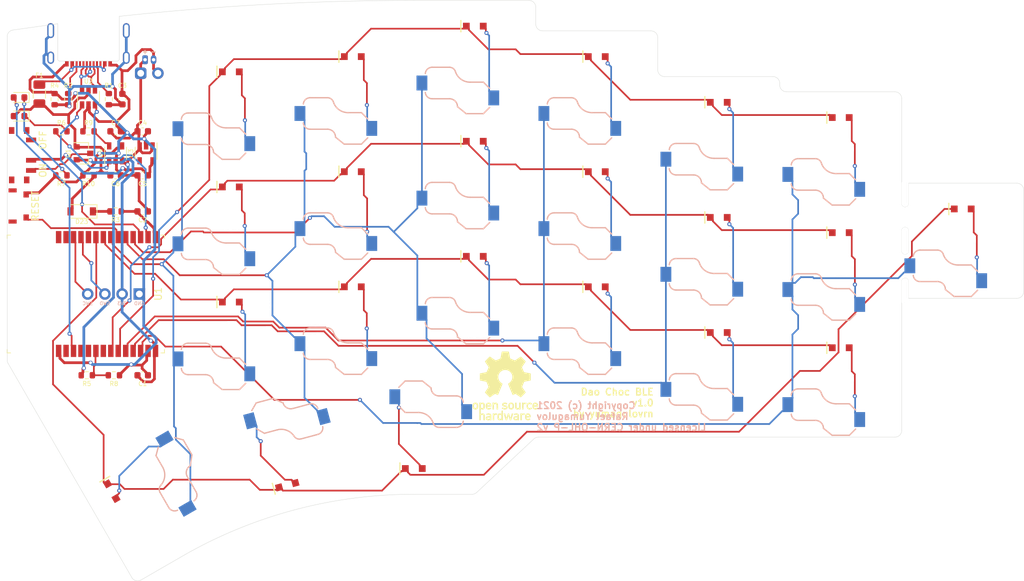
<source format=kicad_pcb>
(kicad_pcb (version 20171130) (host pcbnew "(5.1.10)-1")
  (layers (0 F.Cu signal) (31 B.Cu signal) (34 B.Paste user) (35 F.Paste user) (36 B.SilkS user) (37 F.SilkS user) (38 B.Mask user) (39 F.Mask user) (44 Edge.Cuts user))
  (net 0 "")
  (net 1 "Net-(D1-Pad2)")
  (net 2 ROW0)
  (net 3 "Net-(D2-Pad2)")
  (net 4 "Net-(D3-Pad2)")
  (net 5 "Net-(D4-Pad2)")
  (net 6 "Net-(D5-Pad2)")
  (net 7 "Net-(D6-Pad2)")
  (net 8 "Net-(D7-Pad2)")
  (net 9 ROW1)
  (net 10 "Net-(D8-Pad2)")
  (net 11 "Net-(D9-Pad2)")
  (net 12 "Net-(D10-Pad2)")
  (net 13 "Net-(D11-Pad2)")
  (net 14 "Net-(D12-Pad2)")
  (net 15 "Net-(D13-Pad2)")
  (net 16 ROW2)
  (net 17 "Net-(D14-Pad2)")
  (net 18 "Net-(D15-Pad2)")
  (net 19 "Net-(D16-Pad2)")
  (net 20 "Net-(D17-Pad2)")
  (net 21 "Net-(D18-Pad2)")
  (net 22 "Net-(D19-Pad2)")
  (net 23 ROW3)
  (net 24 "Net-(D20-Pad2)")
  (net 25 "Net-(D21-Pad2)")
  (net 26 "Net-(D22-Pad2)")
  (net 27 COL0)
  (net 28 COL1)
  (net 29 COL2)
  (net 30 COL3)
  (net 31 COL4)
  (net 32 COL5)
  (net 33 "Net-(U1-Pad28)")
  (net 34 "Net-(U1-Pad24)")
  (net 35 "Net-(U1-Pad27)")
  (net 36 "Net-(U1-Pad2)")
  (net 37 "Net-(U1-Pad4)")
  (net 38 "Net-(U1-Pad5)")
  (net 39 "Net-(U1-Pad7)")
  (net 40 "Net-(J1-PadB8)")
  (net 41 "Net-(J1-PadA8)")
  (net 42 "Net-(J1-PadA5)")
  (net 43 "Net-(J1-PadB5)")
  (net 44 VBAT)
  (net 45 GND)
  (net 46 +3V3)
  (net 47 "Net-(C2-Pad1)")
  (net 48 GNDS)
  (net 49 VBUS)
  (net 50 REGBAT)
  (net 51 "Net-(D23-Pad1)")
  (net 52 "Net-(D24-Pad1)")
  (net 53 BT_LED)
  (net 54 "Net-(F1-Pad2)")
  (net 55 DBUS+)
  (net 56 DBUS-)
  (net 57 SWCLK)
  (net 58 SWDIO)
  (net 59 "Net-(Q1-Pad3)")
  (net 60 VSENSE)
  (net 61 "Net-(R9-Pad1)")
  (net 62 RESET)
  (net 63 D-)
  (net 64 D+)
  (net 65 "Net-(R6-Pad1)")
  (net 66 "Net-(U3-Pad4)")
  (net 67 "Net-(D25-Pad1)")
  (net 68 "Net-(SW1-Pad1)")
  (module dao-choc-ble:OSHW-logo (layer F.Cu) (at 205.5 43.4654)
    (fp_text reference LOGO1 hide)
    (fp_text value LOGO hide)
  )
  (module dao-choc-ble:Slot (layer F.Cu) (at 264.499999 22.027204)
    (fp_text reference H9 hide)
    (fp_text value Slot hide)
    (pad "" np_thru_hole oval (at 0 -7) (size 1 4) (drill oval 1 4) (layers *.Cu *.Mask))
    (pad "" np_thru_hole oval (at 0 7.5) (size 1 4) (drill oval 1 4) (layers *.Cu *.Mask))
    (pad "" np_thru_hole oval (at 0 0) (size 1 4) (drill oval 1 4) (layers *.Cu *.Mask))
  )
  (module dao-choc-ble:TS-1086E (layer F.Cu) (at 132.5 16.8886 90)
    (fp_text reference SW2 hide)
    (fp_text value RESET (at 0 3.65 90) (layer F.SilkS))
    (pad 2 smd rect (at 1.7 2.3 90) (size 0.9 0.8) (layers F.Cu F.Paste F.Mask) (net 45 GND))
    (pad 1 smd rect (at -1.7 2.3 90) (size 0.9 0.8) (layers F.Cu F.Paste F.Mask) (net 62 RESET))
    (pad "" smd rect (at 2.3 0.3 90) (size 0.6 1.2) (layers F.Cu F.Paste F.Mask))
    (pad "" smd rect (at -2.3 0.3 90) (size 0.6 1.2) (layers F.Cu F.Paste F.Mask))
    (pad "" np_thru_hole circle (at 0.85 0.9 90) (size 0.7 0.7) (drill 0.7) (layers *.Cu *.Mask))
    (pad "" np_thru_hole circle (at -0.85 0.9 90) (size 0.7 0.7) (drill 0.7) (layers *.Cu *.Mask))
  )
  (module dao-choc-ble:MSK-12C02 (layer F.Cu) (at 132.5 9.3886 90)
    (fp_text reference SW1 hide)
    (fp_text value ON_OFF)
    (fp_text user ON (at -2.25 4.77 90) (layer F.SilkS))
    (fp_text user OFF (at 2.25 4.77 90) (layer F.SilkS))
    (pad 3 smd rect (at -2.25 3.03 90) (size 0.7 1.5) (layers F.Cu F.Paste F.Mask) (net 59 "Net-(Q1-Pad3)"))
    (pad 2 smd rect (at -0.75 3.03 90) (size 0.7 1.5) (layers F.Cu F.Paste F.Mask) (net 50 REGBAT))
    (pad 1 smd rect (at 2.25 3.03 90) (size 0.7 1.5) (layers F.Cu F.Paste F.Mask) (net 68 "Net-(SW1-Pad1)"))
    (pad "" np_thru_hole circle (at 1.5 1.27 90) (size 0.9 0.9) (drill 0.9) (layers *.Cu *.Mask))
    (pad "" np_thru_hole circle (at -1.5 1.27 90) (size 0.9 0.9) (drill 0.9) (layers *.Cu *.Mask))
    (pad "" smd rect (at 3.65 2.38 90) (size 1 0.8) (layers F.Cu F.Paste F.Mask))
    (pad "" smd rect (at -3.65 2.38 90) (size 1 0.8) (layers F.Cu F.Paste F.Mask))
    (pad "" smd rect (at 3.65 0.16 90) (size 1 0.8) (layers F.Cu F.Paste F.Mask))
    (pad "" smd rect (at -3.65 0.16 90) (size 1 0.8) (layers F.Cu F.Paste F.Mask))
  )
  (module dao-choc-ble:Kailh_PG1350_hotswap (layer F.Cu) (at 151.502 56.6556 120)
    (fp_text reference K22)
    (fp_text value KEY_SWITCH hide)
    (pad 1 smd rect (at -7.8 3.7 300) (size 1.6 2.2) (layers B.Cu B.Paste B.Mask) (net 32 COL5))
    (pad 2 smd rect (at 2.8 5.9 300) (size 1.6 2.2) (layers B.Cu B.Paste B.Mask) (net 26 "Net-(D22-Pad2)"))
    (pad "" np_thru_hole circle (at 5.22 -4.2 120) (size 1.2 1.2) (drill 1.2) (layers *.Cu *.Mask))
    (pad "" np_thru_hole circle (at -5 3.7 120) (size 3 3) (drill 3) (layers *.Cu *.Mask))
    (pad "" np_thru_hole circle (at 0 5.9 120) (size 3 3) (drill 3) (layers *.Cu *.Mask))
    (pad "" np_thru_hole circle (at -5.5 0 120) (size 1.9 1.9) (drill 1.9) (layers *.Cu *.Mask))
    (pad "" np_thru_hole circle (at 5.5 0 120) (size 1.9 1.9) (drill 1.9) (layers *.Cu *.Mask))
    (pad "" np_thru_hole circle (at 0 0 120) (size 3.4 3.4) (drill 3.4) (layers *.Cu *.Mask))
  )
  (module dao-choc-ble:Kailh_PG1350_hotswap (layer F.Cu) (at 172.107 53.5844 195)
    (fp_text reference K21)
    (fp_text value KEY_SWITCH hide)
    (pad 1 smd rect (at -7.8 3.7 15) (size 1.6 2.2) (layers B.Cu B.Paste B.Mask) (net 31 COL4))
    (pad 2 smd rect (at 2.8 5.9 15) (size 1.6 2.2) (layers B.Cu B.Paste B.Mask) (net 25 "Net-(D21-Pad2)"))
    (pad "" np_thru_hole circle (at 5.22 -4.2 195) (size 1.2 1.2) (drill 1.2) (layers *.Cu *.Mask))
    (pad "" np_thru_hole circle (at -5 3.7 195) (size 3 3) (drill 3) (layers *.Cu *.Mask))
    (pad "" np_thru_hole circle (at 0 5.9 195) (size 3 3) (drill 3) (layers *.Cu *.Mask))
    (pad "" np_thru_hole circle (at -5.5 0 195) (size 1.9 1.9) (drill 1.9) (layers *.Cu *.Mask))
    (pad "" np_thru_hole circle (at 5.5 0 195) (size 1.9 1.9) (drill 1.9) (layers *.Cu *.Mask))
    (pad "" np_thru_hole circle (at 0 0 195) (size 3.4 3.4) (drill 3.4) (layers *.Cu *.Mask))
  )
  (module dao-choc-ble:Kailh_PG1350_hotswap (layer F.Cu) (at 192 50.9654 180)
    (fp_text reference K20)
    (fp_text value KEY_SWITCH hide)
    (pad 1 smd rect (at -7.8 3.7) (size 1.6 2.2) (layers B.Cu B.Paste B.Mask) (net 30 COL3))
    (pad 2 smd rect (at 2.8 5.9) (size 1.6 2.2) (layers B.Cu B.Paste B.Mask) (net 24 "Net-(D20-Pad2)"))
    (pad "" np_thru_hole circle (at 5.22 -4.2 180) (size 1.2 1.2) (drill 1.2) (layers *.Cu *.Mask))
    (pad "" np_thru_hole circle (at -5 3.7 180) (size 3 3) (drill 3) (layers *.Cu *.Mask))
    (pad "" np_thru_hole circle (at 0 5.9 180) (size 3 3) (drill 3) (layers *.Cu *.Mask))
    (pad "" np_thru_hole circle (at -5.5 0 180) (size 1.9 1.9) (drill 1.9) (layers *.Cu *.Mask))
    (pad "" np_thru_hole circle (at 5.5 0 180) (size 1.9 1.9) (drill 1.9) (layers *.Cu *.Mask))
    (pad "" np_thru_hole circle (at 0 0 180) (size 3.4 3.4) (drill 3.4) (layers *.Cu *.Mask))
  )
  (module dao-choc-ble:Kailh_PG1350_hotswap (layer F.Cu) (at 273 22.0272)
    (fp_text reference K19)
    (fp_text value KEY_SWITCH hide)
    (pad 1 smd rect (at -7.8 3.7 180) (size 1.6 2.2) (layers B.Cu B.Paste B.Mask) (net 27 COL0))
    (pad 2 smd rect (at 2.8 5.9 180) (size 1.6 2.2) (layers B.Cu B.Paste B.Mask) (net 22 "Net-(D19-Pad2)"))
    (pad "" np_thru_hole circle (at 5.22 -4.2) (size 1.2 1.2) (drill 1.2) (layers *.Cu *.Mask))
    (pad "" np_thru_hole circle (at -5 3.7) (size 3 3) (drill 3) (layers *.Cu *.Mask))
    (pad "" np_thru_hole circle (at 0 5.9) (size 3 3) (drill 3) (layers *.Cu *.Mask))
    (pad "" np_thru_hole circle (at -5.5 0) (size 1.9 1.9) (drill 1.9) (layers *.Cu *.Mask))
    (pad "" np_thru_hole circle (at 5.5 0) (size 1.9 1.9) (drill 1.9) (layers *.Cu *.Mask))
    (pad "" np_thru_hole circle (at 0 0) (size 3.4 3.4) (drill 3.4) (layers *.Cu *.Mask))
  )
  (module dao-choc-ble:Kailh_PG1350_hotswap (layer F.Cu) (at 165 35.7772)
    (fp_text reference K18)
    (fp_text value KEY_SWITCH hide)
    (pad 1 smd rect (at -7.8 3.7 180) (size 1.6 2.2) (layers B.Cu B.Paste B.Mask) (net 32 COL5))
    (pad 2 smd rect (at 2.8 5.9 180) (size 1.6 2.2) (layers B.Cu B.Paste B.Mask) (net 21 "Net-(D18-Pad2)"))
    (pad "" np_thru_hole circle (at 5.22 -4.2) (size 1.2 1.2) (drill 1.2) (layers *.Cu *.Mask))
    (pad "" np_thru_hole circle (at -5 3.7) (size 3 3) (drill 3) (layers *.Cu *.Mask))
    (pad "" np_thru_hole circle (at 0 5.9) (size 3 3) (drill 3) (layers *.Cu *.Mask))
    (pad "" np_thru_hole circle (at -5.5 0) (size 1.9 1.9) (drill 1.9) (layers *.Cu *.Mask))
    (pad "" np_thru_hole circle (at 5.5 0) (size 1.9 1.9) (drill 1.9) (layers *.Cu *.Mask))
    (pad "" np_thru_hole circle (at 0 0) (size 3.4 3.4) (drill 3.4) (layers *.Cu *.Mask))
  )
  (module dao-choc-ble:Kailh_PG1350_hotswap (layer F.Cu) (at 183 33.5272)
    (fp_text reference K17)
    (fp_text value KEY_SWITCH hide)
    (pad 1 smd rect (at -7.8 3.7 180) (size 1.6 2.2) (layers B.Cu B.Paste B.Mask) (net 31 COL4))
    (pad 2 smd rect (at 2.8 5.9 180) (size 1.6 2.2) (layers B.Cu B.Paste B.Mask) (net 20 "Net-(D17-Pad2)"))
    (pad "" np_thru_hole circle (at 5.22 -4.2) (size 1.2 1.2) (drill 1.2) (layers *.Cu *.Mask))
    (pad "" np_thru_hole circle (at -5 3.7) (size 3 3) (drill 3) (layers *.Cu *.Mask))
    (pad "" np_thru_hole circle (at 0 5.9) (size 3 3) (drill 3) (layers *.Cu *.Mask))
    (pad "" np_thru_hole circle (at -5.5 0) (size 1.9 1.9) (drill 1.9) (layers *.Cu *.Mask))
    (pad "" np_thru_hole circle (at 5.5 0) (size 1.9 1.9) (drill 1.9) (layers *.Cu *.Mask))
    (pad "" np_thru_hole circle (at 0 0) (size 3.4 3.4) (drill 3.4) (layers *.Cu *.Mask))
  )
  (module dao-choc-ble:Kailh_PG1350_hotswap (layer F.Cu) (at 201 29.0272)
    (fp_text reference K16)
    (fp_text value KEY_SWITCH hide)
    (pad 1 smd rect (at -7.8 3.7 180) (size 1.6 2.2) (layers B.Cu B.Paste B.Mask) (net 30 COL3))
    (pad 2 smd rect (at 2.8 5.9 180) (size 1.6 2.2) (layers B.Cu B.Paste B.Mask) (net 19 "Net-(D16-Pad2)"))
    (pad "" np_thru_hole circle (at 5.22 -4.2) (size 1.2 1.2) (drill 1.2) (layers *.Cu *.Mask))
    (pad "" np_thru_hole circle (at -5 3.7) (size 3 3) (drill 3) (layers *.Cu *.Mask))
    (pad "" np_thru_hole circle (at 0 5.9) (size 3 3) (drill 3) (layers *.Cu *.Mask))
    (pad "" np_thru_hole circle (at -5.5 0) (size 1.9 1.9) (drill 1.9) (layers *.Cu *.Mask))
    (pad "" np_thru_hole circle (at 5.5 0) (size 1.9 1.9) (drill 1.9) (layers *.Cu *.Mask))
    (pad "" np_thru_hole circle (at 0 0) (size 3.4 3.4) (drill 3.4) (layers *.Cu *.Mask))
  )
  (module dao-choc-ble:Kailh_PG1350_hotswap (layer F.Cu) (at 219 33.5272)
    (fp_text reference K15)
    (fp_text value KEY_SWITCH hide)
    (pad 1 smd rect (at -7.8 3.7 180) (size 1.6 2.2) (layers B.Cu B.Paste B.Mask) (net 29 COL2))
    (pad 2 smd rect (at 2.8 5.9 180) (size 1.6 2.2) (layers B.Cu B.Paste B.Mask) (net 18 "Net-(D15-Pad2)"))
    (pad "" np_thru_hole circle (at 5.22 -4.2) (size 1.2 1.2) (drill 1.2) (layers *.Cu *.Mask))
    (pad "" np_thru_hole circle (at -5 3.7) (size 3 3) (drill 3) (layers *.Cu *.Mask))
    (pad "" np_thru_hole circle (at 0 5.9) (size 3 3) (drill 3) (layers *.Cu *.Mask))
    (pad "" np_thru_hole circle (at -5.5 0) (size 1.9 1.9) (drill 1.9) (layers *.Cu *.Mask))
    (pad "" np_thru_hole circle (at 5.5 0) (size 1.9 1.9) (drill 1.9) (layers *.Cu *.Mask))
    (pad "" np_thru_hole circle (at 0 0) (size 3.4 3.4) (drill 3.4) (layers *.Cu *.Mask))
  )
  (module dao-choc-ble:Kailh_PG1350_hotswap (layer F.Cu) (at 237 40.2772)
    (fp_text reference K14)
    (fp_text value KEY_SWITCH hide)
    (pad 1 smd rect (at -7.8 3.7 180) (size 1.6 2.2) (layers B.Cu B.Paste B.Mask) (net 28 COL1))
    (pad 2 smd rect (at 2.8 5.9 180) (size 1.6 2.2) (layers B.Cu B.Paste B.Mask) (net 17 "Net-(D14-Pad2)"))
    (pad "" np_thru_hole circle (at 5.22 -4.2) (size 1.2 1.2) (drill 1.2) (layers *.Cu *.Mask))
    (pad "" np_thru_hole circle (at -5 3.7) (size 3 3) (drill 3) (layers *.Cu *.Mask))
    (pad "" np_thru_hole circle (at 0 5.9) (size 3 3) (drill 3) (layers *.Cu *.Mask))
    (pad "" np_thru_hole circle (at -5.5 0) (size 1.9 1.9) (drill 1.9) (layers *.Cu *.Mask))
    (pad "" np_thru_hole circle (at 5.5 0) (size 1.9 1.9) (drill 1.9) (layers *.Cu *.Mask))
    (pad "" np_thru_hole circle (at 0 0) (size 3.4 3.4) (drill 3.4) (layers *.Cu *.Mask))
  )
  (module dao-choc-ble:Kailh_PG1350_hotswap (layer F.Cu) (at 255 42.5272)
    (fp_text reference K13)
    (fp_text value KEY_SWITCH hide)
    (pad 1 smd rect (at -7.8 3.7 180) (size 1.6 2.2) (layers B.Cu B.Paste B.Mask) (net 27 COL0))
    (pad 2 smd rect (at 2.8 5.9 180) (size 1.6 2.2) (layers B.Cu B.Paste B.Mask) (net 15 "Net-(D13-Pad2)"))
    (pad "" np_thru_hole circle (at 5.22 -4.2) (size 1.2 1.2) (drill 1.2) (layers *.Cu *.Mask))
    (pad "" np_thru_hole circle (at -5 3.7) (size 3 3) (drill 3) (layers *.Cu *.Mask))
    (pad "" np_thru_hole circle (at 0 5.9) (size 3 3) (drill 3) (layers *.Cu *.Mask))
    (pad "" np_thru_hole circle (at -5.5 0) (size 1.9 1.9) (drill 1.9) (layers *.Cu *.Mask))
    (pad "" np_thru_hole circle (at 5.5 0) (size 1.9 1.9) (drill 1.9) (layers *.Cu *.Mask))
    (pad "" np_thru_hole circle (at 0 0) (size 3.4 3.4) (drill 3.4) (layers *.Cu *.Mask))
  )
  (module dao-choc-ble:Kailh_PG1350_hotswap (layer F.Cu) (at 165 18.7772)
    (fp_text reference K12)
    (fp_text value KEY_SWITCH hide)
    (pad 1 smd rect (at -7.8 3.7 180) (size 1.6 2.2) (layers B.Cu B.Paste B.Mask) (net 32 COL5))
    (pad 2 smd rect (at 2.8 5.9 180) (size 1.6 2.2) (layers B.Cu B.Paste B.Mask) (net 14 "Net-(D12-Pad2)"))
    (pad "" np_thru_hole circle (at 5.22 -4.2) (size 1.2 1.2) (drill 1.2) (layers *.Cu *.Mask))
    (pad "" np_thru_hole circle (at -5 3.7) (size 3 3) (drill 3) (layers *.Cu *.Mask))
    (pad "" np_thru_hole circle (at 0 5.9) (size 3 3) (drill 3) (layers *.Cu *.Mask))
    (pad "" np_thru_hole circle (at -5.5 0) (size 1.9 1.9) (drill 1.9) (layers *.Cu *.Mask))
    (pad "" np_thru_hole circle (at 5.5 0) (size 1.9 1.9) (drill 1.9) (layers *.Cu *.Mask))
    (pad "" np_thru_hole circle (at 0 0) (size 3.4 3.4) (drill 3.4) (layers *.Cu *.Mask))
  )
  (module dao-choc-ble:Kailh_PG1350_hotswap (layer F.Cu) (at 183 16.5272)
    (fp_text reference K11)
    (fp_text value KEY_SWITCH hide)
    (pad 1 smd rect (at -7.8 3.7 180) (size 1.6 2.2) (layers B.Cu B.Paste B.Mask) (net 31 COL4))
    (pad 2 smd rect (at 2.8 5.9 180) (size 1.6 2.2) (layers B.Cu B.Paste B.Mask) (net 13 "Net-(D11-Pad2)"))
    (pad "" np_thru_hole circle (at 5.22 -4.2) (size 1.2 1.2) (drill 1.2) (layers *.Cu *.Mask))
    (pad "" np_thru_hole circle (at -5 3.7) (size 3 3) (drill 3) (layers *.Cu *.Mask))
    (pad "" np_thru_hole circle (at 0 5.9) (size 3 3) (drill 3) (layers *.Cu *.Mask))
    (pad "" np_thru_hole circle (at -5.5 0) (size 1.9 1.9) (drill 1.9) (layers *.Cu *.Mask))
    (pad "" np_thru_hole circle (at 5.5 0) (size 1.9 1.9) (drill 1.9) (layers *.Cu *.Mask))
    (pad "" np_thru_hole circle (at 0 0) (size 3.4 3.4) (drill 3.4) (layers *.Cu *.Mask))
  )
  (module dao-choc-ble:Kailh_PG1350_hotswap (layer F.Cu) (at 201 12.0272)
    (fp_text reference K10)
    (fp_text value KEY_SWITCH hide)
    (pad 1 smd rect (at -7.8 3.7 180) (size 1.6 2.2) (layers B.Cu B.Paste B.Mask) (net 30 COL3))
    (pad 2 smd rect (at 2.8 5.9 180) (size 1.6 2.2) (layers B.Cu B.Paste B.Mask) (net 12 "Net-(D10-Pad2)"))
    (pad "" np_thru_hole circle (at 5.22 -4.2) (size 1.2 1.2) (drill 1.2) (layers *.Cu *.Mask))
    (pad "" np_thru_hole circle (at -5 3.7) (size 3 3) (drill 3) (layers *.Cu *.Mask))
    (pad "" np_thru_hole circle (at 0 5.9) (size 3 3) (drill 3) (layers *.Cu *.Mask))
    (pad "" np_thru_hole circle (at -5.5 0) (size 1.9 1.9) (drill 1.9) (layers *.Cu *.Mask))
    (pad "" np_thru_hole circle (at 5.5 0) (size 1.9 1.9) (drill 1.9) (layers *.Cu *.Mask))
    (pad "" np_thru_hole circle (at 0 0) (size 3.4 3.4) (drill 3.4) (layers *.Cu *.Mask))
  )
  (module dao-choc-ble:Kailh_PG1350_hotswap (layer F.Cu) (at 219 16.5272)
    (fp_text reference K9)
    (fp_text value KEY_SWITCH hide)
    (pad 1 smd rect (at -7.8 3.7 180) (size 1.6 2.2) (layers B.Cu B.Paste B.Mask) (net 29 COL2))
    (pad 2 smd rect (at 2.8 5.9 180) (size 1.6 2.2) (layers B.Cu B.Paste B.Mask) (net 11 "Net-(D9-Pad2)"))
    (pad "" np_thru_hole circle (at 5.22 -4.2) (size 1.2 1.2) (drill 1.2) (layers *.Cu *.Mask))
    (pad "" np_thru_hole circle (at -5 3.7) (size 3 3) (drill 3) (layers *.Cu *.Mask))
    (pad "" np_thru_hole circle (at 0 5.9) (size 3 3) (drill 3) (layers *.Cu *.Mask))
    (pad "" np_thru_hole circle (at -5.5 0) (size 1.9 1.9) (drill 1.9) (layers *.Cu *.Mask))
    (pad "" np_thru_hole circle (at 5.5 0) (size 1.9 1.9) (drill 1.9) (layers *.Cu *.Mask))
    (pad "" np_thru_hole circle (at 0 0) (size 3.4 3.4) (drill 3.4) (layers *.Cu *.Mask))
  )
  (module dao-choc-ble:Kailh_PG1350_hotswap (layer F.Cu) (at 237 23.2772)
    (fp_text reference K8)
    (fp_text value KEY_SWITCH hide)
    (pad 1 smd rect (at -7.8 3.7 180) (size 1.6 2.2) (layers B.Cu B.Paste B.Mask) (net 28 COL1))
    (pad 2 smd rect (at 2.8 5.9 180) (size 1.6 2.2) (layers B.Cu B.Paste B.Mask) (net 10 "Net-(D8-Pad2)"))
    (pad "" np_thru_hole circle (at 5.22 -4.2) (size 1.2 1.2) (drill 1.2) (layers *.Cu *.Mask))
    (pad "" np_thru_hole circle (at -5 3.7) (size 3 3) (drill 3) (layers *.Cu *.Mask))
    (pad "" np_thru_hole circle (at 0 5.9) (size 3 3) (drill 3) (layers *.Cu *.Mask))
    (pad "" np_thru_hole circle (at -5.5 0) (size 1.9 1.9) (drill 1.9) (layers *.Cu *.Mask))
    (pad "" np_thru_hole circle (at 5.5 0) (size 1.9 1.9) (drill 1.9) (layers *.Cu *.Mask))
    (pad "" np_thru_hole circle (at 0 0) (size 3.4 3.4) (drill 3.4) (layers *.Cu *.Mask))
  )
  (module dao-choc-ble:Kailh_PG1350_hotswap (layer F.Cu) (at 255 25.5272)
    (fp_text reference K7)
    (fp_text value KEY_SWITCH hide)
    (pad 1 smd rect (at -7.8 3.7 180) (size 1.6 2.2) (layers B.Cu B.Paste B.Mask) (net 27 COL0))
    (pad 2 smd rect (at 2.8 5.9 180) (size 1.6 2.2) (layers B.Cu B.Paste B.Mask) (net 8 "Net-(D7-Pad2)"))
    (pad "" np_thru_hole circle (at 5.22 -4.2) (size 1.2 1.2) (drill 1.2) (layers *.Cu *.Mask))
    (pad "" np_thru_hole circle (at -5 3.7) (size 3 3) (drill 3) (layers *.Cu *.Mask))
    (pad "" np_thru_hole circle (at 0 5.9) (size 3 3) (drill 3) (layers *.Cu *.Mask))
    (pad "" np_thru_hole circle (at -5.5 0) (size 1.9 1.9) (drill 1.9) (layers *.Cu *.Mask))
    (pad "" np_thru_hole circle (at 5.5 0) (size 1.9 1.9) (drill 1.9) (layers *.Cu *.Mask))
    (pad "" np_thru_hole circle (at 0 0) (size 3.4 3.4) (drill 3.4) (layers *.Cu *.Mask))
  )
  (module dao-choc-ble:Kailh_PG1350_hotswap (layer F.Cu) (at 165 1.7772)
    (fp_text reference K6)
    (fp_text value KEY_SWITCH hide)
    (pad 1 smd rect (at -7.8 3.7 180) (size 1.6 2.2) (layers B.Cu B.Paste B.Mask) (net 32 COL5))
    (pad 2 smd rect (at 2.8 5.9 180) (size 1.6 2.2) (layers B.Cu B.Paste B.Mask) (net 7 "Net-(D6-Pad2)"))
    (pad "" np_thru_hole circle (at 5.22 -4.2) (size 1.2 1.2) (drill 1.2) (layers *.Cu *.Mask))
    (pad "" np_thru_hole circle (at -5 3.7) (size 3 3) (drill 3) (layers *.Cu *.Mask))
    (pad "" np_thru_hole circle (at 0 5.9) (size 3 3) (drill 3) (layers *.Cu *.Mask))
    (pad "" np_thru_hole circle (at -5.5 0) (size 1.9 1.9) (drill 1.9) (layers *.Cu *.Mask))
    (pad "" np_thru_hole circle (at 5.5 0) (size 1.9 1.9) (drill 1.9) (layers *.Cu *.Mask))
    (pad "" np_thru_hole circle (at 0 0) (size 3.4 3.4) (drill 3.4) (layers *.Cu *.Mask))
  )
  (module dao-choc-ble:Kailh_PG1350_hotswap (layer F.Cu) (at 183 -0.4728)
    (fp_text reference K5)
    (fp_text value KEY_SWITCH hide)
    (pad 1 smd rect (at -7.8 3.7 180) (size 1.6 2.2) (layers B.Cu B.Paste B.Mask) (net 31 COL4))
    (pad 2 smd rect (at 2.8 5.9 180) (size 1.6 2.2) (layers B.Cu B.Paste B.Mask) (net 6 "Net-(D5-Pad2)"))
    (pad "" np_thru_hole circle (at 5.22 -4.2) (size 1.2 1.2) (drill 1.2) (layers *.Cu *.Mask))
    (pad "" np_thru_hole circle (at -5 3.7) (size 3 3) (drill 3) (layers *.Cu *.Mask))
    (pad "" np_thru_hole circle (at 0 5.9) (size 3 3) (drill 3) (layers *.Cu *.Mask))
    (pad "" np_thru_hole circle (at -5.5 0) (size 1.9 1.9) (drill 1.9) (layers *.Cu *.Mask))
    (pad "" np_thru_hole circle (at 5.5 0) (size 1.9 1.9) (drill 1.9) (layers *.Cu *.Mask))
    (pad "" np_thru_hole circle (at 0 0) (size 3.4 3.4) (drill 3.4) (layers *.Cu *.Mask))
  )
  (module dao-choc-ble:Kailh_PG1350_hotswap (layer F.Cu) (at 201 -4.9728)
    (fp_text reference K4)
    (fp_text value KEY_SWITCH hide)
    (pad 1 smd rect (at -7.8 3.7 180) (size 1.6 2.2) (layers B.Cu B.Paste B.Mask) (net 30 COL3))
    (pad 2 smd rect (at 2.8 5.9 180) (size 1.6 2.2) (layers B.Cu B.Paste B.Mask) (net 5 "Net-(D4-Pad2)"))
    (pad "" np_thru_hole circle (at 5.22 -4.2) (size 1.2 1.2) (drill 1.2) (layers *.Cu *.Mask))
    (pad "" np_thru_hole circle (at -5 3.7) (size 3 3) (drill 3) (layers *.Cu *.Mask))
    (pad "" np_thru_hole circle (at 0 5.9) (size 3 3) (drill 3) (layers *.Cu *.Mask))
    (pad "" np_thru_hole circle (at -5.5 0) (size 1.9 1.9) (drill 1.9) (layers *.Cu *.Mask))
    (pad "" np_thru_hole circle (at 5.5 0) (size 1.9 1.9) (drill 1.9) (layers *.Cu *.Mask))
    (pad "" np_thru_hole circle (at 0 0) (size 3.4 3.4) (drill 3.4) (layers *.Cu *.Mask))
  )
  (module dao-choc-ble:Kailh_PG1350_hotswap (layer F.Cu) (at 219 -0.4728)
    (fp_text reference K3)
    (fp_text value KEY_SWITCH hide)
    (pad 1 smd rect (at -7.8 3.7 180) (size 1.6 2.2) (layers B.Cu B.Paste B.Mask) (net 29 COL2))
    (pad 2 smd rect (at 2.8 5.9 180) (size 1.6 2.2) (layers B.Cu B.Paste B.Mask) (net 4 "Net-(D3-Pad2)"))
    (pad "" np_thru_hole circle (at 5.22 -4.2) (size 1.2 1.2) (drill 1.2) (layers *.Cu *.Mask))
    (pad "" np_thru_hole circle (at -5 3.7) (size 3 3) (drill 3) (layers *.Cu *.Mask))
    (pad "" np_thru_hole circle (at 0 5.9) (size 3 3) (drill 3) (layers *.Cu *.Mask))
    (pad "" np_thru_hole circle (at -5.5 0) (size 1.9 1.9) (drill 1.9) (layers *.Cu *.Mask))
    (pad "" np_thru_hole circle (at 5.5 0) (size 1.9 1.9) (drill 1.9) (layers *.Cu *.Mask))
    (pad "" np_thru_hole circle (at 0 0) (size 3.4 3.4) (drill 3.4) (layers *.Cu *.Mask))
  )
  (module dao-choc-ble:Kailh_PG1350_hotswap (layer F.Cu) (at 237 6.2772)
    (fp_text reference K2)
    (fp_text value KEY_SWITCH hide)
    (pad 1 smd rect (at -7.8 3.7 180) (size 1.6 2.2) (layers B.Cu B.Paste B.Mask) (net 28 COL1))
    (pad 2 smd rect (at 2.8 5.9 180) (size 1.6 2.2) (layers B.Cu B.Paste B.Mask) (net 3 "Net-(D2-Pad2)"))
    (pad "" np_thru_hole circle (at 5.22 -4.2) (size 1.2 1.2) (drill 1.2) (layers *.Cu *.Mask))
    (pad "" np_thru_hole circle (at -5 3.7) (size 3 3) (drill 3) (layers *.Cu *.Mask))
    (pad "" np_thru_hole circle (at 0 5.9) (size 3 3) (drill 3) (layers *.Cu *.Mask))
    (pad "" np_thru_hole circle (at -5.5 0) (size 1.9 1.9) (drill 1.9) (layers *.Cu *.Mask))
    (pad "" np_thru_hole circle (at 5.5 0) (size 1.9 1.9) (drill 1.9) (layers *.Cu *.Mask))
    (pad "" np_thru_hole circle (at 0 0) (size 3.4 3.4) (drill 3.4) (layers *.Cu *.Mask))
  )
  (module dao-choc-ble:Kailh_PG1350_hotswap (layer F.Cu) (at 255 8.5272)
    (fp_text reference K1)
    (fp_text value KEY_SWITCH hide)
    (pad 1 smd rect (at -7.8 3.7 180) (size 1.6 2.2) (layers B.Cu B.Paste B.Mask) (net 27 COL0))
    (pad 2 smd rect (at 2.8 5.9 180) (size 1.6 2.2) (layers B.Cu B.Paste B.Mask) (net 1 "Net-(D1-Pad2)"))
    (pad "" np_thru_hole circle (at 5.22 -4.2) (size 1.2 1.2) (drill 1.2) (layers *.Cu *.Mask))
    (pad "" np_thru_hole circle (at -5 3.7) (size 3 3) (drill 3) (layers *.Cu *.Mask))
    (pad "" np_thru_hole circle (at 0 5.9) (size 3 3) (drill 3) (layers *.Cu *.Mask))
    (pad "" np_thru_hole circle (at -5.5 0) (size 1.9 1.9) (drill 1.9) (layers *.Cu *.Mask))
    (pad "" np_thru_hole circle (at 5.5 0) (size 1.9 1.9) (drill 1.9) (layers *.Cu *.Mask))
    (pad "" np_thru_hole circle (at 0 0) (size 3.4 3.4) (drill 3.4) (layers *.Cu *.Mask))
  )
  (module dao-choc-ble:Hole_2.2mm (layer F.Cu) (at 138.526 45.0067)
    (fp_text reference H8 hide)
    (fp_text value "MountingHole 2.2mm" hide)
    (pad "" np_thru_hole circle (at 0 0 270) (size 2.2 2.2) (drill 2.2) (layers *.Cu *.Mask))
  )
  (module dao-choc-ble:Hole_2.2mm (layer F.Cu) (at 135.1 -6.2964)
    (fp_text reference H7 hide)
    (fp_text value "MountingHole 2.2mm" hide)
    (pad "" np_thru_hole circle (at 0 0 270) (size 2.2 2.2) (drill 2.2) (layers *.Cu *.Mask))
  )
  (module dao-choc-ble:Hole_2.2mm (layer F.Cu) (at 152.9 -8.4531)
    (fp_text reference H6 hide)
    (fp_text value "MountingHole 2.2mm" hide)
    (pad "" np_thru_hole circle (at 0 0 270) (size 2.2 2.2) (drill 2.2) (layers *.Cu *.Mask))
  )
  (module dao-choc-ble:Hole_4.2mm (layer F.Cu) (at 159.042 47.0987)
    (fp_text reference H5 hide)
    (fp_text value "MountingHole 4.2mm" hide)
    (pad "" np_thru_hole circle (at 0 0 270) (size 4.2 4.2) (drill 4.2) (layers *.Cu *.Mask))
  )
  (module dao-choc-ble:Hole_4.2mm (layer F.Cu) (at 193.969 39.9691)
    (fp_text reference H4 hide)
    (fp_text value "MountingHole 4.2mm" hide)
    (pad "" np_thru_hole circle (at 0 0 270) (size 4.2 4.2) (drill 4.2) (layers *.Cu *.Mask))
  )
  (module dao-choc-ble:Hole_4.2mm (layer F.Cu) (at 246.293 34.0272)
    (fp_text reference H3 hide)
    (fp_text value "MountingHole 4.2mm" hide)
    (pad "" np_thru_hole circle (at 0 0 270) (size 4.2 4.2) (drill 4.2) (layers *.Cu *.Mask))
  )
  (module dao-choc-ble:Hole_4.2mm (layer F.Cu) (at 173.707 10.2772)
    (fp_text reference H2 hide)
    (fp_text value "MountingHole 4.2mm" hide)
    (pad "" np_thru_hole circle (at 0 0 270) (size 4.2 4.2) (drill 4.2) (layers *.Cu *.Mask))
  )
  (module dao-choc-ble:Hole_4.2mm (layer F.Cu) (at 246.293 17.0272)
    (fp_text reference H1 hide)
    (fp_text value "MountingHole 4.2mm" hide)
    (pad "" np_thru_hole circle (at 0 0 270) (size 4.2 4.2) (drill 4.2) (layers *.Cu *.Mask))
  )
  (module dao-choc-ble:Battery (layer F.Cu) (at 152.35 -4.7114)
    (fp_text reference BT1 hide)
    (fp_text value Battery_Cell)
    (pad 2 thru_hole circle (at 1.895 2) (size 1.7 1.7) (drill 1) (layers *.Cu *.Mask) (net 45 GND))
    (pad 1 thru_hole roundrect (at -0.645 2) (size 1.7 1.7) (drill 1) (layers *.Cu *.Mask) (net 44 VBAT))
    (pad 2 thru_hole oval (at 1.25 0) (size 0.8 1.3) (drill 0.5) (layers *.Cu *.Mask) (net 45 GND))
    (pad 1 thru_hole roundrect (at 0 0) (size 0.8 1.3) (drill 0.5) (layers *.Cu *.Mask) (net 44 VBAT))
  )
  (module Resistor_SMD:R_0603_1608Metric (layer F.Cu) (at 140 12.3614)
    (fp_text reference R7 (at 0 1.25) (layer F.SilkS) (effects (font (size 0.66 0.66) (thickness 0.1))))
    (fp_text value 1k)
    (pad 2 smd roundrect (at 0.825 0) (size 0.8 0.95) (layers F.Cu F.Paste F.Mask) (net 67 "Net-(D25-Pad1)"))
    (pad 1 smd roundrect (at -0.825 0) (size 0.8 0.95) (layers F.Cu F.Paste F.Mask) (net 45 GND))
  )
  (module LED_SMD:LED_0603_1608Metric (layer F.Cu) (at 133.75 0.8614 180)
    (fp_text reference D25 hide)
    (fp_text value BLUE hide)
    (pad 2 smd roundrect (at 0.7875 0 180) (size 0.875 0.95) (layers F.Cu F.Paste F.Mask) (net 53 BT_LED))
    (pad 1 smd roundrect (at -0.7875 0 180) (size 0.875 0.95) (layers F.Cu F.Paste F.Mask) (net 67 "Net-(D25-Pad1)"))
  )
  (module LED_SMD:LED_0603_1608Metric (layer F.Cu) (at 133.75 3.6114 180)
    (fp_text reference D24 hide)
    (fp_text value RED hide)
    (pad 2 smd roundrect (at 0.7875 0 180) (size 0.875 0.95) (layers F.Cu F.Paste F.Mask) (net 49 VBUS))
    (pad 1 smd roundrect (at -0.7875 0 180) (size 0.875 0.95) (layers F.Cu F.Paste F.Mask) (net 52 "Net-(D24-Pad1)"))
  )
  (module Resistor_SMD:R_0603_1608Metric (layer F.Cu) (at 144 12.3614)
    (fp_text reference R10 (at 0 1.249998) (layer F.SilkS) (effects (font (size 0.66 0.66) (thickness 0.1))))
    (fp_text value 100k)
    (pad 2 smd roundrect (at 0.825 0) (size 0.8 0.95) (layers F.Cu F.Paste F.Mask) (net 49 VBUS))
    (pad 1 smd roundrect (at -0.825 0) (size 0.8 0.95) (layers F.Cu F.Paste F.Mask) (net 45 GND))
  )
  (module Resistor_SMD:R_0603_1608Metric (layer F.Cu) (at 140 5.8614)
    (fp_text reference R6 (at 0 -1.25) (layer F.SilkS) (effects (font (size 0.66 0.66) (thickness 0.1))))
    (fp_text value 1k)
    (pad 2 smd roundrect (at 0.825 0) (size 0.8 0.95) (layers F.Cu F.Paste F.Mask) (net 52 "Net-(D24-Pad1)"))
    (pad 1 smd roundrect (at -0.825 0) (size 0.8 0.95) (layers F.Cu F.Paste F.Mask) (net 65 "Net-(R6-Pad1)"))
  )
  (module Resistor_SMD:R_0603_1608Metric (layer F.Cu) (at 141 1.1114 90)
    (fp_text reference R2 (at 2 0 180) (layer F.SilkS) (effects (font (size 0.66 0.66) (thickness 0.1))))
    (fp_text value 5.1k)
    (pad 2 smd roundrect (at 0.825 0 90) (size 0.8 0.95) (layers F.Cu F.Paste F.Mask) (net 43 "Net-(J1-PadB5)"))
    (pad 1 smd roundrect (at -0.825 0 90) (size 0.8 0.95) (layers F.Cu F.Paste F.Mask) (net 48 GNDS))
  )
  (module Resistor_SMD:R_0603_1608Metric (layer F.Cu) (at 147 1.1114 90)
    (fp_text reference R1 (at 2 0 180) (layer F.SilkS) (effects (font (size 0.66 0.66) (thickness 0.1))))
    (fp_text value 5.1k)
    (pad 2 smd roundrect (at 0.825 0 90) (size 0.8 0.95) (layers F.Cu F.Paste F.Mask) (net 42 "Net-(J1-PadA5)"))
    (pad 1 smd roundrect (at -0.825 0 90) (size 0.8 0.95) (layers F.Cu F.Paste F.Mask) (net 48 GNDS))
  )
  (module Resistor_SMD:R_0603_1608Metric (layer F.Cu) (at 144 5.8614 180)
    (fp_text reference R9 (at 0 1.25) (layer F.SilkS) (effects (font (size 0.66 0.66) (thickness 0.1))))
    (fp_text value RPROG)
    (pad 2 smd roundrect (at 0.825 0 180) (size 0.8 0.95) (layers F.Cu F.Paste F.Mask) (net 45 GND))
    (pad 1 smd roundrect (at -0.825 0 180) (size 0.8 0.95) (layers F.Cu F.Paste F.Mask) (net 61 "Net-(R9-Pad1)"))
  )
  (module Resistor_SMD:R_0603_1608Metric (layer F.Cu) (at 139 1.1114 270)
    (fp_text reference R4 (at -2 0 180) (layer F.SilkS) (effects (font (size 0.66 0.66) (thickness 0.1))))
    (fp_text value 1M)
    (pad 2 smd roundrect (at 0.825 0 270) (size 0.8 0.95) (layers F.Cu F.Paste F.Mask) (net 48 GNDS))
    (pad 1 smd roundrect (at -0.825 0 270) (size 0.8 0.95) (layers F.Cu F.Paste F.Mask) (net 45 GND))
  )
  (module Resistor_SMD:R_0603_1608Metric (layer F.Cu) (at 147.75 41.8886)
    (fp_text reference R8 (at 0 1.25) (layer F.SilkS) (effects (font (size 0.66 0.66) (thickness 0.1))))
    (fp_text value 2M)
    (pad 2 smd roundrect (at 0.825 0) (size 0.8 0.95) (layers F.Cu F.Paste F.Mask) (net 45 GND))
    (pad 1 smd roundrect (at -0.825 0) (size 0.8 0.95) (layers F.Cu F.Paste F.Mask) (net 60 VSENSE))
  )
  (module Resistor_SMD:R_0603_1608Metric (layer F.Cu) (at 143.75 41.8886)
    (fp_text reference R5 (at 0 1.25) (layer F.SilkS) (effects (font (size 0.66 0.66) (thickness 0.1))))
    (fp_text value 806k)
    (pad 2 smd roundrect (at 0.825 0) (size 0.8 0.95) (layers F.Cu F.Paste F.Mask) (net 60 VSENSE))
    (pad 1 smd roundrect (at -0.825 0) (size 0.8 0.95) (layers F.Cu F.Paste F.Mask) (net 44 VBAT))
  )
  (module Resistor_SMD:R_0603_1608Metric (layer F.Cu) (at 148 17.6886)
    (fp_text reference R3 (at 0 1.25) (layer F.SilkS) (effects (font (size 0.66 0.66) (thickness 0.1))))
    (fp_text value 4.7)
    (pad 2 smd roundrect (at 0.825 0) (size 0.8 0.95) (layers F.Cu F.Paste F.Mask) (net 47 "Net-(C2-Pad1)"))
    (pad 1 smd roundrect (at -0.825 0) (size 0.8 0.95) (layers F.Cu F.Paste F.Mask) (net 51 "Net-(D23-Pad1)"))
  )
  (module Capacitor_SMD:C_0603_1608Metric (layer F.Cu) (at 152 12.3614 180)
    (fp_text reference C5 (at 0 -1.25) (layer F.SilkS) (effects (font (size 0.66 0.66) (thickness 0.1))))
    (fp_text value 10uF)
    (pad 2 smd roundrect (at 0.775 0 180) (size 0.9 0.95) (layers F.Cu F.Paste F.Mask) (net 45 GND))
    (pad 1 smd roundrect (at -0.775 0 180) (size 0.9 0.95) (layers F.Cu F.Paste F.Mask) (net 50 REGBAT))
  )
  (module Capacitor_SMD:C_0603_1608Metric (layer F.Cu) (at 152 5.8614)
    (fp_text reference C4 (at 0 -1.25) (layer F.SilkS) (effects (font (size 0.66 0.66) (thickness 0.1))))
    (fp_text value 10uF)
    (pad 2 smd roundrect (at 0.775 0) (size 0.9 0.95) (layers F.Cu F.Paste F.Mask) (net 45 GND))
    (pad 1 smd roundrect (at -0.775 0) (size 0.9 0.95) (layers F.Cu F.Paste F.Mask) (net 44 VBAT))
  )
  (module Capacitor_SMD:C_0603_1608Metric (layer F.Cu) (at 148 5.8614)
    (fp_text reference C7 (at 0 -1.25) (layer F.SilkS) (effects (font (size 0.66 0.66) (thickness 0.1))))
    (fp_text value 4.7uF)
    (pad 2 smd roundrect (at 0.775 0) (size 0.9 0.95) (layers F.Cu F.Paste F.Mask) (net 45 GND))
    (pad 1 smd roundrect (at -0.775 0) (size 0.9 0.95) (layers F.Cu F.Paste F.Mask) (net 44 VBAT))
  )
  (module Capacitor_SMD:C_0603_1608Metric (layer F.Cu) (at 148 12.3614)
    (fp_text reference C6 (at 0 1.25) (layer F.SilkS) (effects (font (size 0.66 0.66) (thickness 0.1))))
    (fp_text value 4.7uF)
    (pad 2 smd roundrect (at 0.775 0) (size 0.9 0.95) (layers F.Cu F.Paste F.Mask) (net 45 GND))
    (pad 1 smd roundrect (at -0.775 0) (size 0.9 0.95) (layers F.Cu F.Paste F.Mask) (net 49 VBUS))
  )
  (module Capacitor_SMD:C_0603_1608Metric (layer F.Cu) (at 149 1.1114 270)
    (fp_text reference C3 (at -2 0 180) (layer F.SilkS) (effects (font (size 0.66 0.66) (thickness 0.1))))
    (fp_text value 1nF)
    (pad 2 smd roundrect (at 0.775 0 270) (size 0.9 0.95) (layers F.Cu F.Paste F.Mask) (net 48 GNDS))
    (pad 1 smd roundrect (at -0.775 0 270) (size 0.9 0.95) (layers F.Cu F.Paste F.Mask) (net 45 GND))
  )
  (module Capacitor_SMD:C_0603_1608Metric (layer F.Cu) (at 152 17.6886)
    (fp_text reference C2 (at 0 1.25) (layer F.SilkS) (effects (font (size 0.66 0.66) (thickness 0.1))))
    (fp_text value 10uF)
    (pad 2 smd roundrect (at 0.775 0) (size 0.9 0.95) (layers F.Cu F.Paste F.Mask) (net 45 GND))
    (pad 1 smd roundrect (at -0.775 0) (size 0.9 0.95) (layers F.Cu F.Paste F.Mask) (net 47 "Net-(C2-Pad1)"))
  )
  (module Capacitor_SMD:C_0603_1608Metric (layer F.Cu) (at 152 41.8886)
    (fp_text reference C1 (at 0 1.25) (layer F.SilkS) (effects (font (size 0.66 0.66) (thickness 0.1))))
    (fp_text value 10uF)
    (pad 2 smd roundrect (at 0.775 0) (size 0.9 0.95) (layers F.Cu F.Paste F.Mask) (net 45 GND))
    (pad 1 smd roundrect (at -0.775 0) (size 0.9 0.95) (layers F.Cu F.Paste F.Mask) (net 46 +3V3))
  )
  (module dao-choc-ble:MINEW_MS88SF2 (layer F.Cu) (at 132 29.8886 90)
    (fp_text reference U1 (at 0 22.3 90) (layer F.SilkS))
    (fp_text value MS88SF2)
    (pad 28 smd rect (at 8.4 7.59 90) (size 1.8 0.8) (layers F.Cu F.Paste F.Mask) (net 33 "Net-(U1-Pad28)"))
    (pad 23 smd rect (at 8.4 13.09 90) (size 1.8 0.8) (layers F.Cu F.Paste F.Mask) (net 23 ROW3))
    (pad 16 smd rect (at 8.4 20.79 90) (size 1.8 0.8) (layers F.Cu F.Paste F.Mask) (net 63 D-))
    (pad 20 smd rect (at 8.4 16.39 90) (size 1.8 0.8) (layers F.Cu F.Paste F.Mask) (net 62 RESET))
    (pad 25 smd rect (at 8.4 10.89 90) (size 1.8 0.8) (layers F.Cu F.Paste F.Mask) (net 58 SWDIO))
    (pad 24 smd rect (at 8.4 11.99 90) (size 1.8 0.8) (layers F.Cu F.Paste F.Mask) (net 34 "Net-(U1-Pad24)"))
    (pad 19 smd rect (at 8.4 17.49 90) (size 1.8 0.8) (layers F.Cu F.Paste F.Mask) (net 31 COL4))
    (pad 22 smd rect (at 8.4 14.19 90) (size 1.8 0.8) (layers F.Cu F.Paste F.Mask) (net 16 ROW2))
    (pad 21 smd rect (at 8.4 15.29 90) (size 1.8 0.8) (layers F.Cu F.Paste F.Mask) (net 32 COL5))
    (pad 15 smd rect (at 8.4 21.89 90) (size 1.8 0.8) (layers F.Cu F.Paste F.Mask) (net 47 "Net-(C2-Pad1)"))
    (pad 18 smd rect (at 8.4 18.59 90) (size 1.8 0.8) (layers F.Cu F.Paste F.Mask) (net 30 COL3))
    (pad 27 smd rect (at 8.4 8.69 90) (size 1.8 0.8) (layers F.Cu F.Paste F.Mask) (net 35 "Net-(U1-Pad27)"))
    (pad 26 smd rect (at 8.4 9.79 90) (size 1.8 0.8) (layers F.Cu F.Paste F.Mask) (net 57 SWCLK))
    (pad 17 smd rect (at 8.4 19.69 90) (size 1.8 0.8) (layers F.Cu F.Paste F.Mask) (net 64 D+))
    (pad 1 smd rect (at -8.4 7.59 90) (size 1.8 0.8) (layers F.Cu F.Paste F.Mask) (net 45 GND))
    (pad 2 smd rect (at -8.4 8.69 90) (size 1.8 0.8) (layers F.Cu F.Paste F.Mask) (net 36 "Net-(U1-Pad2)"))
    (pad 3 smd rect (at -8.4 9.79 90) (size 1.8 0.8) (layers F.Cu F.Paste F.Mask) (net 53 BT_LED))
    (pad 4 smd rect (at -8.4 10.89 90) (size 1.8 0.8) (layers F.Cu F.Paste F.Mask) (net 37 "Net-(U1-Pad4)"))
    (pad 5 smd rect (at -8.4 11.99 90) (size 1.8 0.8) (layers F.Cu F.Paste F.Mask) (net 38 "Net-(U1-Pad5)"))
    (pad 6 smd rect (at -8.4 13.09 90) (size 1.8 0.8) (layers F.Cu F.Paste F.Mask) (net 60 VSENSE))
    (pad 7 smd rect (at -8.4 14.19 90) (size 1.8 0.8) (layers F.Cu F.Paste F.Mask) (net 39 "Net-(U1-Pad7)"))
    (pad 8 smd rect (at -8.4 15.29 90) (size 1.8 0.8) (layers F.Cu F.Paste F.Mask) (net 9 ROW1))
    (pad 9 smd rect (at -8.4 16.39 90) (size 1.8 0.8) (layers F.Cu F.Paste F.Mask) (net 2 ROW0))
    (pad 10 smd rect (at -8.4 17.49 90) (size 1.8 0.8) (layers F.Cu F.Paste F.Mask) (net 29 COL2))
    (pad 11 smd rect (at -8.4 18.59 90) (size 1.8 0.8) (layers F.Cu F.Paste F.Mask) (net 28 COL1))
    (pad 12 smd rect (at -8.4 19.69 90) (size 1.8 0.8) (layers F.Cu F.Paste F.Mask) (net 27 COL0))
    (pad 13 smd rect (at -8.4 20.79 90) (size 1.8 0.8) (layers F.Cu F.Paste F.Mask) (net 45 GND))
    (pad 14 smd rect (at -8.4 21.89 90) (size 1.8 0.8) (layers F.Cu F.Paste F.Mask) (net 46 +3V3))
  )
  (module Package_TO_SOT_SMD:SOT-23-5 (layer F.Cu) (at 152.5 9.1114 270)
    (fp_text reference U3 (at 0 2.25 90) (layer F.SilkS) (effects (font (size 0.66 0.66) (thickness 0.1))))
    (fp_text value XC6220)
    (pad 5 smd rect (at 1.1 -0.95 270) (size 1.06 0.65) (layers F.Cu F.Paste F.Mask) (net 50 REGBAT))
    (pad 4 smd rect (at 1.1 0.95 270) (size 1.06 0.65) (layers F.Cu F.Paste F.Mask) (net 66 "Net-(U3-Pad4)"))
    (pad 3 smd rect (at -1.1 0.95 270) (size 1.06 0.65) (layers F.Cu F.Paste F.Mask) (net 44 VBAT))
    (pad 2 smd rect (at -1.1 0 270) (size 1.06 0.65) (layers F.Cu F.Paste F.Mask) (net 45 GND))
    (pad 1 smd rect (at -1.1 -0.95 270) (size 1.06 0.65) (layers F.Cu F.Paste F.Mask) (net 44 VBAT))
  )
  (module Package_TO_SOT_SMD:SOT-23-6 (layer F.Cu) (at 144 0.8614 90)
    (fp_text reference U2 (at 2.388602 0 180) (layer F.SilkS) (effects (font (size 0.66 0.66) (thickness 0.1))))
    (fp_text value USBLC6-2SC6)
    (pad 5 smd rect (at 1.1 0 90) (size 1.06 0.65) (layers F.Cu F.Paste F.Mask) (net 49 VBUS))
    (pad 6 smd rect (at 1.1 -0.95 90) (size 1.06 0.65) (layers F.Cu F.Paste F.Mask) (net 55 DBUS+))
    (pad 4 smd rect (at 1.1 0.95 90) (size 1.06 0.65) (layers F.Cu F.Paste F.Mask) (net 56 DBUS-))
    (pad 3 smd rect (at -1.1 0.95 90) (size 1.06 0.65) (layers F.Cu F.Paste F.Mask) (net 63 D-))
    (pad 2 smd rect (at -1.1 0 90) (size 1.06 0.65) (layers F.Cu F.Paste F.Mask) (net 45 GND))
    (pad 1 smd rect (at -1.1 -0.95 90) (size 1.06 0.65) (layers F.Cu F.Paste F.Mask) (net 64 D+))
  )
  (module Package_TO_SOT_SMD:SOT-23-5 (layer F.Cu) (at 148 9.1114 90)
    (fp_text reference U4 (at 0.000002 -2.25 270) (layer F.SilkS) (effects (font (size 0.66 0.66) (thickness 0.1))))
    (fp_text value MCP73831)
    (pad 5 smd rect (at 1.1 -0.95 90) (size 1.06 0.65) (layers F.Cu F.Paste F.Mask) (net 61 "Net-(R9-Pad1)"))
    (pad 4 smd rect (at 1.1 0.95 90) (size 1.06 0.65) (layers F.Cu F.Paste F.Mask) (net 49 VBUS))
    (pad 3 smd rect (at -1.1 0.95 90) (size 1.06 0.65) (layers F.Cu F.Paste F.Mask) (net 44 VBAT))
    (pad 2 smd rect (at -1.1 0 90) (size 1.06 0.65) (layers F.Cu F.Paste F.Mask) (net 45 GND))
    (pad 1 smd rect (at -1.1 -0.95 90) (size 1.06 0.65) (layers F.Cu F.Paste F.Mask) (net 65 "Net-(R6-Pad1)"))
  )
  (module Package_TO_SOT_SMD:SOT-23 (layer F.Cu) (at 143.25 9.1114)
    (fp_text reference Q1 (at -2.25 0 270) (layer F.SilkS) (effects (font (size 0.66 0.66) (thickness 0.1))))
    (fp_text value AO3401A)
    (pad 3 smd rect (at 1 0) (size 0.9 0.8) (layers F.Cu F.Paste F.Mask) (net 59 "Net-(Q1-Pad3)"))
    (pad 2 smd rect (at -1 0.95) (size 0.9 0.8) (layers F.Cu F.Paste F.Mask) (net 46 +3V3))
    (pad 1 smd rect (at -1 -0.95) (size 0.9 0.8) (layers F.Cu F.Paste F.Mask) (net 49 VBUS))
  )
  (module dao-choc-ble:PROG (layer B.Cu) (at 151.5 29.8886 90)
    (fp_text reference J2 hide)
    (fp_text value PROG)
    (fp_text user SWC (at -1.397 -7.62) (layer B.SilkS) (effects (font (size 0.5 0.5) (thickness 0.075)) (justify mirror)))
    (fp_text user SWD (at -1.397 -5.08) (layer B.SilkS) (effects (font (size 0.5 0.5) (thickness 0.075)) (justify mirror)))
    (fp_text user 3V3 (at -1.397 -2.54) (layer B.SilkS) (effects (font (size 0.5 0.5) (thickness 0.075)) (justify mirror)))
    (fp_text user GND (at -1.397 0) (layer B.SilkS) (effects (font (size 0.5 0.5) (thickness 0.075)) (justify mirror)))
    (pad 4 thru_hole oval (at 0 -7.62 90) (size 1.7 1.7) (drill 1) (layers *.Cu *.Mask) (net 57 SWCLK))
    (pad 3 thru_hole oval (at 0 -5.08 90) (size 1.7 1.7) (drill 1) (layers *.Cu *.Mask) (net 58 SWDIO))
    (pad 2 thru_hole oval (at 0 -2.54 90) (size 1.7 1.7) (drill 1) (layers *.Cu *.Mask) (net 46 +3V3))
    (pad 1 thru_hole rect (at 0 0 90) (size 1.7 1.7) (drill 1) (layers *.Cu *.Mask) (net 45 GND))
  )
  (module Fuse:Fuse_1206_3216Metric (layer F.Cu) (at 136.75 0.3614 90)
    (fp_text reference F1 (at 2.75 0 180) (layer F.SilkS) (effects (font (size 0.66 0.66) (thickness 0.1))))
    (fp_text value 500mA)
    (pad 2 smd roundrect (at 1.4 0 90) (size 1.25 1.75) (layers F.Cu F.Paste F.Mask) (roundrect_rratio 0.2) (net 54 "Net-(F1-Pad2)"))
    (pad 1 smd roundrect (at -1.4 0 90) (size 1.25 1.75) (layers F.Cu F.Paste F.Mask) (roundrect_rratio 0.2) (net 49 VBUS))
  )
  (module Diode_SMD:D_SOD-123 (layer F.Cu) (at 143 17.6886 180)
    (fp_text reference D23 (at 0 -1.5) (layer F.SilkS) (effects (font (size 0.66 0.66) (thickness 0.1))))
    (fp_text value 1N5819W)
    (pad 2 smd rect (at 1.65 0 180) (size 0.9 1.2) (layers F.Cu F.Paste F.Mask) (net 49 VBUS))
    (pad 1 smd rect (at -1.65 0 180) (size 0.9 1.2) (layers F.Cu F.Paste F.Mask) (net 51 "Net-(D23-Pad1)"))
  )
  (module dao-choc-ble:USB-C_C168688 (layer F.Cu) (at 144 -11.1114)
    (fp_text reference J1 hide)
    (fp_text value USB)
    (pad S1 thru_hole oval (at -5.575 2.1) (size 1 2.2) (drill oval 0.6 1.8) (layers *.Cu *.Mask) (net 48 GNDS))
    (pad S1 thru_hole oval (at 5.575 6.1) (size 1 1.8) (drill oval 0.6 1.4) (layers *.Cu *.Mask) (net 48 GNDS))
    (pad S1 thru_hole oval (at 5.575 2.1) (size 1 2.2) (drill oval 0.6 1.8) (layers *.Cu *.Mask) (net 48 GNDS))
    (pad S1 thru_hole oval (at -5.575 6.1) (size 1 1.8) (drill oval 0.6 1.4) (layers *.Cu *.Mask) (net 48 GNDS))
    (pad B8 smd rect (at 1.758 7) (size 0.3 0.8) (layers F.Cu F.Paste F.Mask) (net 40 "Net-(J1-PadB8)") (clearance 0.15))
    (pad A8 smd rect (at -1.25 7) (size 0.3 0.8) (layers F.Cu F.Paste F.Mask) (net 41 "Net-(J1-PadA8)") (clearance 0.15))
    (pad A1 smd rect (at -3.2 7) (size 0.54 0.8) (layers F.Cu F.Paste F.Mask) (net 45 GND) (clearance 0.15))
    (pad A1 smd rect (at 3.2 7) (size 0.54 0.8) (layers F.Cu F.Paste F.Mask) (net 45 GND) (clearance 0.15))
    (pad A4 smd rect (at 2.4 7) (size 0.54 0.8) (layers F.Cu F.Paste F.Mask) (net 54 "Net-(F1-Pad2)") (clearance 0.15))
    (pad A4 smd rect (at -2.4 7) (size 0.54 0.8) (layers F.Cu F.Paste F.Mask) (net 54 "Net-(F1-Pad2)") (clearance 0.15))
    (pad B6 smd rect (at -0.75 7) (size 0.3 0.8) (layers F.Cu F.Paste F.Mask) (net 55 DBUS+) (clearance 0.15))
    (pad B7 smd rect (at 0.75 7) (size 0.3 0.8) (layers F.Cu F.Paste F.Mask) (net 56 DBUS-) (clearance 0.15))
    (pad A7 smd rect (at -0.25 7) (size 0.3 0.8) (layers F.Cu F.Paste F.Mask) (net 56 DBUS-) (clearance 0.15))
    (pad A6 smd rect (at 0.25 7) (size 0.3 0.8) (layers F.Cu F.Paste F.Mask) (net 55 DBUS+) (clearance 0.15))
    (pad A5 smd rect (at 1.25 7) (size 0.3 0.8) (layers F.Cu F.Paste F.Mask) (net 42 "Net-(J1-PadA5)") (clearance 0.15))
    (pad B5 smd rect (at -1.75 7) (size 0.3 0.8) (layers F.Cu F.Paste F.Mask) (net 43 "Net-(J1-PadB5)") (clearance 0.15))
  )
  (module dao-choc-ble:D_SOD-323 (layer F.Cu) (at 147.432 59.0056 300)
    (fp_text reference D22 hide)
    (fp_text value 1N4148WS)
    (pad 2 smd rect (at 1.25 0 300) (size 1 1) (layers F.Cu F.Paste F.Mask) (net 26 "Net-(D22-Pad2)"))
    (pad 1 smd rect (at -1.25 0 300) (size 1 1) (layers F.Cu F.Paste F.Mask) (net 23 ROW3))
  )
  (module dao-choc-ble:D_SOD-323 (layer F.Cu) (at 173.323 58.1242 15)
    (fp_text reference D21 hide)
    (fp_text value 1N4148WS)
    (pad 2 smd rect (at 1.25 0 15) (size 1 1) (layers F.Cu F.Paste F.Mask) (net 25 "Net-(D21-Pad2)"))
    (pad 1 smd rect (at -1.25 0 15) (size 1 1) (layers F.Cu F.Paste F.Mask) (net 23 ROW3))
  )
  (module dao-choc-ble:D_SOD-323 (layer F.Cu) (at 192 55.6654)
    (fp_text reference D20 hide)
    (fp_text value 1N4148WS)
    (pad 2 smd rect (at 1.25 0) (size 1 1) (layers F.Cu F.Paste F.Mask) (net 24 "Net-(D20-Pad2)"))
    (pad 1 smd rect (at -1.25 0) (size 1 1) (layers F.Cu F.Paste F.Mask) (net 23 ROW3))
  )
  (module dao-choc-ble:D_SOD-323 (layer F.Cu) (at 273 17.3272)
    (fp_text reference D19 hide)
    (fp_text value 1N4148WS)
    (pad 2 smd rect (at 1.25 0) (size 1 1) (layers F.Cu F.Paste F.Mask) (net 22 "Net-(D19-Pad2)"))
    (pad 1 smd rect (at -1.25 0) (size 1 1) (layers F.Cu F.Paste F.Mask) (net 23 ROW3))
  )
  (module dao-choc-ble:D_SOD-323 (layer F.Cu) (at 165 31.0772)
    (fp_text reference D18 hide)
    (fp_text value 1N4148WS)
    (pad 2 smd rect (at 1.25 0) (size 1 1) (layers F.Cu F.Paste F.Mask) (net 21 "Net-(D18-Pad2)"))
    (pad 1 smd rect (at -1.25 0) (size 1 1) (layers F.Cu F.Paste F.Mask) (net 16 ROW2))
  )
  (module dao-choc-ble:D_SOD-323 (layer F.Cu) (at 183 28.8272)
    (fp_text reference D17 hide)
    (fp_text value 1N4148WS)
    (pad 2 smd rect (at 1.25 0) (size 1 1) (layers F.Cu F.Paste F.Mask) (net 20 "Net-(D17-Pad2)"))
    (pad 1 smd rect (at -1.25 0) (size 1 1) (layers F.Cu F.Paste F.Mask) (net 16 ROW2))
  )
  (module dao-choc-ble:D_SOD-323 (layer F.Cu) (at 201 24.3272)
    (fp_text reference D16 hide)
    (fp_text value 1N4148WS)
    (pad 2 smd rect (at 1.25 0) (size 1 1) (layers F.Cu F.Paste F.Mask) (net 19 "Net-(D16-Pad2)"))
    (pad 1 smd rect (at -1.25 0) (size 1 1) (layers F.Cu F.Paste F.Mask) (net 16 ROW2))
  )
  (module dao-choc-ble:D_SOD-323 (layer F.Cu) (at 219 28.8272)
    (fp_text reference D15 hide)
    (fp_text value 1N4148WS)
    (pad 2 smd rect (at 1.25 0) (size 1 1) (layers F.Cu F.Paste F.Mask) (net 18 "Net-(D15-Pad2)"))
    (pad 1 smd rect (at -1.25 0) (size 1 1) (layers F.Cu F.Paste F.Mask) (net 16 ROW2))
  )
  (module dao-choc-ble:D_SOD-323 (layer F.Cu) (at 237 35.5772)
    (fp_text reference D14 hide)
    (fp_text value 1N4148WS)
    (pad 2 smd rect (at 1.25 0) (size 1 1) (layers F.Cu F.Paste F.Mask) (net 17 "Net-(D14-Pad2)"))
    (pad 1 smd rect (at -1.25 0) (size 1 1) (layers F.Cu F.Paste F.Mask) (net 16 ROW2))
  )
  (module dao-choc-ble:D_SOD-323 (layer F.Cu) (at 255 37.8272)
    (fp_text reference D13 hide)
    (fp_text value 1N4148WS)
    (pad 2 smd rect (at 1.25 0) (size 1 1) (layers F.Cu F.Paste F.Mask) (net 15 "Net-(D13-Pad2)"))
    (pad 1 smd rect (at -1.25 0) (size 1 1) (layers F.Cu F.Paste F.Mask) (net 16 ROW2))
  )
  (module dao-choc-ble:D_SOD-323 (layer F.Cu) (at 165 14.0772)
    (fp_text reference D12 hide)
    (fp_text value 1N4148WS)
    (pad 2 smd rect (at 1.25 0) (size 1 1) (layers F.Cu F.Paste F.Mask) (net 14 "Net-(D12-Pad2)"))
    (pad 1 smd rect (at -1.25 0) (size 1 1) (layers F.Cu F.Paste F.Mask) (net 9 ROW1))
  )
  (module dao-choc-ble:D_SOD-323 (layer F.Cu) (at 183 11.8272)
    (fp_text reference D11 hide)
    (fp_text value 1N4148WS)
    (pad 2 smd rect (at 1.25 0) (size 1 1) (layers F.Cu F.Paste F.Mask) (net 13 "Net-(D11-Pad2)"))
    (pad 1 smd rect (at -1.25 0) (size 1 1) (layers F.Cu F.Paste F.Mask) (net 9 ROW1))
  )
  (module dao-choc-ble:D_SOD-323 (layer F.Cu) (at 201 7.3272)
    (fp_text reference D10 hide)
    (fp_text value 1N4148WS)
    (pad 2 smd rect (at 1.25 0) (size 1 1) (layers F.Cu F.Paste F.Mask) (net 12 "Net-(D10-Pad2)"))
    (pad 1 smd rect (at -1.25 0) (size 1 1) (layers F.Cu F.Paste F.Mask) (net 9 ROW1))
  )
  (module dao-choc-ble:D_SOD-323 (layer F.Cu) (at 219 11.8272)
    (fp_text reference D9 hide)
    (fp_text value 1N4148WS)
    (pad 2 smd rect (at 1.25 0) (size 1 1) (layers F.Cu F.Paste F.Mask) (net 11 "Net-(D9-Pad2)"))
    (pad 1 smd rect (at -1.25 0) (size 1 1) (layers F.Cu F.Paste F.Mask) (net 9 ROW1))
  )
  (module dao-choc-ble:D_SOD-323 (layer F.Cu) (at 237 18.5772)
    (fp_text reference D8 hide)
    (fp_text value 1N4148WS)
    (pad 2 smd rect (at 1.25 0) (size 1 1) (layers F.Cu F.Paste F.Mask) (net 10 "Net-(D8-Pad2)"))
    (pad 1 smd rect (at -1.25 0) (size 1 1) (layers F.Cu F.Paste F.Mask) (net 9 ROW1))
  )
  (module dao-choc-ble:D_SOD-323 (layer F.Cu) (at 255 20.8272)
    (fp_text reference D7 hide)
    (fp_text value 1N4148WS)
    (pad 2 smd rect (at 1.25 0) (size 1 1) (layers F.Cu F.Paste F.Mask) (net 8 "Net-(D7-Pad2)"))
    (pad 1 smd rect (at -1.25 0) (size 1 1) (layers F.Cu F.Paste F.Mask) (net 9 ROW1))
  )
  (module dao-choc-ble:D_SOD-323 (layer F.Cu) (at 165 -2.9228)
    (fp_text reference D6 hide)
    (fp_text value 1N4148WS)
    (pad 2 smd rect (at 1.25 0) (size 1 1) (layers F.Cu F.Paste F.Mask) (net 7 "Net-(D6-Pad2)"))
    (pad 1 smd rect (at -1.25 0) (size 1 1) (layers F.Cu F.Paste F.Mask) (net 2 ROW0))
  )
  (module dao-choc-ble:D_SOD-323 (layer F.Cu) (at 183 -5.1728)
    (fp_text reference D5 hide)
    (fp_text value 1N4148WS)
    (pad 2 smd rect (at 1.25 0) (size 1 1) (layers F.Cu F.Paste F.Mask) (net 6 "Net-(D5-Pad2)"))
    (pad 1 smd rect (at -1.25 0) (size 1 1) (layers F.Cu F.Paste F.Mask) (net 2 ROW0))
  )
  (module dao-choc-ble:D_SOD-323 (layer F.Cu) (at 201 -9.6728)
    (fp_text reference D4 hide)
    (fp_text value 1N4148WS)
    (pad 2 smd rect (at 1.25 0) (size 1 1) (layers F.Cu F.Paste F.Mask) (net 5 "Net-(D4-Pad2)"))
    (pad 1 smd rect (at -1.25 0) (size 1 1) (layers F.Cu F.Paste F.Mask) (net 2 ROW0))
  )
  (module dao-choc-ble:D_SOD-323 (layer F.Cu) (at 219 -5.1728)
    (fp_text reference D3 hide)
    (fp_text value 1N4148WS)
    (pad 2 smd rect (at 1.25 0) (size 1 1) (layers F.Cu F.Paste F.Mask) (net 4 "Net-(D3-Pad2)"))
    (pad 1 smd rect (at -1.25 0) (size 1 1) (layers F.Cu F.Paste F.Mask) (net 2 ROW0))
  )
  (module dao-choc-ble:D_SOD-323 (layer F.Cu) (at 237 1.5772)
    (fp_text reference D2 hide)
    (fp_text value 1N4148WS)
    (pad 2 smd rect (at 1.25 0) (size 1 1) (layers F.Cu F.Paste F.Mask) (net 3 "Net-(D2-Pad2)"))
    (pad 1 smd rect (at -1.25 0) (size 1 1) (layers F.Cu F.Paste F.Mask) (net 2 ROW0))
  )
  (module dao-choc-ble:D_SOD-323 (layer F.Cu) (at 255 3.8272)
    (fp_text reference D1 hide)
    (fp_text value 1N4148WS)
    (pad 2 smd rect (at 1.25 0) (size 1 1) (layers F.Cu F.Paste F.Mask) (net 1 "Net-(D1-Pad2)"))
    (pad 1 smd rect (at -1.25 0) (size 1 1) (layers F.Cu F.Paste F.Mask) (net 2 ROW0))
  )
  (gr_text "Copyright (c) 2021\nRafael Yumagulov\nLicensed under CERN-OHL-P v2" (at 210 47.9654) (layer B.SilkS) (effects (font (size 1 1) (thickness 0.2)) (justify right mirror)))
  (gr_text "Dao Choc BLE\nv1.0\nby yumagulovrn" (at 227.5 45.9654) (layer F.SilkS) (effects (font (size 1 1) (thickness 0.2)) (justify right)))
  (gr_arc (start 264.499999 28.027204) (end 264 28.027204) (angle 180) (layer Edge.Cuts) (width 0.05))
  (gr_line (start 264 50.027204) (end 264 28.027204) (layer Edge.Cuts) (width 0.05))
  (gr_arc (start 263.000001 50.027204) (end 264 50.027204) (angle 90) (layer Edge.Cuts) (width 0.05))
  (gr_line (start 210.39547 51.027204) (end 263.000001 51.027204) (layer Edge.Cuts) (width 0.05))
  (gr_arc (start 210.39547 52.027204) (end 209.711501 51.297693) (angle 43.15459993) (layer Edge.Cuts) (width 0.05))
  (gr_line (start 201.2885 59.194867) (end 209.711501 51.297693) (layer Edge.Cuts) (width 0.05))
  (gr_arc (start 200.604531 58.465356) (end 201.2885 59.194867) (angle 43.15459993) (layer Edge.Cuts) (width 0.05))
  (gr_line (start 192 59.465356) (end 200.604531 59.465356) (layer Edge.Cuts) (width 0.05))
  (gr_arc (start 192.000001 127.827143) (end 174.306668 61.794727) (angle 15) (layer Edge.Cuts) (width 0.05))
  (gr_arc (start 192.014706 127.882026) (end 158.25212 68.374099) (angle 14.56896589) (layer Edge.Cuts) (width 0.05))
  (gr_line (start 151.756929 72.124099) (end 158.25212 68.374099) (layer Edge.Cuts) (width 0.05))
  (gr_arc (start 151.256929 71.258073) (end 151.756929 72.124099) (angle 90) (layer Edge.Cuts) (width 0.05))
  (gr_line (start 132.133975 40.136145) (end 150.390904 71.758073) (layer Edge.Cuts) (width 0.05))
  (gr_arc (start 133 39.636145) (end 132.133975 40.136145) (angle 30) (layer Edge.Cuts) (width 0.05))
  (gr_line (start 132 -8.111398) (end 132 39.636145) (layer Edge.Cuts) (width 0.05))
  (gr_arc (start 133 -8.111398) (end 132 -8.111398) (angle 81.5) (layer Edge.Cuts) (width 0.05))
  (gr_line (start 139.475001 -10.028747) (end 132.85296 -9.100528) (layer Edge.Cuts) (width 0.05))
  (gr_line (start 139.475001 -4.766515) (end 139.475001 -10.028747) (layer Edge.Cuts) (width 0.05))
  (gr_arc (start 139.725001 -4.766515) (end 139.725001 -4.516515) (angle 90) (layer Edge.Cuts) (width 0.05))
  (gr_line (start 148.275001 -4.516515) (end 139.725001 -4.516515) (layer Edge.Cuts) (width 0.05))
  (gr_arc (start 148.275001 -4.766515) (end 148.525001 -4.766515) (angle 90) (layer Edge.Cuts) (width 0.05))
  (gr_line (start 148.525001 -11.116515) (end 148.525001 -4.766515) (layer Edge.Cuts) (width 0.05))
  (gr_arc (start 192.000001 388.777204) (end 148.525001 -11.116515) (angle 6.204621993) (layer Edge.Cuts) (width 0.05))
  (gr_line (start 209 -13.472795) (end 192 -13.472795) (layer Edge.Cuts) (width 0.05))
  (gr_arc (start 209 -12.472795) (end 209 -13.472795) (angle 90) (layer Edge.Cuts) (width 0.05))
  (gr_line (start 210 -9.972795) (end 210 -12.472795) (layer Edge.Cuts) (width 0.05))
  (gr_arc (start 211 -9.972795) (end 211 -8.972795) (angle 90) (layer Edge.Cuts) (width 0.05))
  (gr_line (start 227 -8.972795) (end 211 -8.972795) (layer Edge.Cuts) (width 0.05))
  (gr_arc (start 227 -7.972795) (end 227 -8.972795) (angle 90) (layer Edge.Cuts) (width 0.05))
  (gr_line (start 228 -3.222795) (end 228 -7.972795) (layer Edge.Cuts) (width 0.05))
  (gr_arc (start 229 -3.222795) (end 229 -2.222795) (angle 90) (layer Edge.Cuts) (width 0.05))
  (gr_line (start 245 -2.222795) (end 229 -2.222795) (layer Edge.Cuts) (width 0.05))
  (gr_arc (start 245 -1.222795) (end 245 -2.222795) (angle 90) (layer Edge.Cuts) (width 0.05))
  (gr_line (start 246 -0.972795) (end 246 -1.222795) (layer Edge.Cuts) (width 0.05))
  (gr_arc (start 247 -0.972796) (end 247 0.027204) (angle 90) (layer Edge.Cuts) (width 0.05))
  (gr_line (start 263 0.027204) (end 247 0.027204) (layer Edge.Cuts) (width 0.05))
  (gr_arc (start 263 1.027204) (end 263 0.027204) (angle 90) (layer Edge.Cuts) (width 0.05))
  (gr_line (start 264 16.527204) (end 264 1.027204) (layer Edge.Cuts) (width 0.05))
  (gr_arc (start 264.499999 16.527204) (end 264.999999 16.527204) (angle 180) (layer Edge.Cuts) (width 0.05))
  (gr_line (start 264.999999 13.527204) (end 264.999999 16.527204) (layer Edge.Cuts) (width 0.05))
  (gr_line (start 280.999999 13.527204) (end 264.999999 13.527204) (layer Edge.Cuts) (width 0.05))
  (gr_arc (start 280.999999 14.527204) (end 280.999999 13.527204) (angle 90) (layer Edge.Cuts) (width 0.05))
  (gr_line (start 281.999999 29.527203) (end 281.999999 14.527204) (layer Edge.Cuts) (width 0.05))
  (gr_arc (start 280.999999 29.527203) (end 281.999999 29.527203) (angle 90) (layer Edge.Cuts) (width 0.05))
  (gr_line (start 265 30.527203) (end 280.999999 30.527204) (layer Edge.Cuts) (width 0.05))
  (gr_line (start 264.999999 28.027204) (end 265 30.527203) (layer Edge.Cuts) (width 0.05))
  (gr_arc (start 264.499999 20.527204) (end 264 20.527204) (angle 180) (layer Edge.Cuts) (width 0.05))
  (gr_line (start 264 23.527204) (end 264 20.527204) (layer Edge.Cuts) (width 0.05))
  (gr_arc (start 264.499999 23.527204) (end 264.999999 23.527204) (angle 180) (layer Edge.Cuts) (width 0.05))
  (gr_line (start 264.999999 20.527204) (end 264.999999 23.527204) (layer Edge.Cuts) (width 0.05))
  (segment (start 256.25 3.8272) (end 256.625 4.2022) (width 0.25) (layer F.Cu) (net 1))
  (segment (start 256.625 4.2022) (end 256.625 4.3272) (width 0.25) (layer F.Cu) (net 1))
  (segment (start 256.625 4.3272) (end 256.625 7.2877) (width 0.25) (layer F.Cu) (net 1))
  (segment (start 256.625 7.2877) (end 257.0801 7.7428) (width 0.25) (layer F.Cu) (net 1))
  (segment (start 257.0801 7.7428) (end 257.0801 10.9852) (width 0.25) (layer F.Cu) (net 1))
  (segment (start 257.0801 10.9852) (end 257.125 11.0301) (width 0.25) (layer B.Cu) (net 1))
  (segment (start 257.125 11.0301) (end 257.125 13.3272) (width 0.25) (layer B.Cu) (net 1))
  (segment (start 257.125 13.3272) (end 257.125 13.4522) (width 0.25) (layer B.Cu) (net 1))
  (segment (start 257.125 13.4522) (end 257.8 14.4272) (width 0.25) (layer B.Cu) (net 1))
  (via (at 257.0801 10.9852) (size 0.6) (layers F.Cu B.Cu) (net 1))
  (segment (start 253.75 3.8272) (end 253.375 3.4522) (width 0.25) (layer F.Cu) (net 2))
  (segment (start 253.375 3.4522) (end 253.25 3.4522) (width 0.25) (layer F.Cu) (net 2))
  (segment (start 253.25 3.4522) (end 237.4482 3.4522) (width 0.25) (layer F.Cu) (net 2))
  (segment (start 237.4482 3.4522) (end 236.125 2.129) (width 0.25) (layer F.Cu) (net 2))
  (segment (start 236.125 2.129) (end 236.125 2.0772) (width 0.25) (layer F.Cu) (net 2))
  (segment (start 236.125 2.0772) (end 236.125 1.9522) (width 0.25) (layer F.Cu) (net 2))
  (segment (start 236.125 1.9522) (end 235.75 1.5772) (width 0.25) (layer F.Cu) (net 2))
  (segment (start 235.75 1.5772) (end 235.375 1.2022) (width 0.25) (layer F.Cu) (net 2))
  (segment (start 235.375 1.2022) (end 235.25 1.2022) (width 0.25) (layer F.Cu) (net 2))
  (segment (start 235.25 1.2022) (end 223.9482 1.2022) (width 0.25) (layer F.Cu) (net 2))
  (segment (start 223.9482 1.2022) (end 218.125 -4.621) (width 0.25) (layer F.Cu) (net 2))
  (segment (start 218.125 -4.621) (end 218.125 -4.6728) (width 0.25) (layer F.Cu) (net 2))
  (segment (start 218.125 -4.6728) (end 218.125 -4.7978) (width 0.25) (layer F.Cu) (net 2))
  (segment (start 218.125 -4.7978) (end 217.75 -5.1728) (width 0.25) (layer F.Cu) (net 2))
  (segment (start 217.75 -5.1728) (end 217.375 -5.5478) (width 0.25) (layer F.Cu) (net 2))
  (segment (start 217.375 -5.5478) (end 217.25 -5.5478) (width 0.25) (layer F.Cu) (net 2))
  (segment (start 217.25 -5.5478) (end 207.7288 -5.5478) (width 0.25) (layer F.Cu) (net 2))
  (segment (start 207.7288 -5.5478) (end 207.0283 -6.2483) (width 0.25) (layer F.Cu) (net 2))
  (segment (start 207.0283 -6.2483) (end 202.9977 -6.2483) (width 0.25) (layer F.Cu) (net 2))
  (segment (start 202.9977 -6.2483) (end 200.125 -9.121) (width 0.25) (layer F.Cu) (net 2))
  (segment (start 200.125 -9.121) (end 200.125 -9.1728) (width 0.25) (layer F.Cu) (net 2))
  (segment (start 200.125 -9.1728) (end 200.125 -9.2978) (width 0.25) (layer F.Cu) (net 2))
  (segment (start 200.125 -9.2978) (end 199.75 -9.6728) (width 0.25) (layer F.Cu) (net 2))
  (segment (start 199.75 -9.6728) (end 199.375 -9.2978) (width 0.25) (layer F.Cu) (net 2))
  (segment (start 199.375 -9.2978) (end 199.25 -9.2978) (width 0.25) (layer F.Cu) (net 2))
  (segment (start 199.25 -9.2978) (end 185.6982 -9.2978) (width 0.25) (layer F.Cu) (net 2))
  (segment (start 185.6982 -9.2978) (end 182.125 -5.7246) (width 0.25) (layer F.Cu) (net 2))
  (segment (start 182.125 -5.7246) (end 182.125 -5.6728) (width 0.25) (layer F.Cu) (net 2))
  (segment (start 182.125 -5.6728) (end 182.125 -5.5478) (width 0.25) (layer F.Cu) (net 2))
  (segment (start 182.125 -5.5478) (end 181.75 -5.1728) (width 0.25) (layer F.Cu) (net 2))
  (segment (start 181.75 -5.1728) (end 181.375 -4.7978) (width 0.25) (layer F.Cu) (net 2))
  (segment (start 181.375 -4.7978) (end 181.25 -4.7978) (width 0.25) (layer F.Cu) (net 2))
  (segment (start 181.25 -4.7978) (end 165.4482 -4.7978) (width 0.25) (layer F.Cu) (net 2))
  (segment (start 165.4482 -4.7978) (end 164.125 -3.4746) (width 0.25) (layer F.Cu) (net 2))
  (segment (start 164.125 -3.4746) (end 164.125 -3.4228) (width 0.25) (layer F.Cu) (net 2))
  (segment (start 164.125 -3.4228) (end 164.125 -3.2978) (width 0.25) (layer F.Cu) (net 2))
  (segment (start 164.125 -3.2978) (end 163.75 -2.9228) (width 0.25) (layer F.Cu) (net 2))
  (segment (start 153.5351 27.6306) (end 153.5351 30.1545) (width 0.25) (layer F.Cu) (net 2))
  (segment (start 153.5351 30.1545) (end 148.665 35.0246) (width 0.25) (layer F.Cu) (net 2))
  (segment (start 148.665 35.0246) (end 148.665 37.3886) (width 0.25) (layer F.Cu) (net 2))
  (segment (start 148.665 37.3886) (end 148.665 37.5136) (width 0.25) (layer F.Cu) (net 2))
  (segment (start 148.665 37.5136) (end 148.39 38.2886) (width 0.25) (layer F.Cu) (net 2))
  (segment (start 163.75 -2.9228) (end 163.375 -2.5478) (width 0.25) (layer F.Cu) (net 2))
  (segment (start 163.375 -2.5478) (end 163.375 -2.4228) (width 0.25) (layer F.Cu) (net 2))
  (segment (start 163.375 -2.4228) (end 163.375 -2.371) (width 0.25) (layer F.Cu) (net 2))
  (segment (start 163.375 -2.371) (end 161.8255 -0.8215) (width 0.25) (layer F.Cu) (net 2))
  (segment (start 161.8255 -0.8215) (end 161.8255 13.0325) (width 0.25) (layer F.Cu) (net 2))
  (segment (start 161.8255 13.0325) (end 157.0715 17.7865) (width 0.25) (layer F.Cu) (net 2))
  (segment (start 157.0715 17.7865) (end 154.4109 20.4471) (width 0.25) (layer B.Cu) (net 2))
  (segment (start 154.4109 20.4471) (end 154.4109 23.5789) (width 0.25) (layer B.Cu) (net 2))
  (segment (start 154.4109 23.5789) (end 153.5351 24.4547) (width 0.25) (layer B.Cu) (net 2))
  (segment (start 153.5351 24.4547) (end 153.5351 27.6306) (width 0.25) (layer B.Cu) (net 2))
  (via (at 157.0715 17.7865) (size 0.6) (layers F.Cu B.Cu) (net 2))
  (via (at 153.5351 27.6306) (size 0.6) (layers F.Cu B.Cu) (net 2))
  (segment (start 238.25 1.5772) (end 238.5647 1.9522) (width 0.25) (layer F.Cu) (net 3))
  (segment (start 238.5647 1.9522) (end 238.5647 2.0772) (width 0.25) (layer F.Cu) (net 3))
  (segment (start 238.5647 2.0772) (end 238.5647 2.5772) (width 0.25) (layer F.Cu) (net 3))
  (segment (start 238.5647 2.5772) (end 239.125 3.1375) (width 0.25) (layer B.Cu) (net 3))
  (segment (start 239.125 3.1375) (end 239.125 11.0772) (width 0.25) (layer B.Cu) (net 3))
  (segment (start 239.125 11.0772) (end 239.125 11.2022) (width 0.25) (layer B.Cu) (net 3))
  (segment (start 239.125 11.2022) (end 239.8 12.1772) (width 0.25) (layer B.Cu) (net 3))
  (via (at 238.5647 2.5772) (size 0.6) (layers F.Cu B.Cu) (net 3))
  (segment (start 220.25 -5.1728) (end 220.6066 -4.7978) (width 0.25) (layer F.Cu) (net 4))
  (segment (start 220.6066 -4.7978) (end 220.6066 -4.6728) (width 0.25) (layer F.Cu) (net 4))
  (segment (start 220.6066 -4.6728) (end 220.6066 -4.1728) (width 0.25) (layer F.Cu) (net 4))
  (segment (start 220.6066 -4.1728) (end 221.125 -3.6544) (width 0.25) (layer B.Cu) (net 4))
  (segment (start 221.125 -3.6544) (end 221.125 4.3272) (width 0.25) (layer B.Cu) (net 4))
  (segment (start 221.125 4.3272) (end 221.125 4.4522) (width 0.25) (layer B.Cu) (net 4))
  (segment (start 221.125 4.4522) (end 221.8 5.4272) (width 0.25) (layer B.Cu) (net 4))
  (via (at 220.6066 -4.1728) (size 0.6) (layers F.Cu B.Cu) (net 4))
  (segment (start 202.25 -9.6728) (end 202.625 -9.2978) (width 0.25) (layer F.Cu) (net 5))
  (segment (start 202.625 -9.2978) (end 202.625 -9.1728) (width 0.25) (layer F.Cu) (net 5))
  (segment (start 202.625 -9.1728) (end 202.625 -8.7706) (width 0.25) (layer F.Cu) (net 5))
  (segment (start 202.625 -8.7706) (end 202.7228 -8.6728) (width 0.25) (layer F.Cu) (net 5))
  (segment (start 202.7228 -8.6728) (end 203.125 -8.2706) (width 0.25) (layer B.Cu) (net 5))
  (segment (start 203.125 -8.2706) (end 203.125 -0.1728) (width 0.25) (layer B.Cu) (net 5))
  (segment (start 203.125 -0.1728) (end 203.125 -0.0478) (width 0.25) (layer B.Cu) (net 5))
  (segment (start 203.125 -0.0478) (end 203.8 0.9272) (width 0.25) (layer B.Cu) (net 5))
  (via (at 202.7228 -8.6728) (size 0.6) (layers F.Cu B.Cu) (net 5))
  (segment (start 184.25 -5.1728) (end 184.625 -4.7978) (width 0.25) (layer F.Cu) (net 6))
  (segment (start 184.625 -4.7978) (end 184.625 -4.6728) (width 0.25) (layer F.Cu) (net 6))
  (segment (start 184.625 -4.6728) (end 184.625 -1.7122) (width 0.25) (layer F.Cu) (net 6))
  (segment (start 184.625 -1.7122) (end 185.0801 -1.2571) (width 0.25) (layer F.Cu) (net 6))
  (segment (start 185.0801 -1.2571) (end 185.0801 1.9852) (width 0.25) (layer F.Cu) (net 6))
  (segment (start 185.0801 1.9852) (end 185.125 2.0301) (width 0.25) (layer B.Cu) (net 6))
  (segment (start 185.125 2.0301) (end 185.125 4.3272) (width 0.25) (layer B.Cu) (net 6))
  (segment (start 185.125 4.3272) (end 185.125 4.4522) (width 0.25) (layer B.Cu) (net 6))
  (segment (start 185.125 4.4522) (end 185.8 5.4272) (width 0.25) (layer B.Cu) (net 6))
  (via (at 185.0801 1.9852) (size 0.6) (layers F.Cu B.Cu) (net 6))
  (segment (start 166.25 -2.9228) (end 166.625 -2.5478) (width 0.25) (layer F.Cu) (net 7))
  (segment (start 166.625 -2.5478) (end 166.625 -2.4228) (width 0.25) (layer F.Cu) (net 7))
  (segment (start 166.625 -2.4228) (end 166.625 0.5377) (width 0.25) (layer F.Cu) (net 7))
  (segment (start 166.625 0.5377) (end 167.0801 0.9928) (width 0.25) (layer F.Cu) (net 7))
  (segment (start 167.0801 0.9928) (end 167.0801 4.2352) (width 0.25) (layer F.Cu) (net 7))
  (segment (start 167.0801 4.2352) (end 167.125 4.2801) (width 0.25) (layer B.Cu) (net 7))
  (segment (start 167.125 4.2801) (end 167.125 6.5772) (width 0.25) (layer B.Cu) (net 7))
  (segment (start 167.125 6.5772) (end 167.125 6.7022) (width 0.25) (layer B.Cu) (net 7))
  (segment (start 167.125 6.7022) (end 167.8 7.6772) (width 0.25) (layer B.Cu) (net 7))
  (via (at 167.0801 4.2352) (size 0.6) (layers F.Cu B.Cu) (net 7))
  (segment (start 256.25 20.8272) (end 256.625 21.2022) (width 0.25) (layer F.Cu) (net 8))
  (segment (start 256.625 21.2022) (end 256.625 21.3272) (width 0.25) (layer F.Cu) (net 8))
  (segment (start 256.625 21.3272) (end 256.625 24.2877) (width 0.25) (layer F.Cu) (net 8))
  (segment (start 256.625 24.2877) (end 257.0903 24.753) (width 0.25) (layer F.Cu) (net 8))
  (segment (start 257.0903 24.753) (end 257.0903 28.4923) (width 0.25) (layer F.Cu) (net 8))
  (segment (start 257.0903 28.4923) (end 257.125 28.527) (width 0.25) (layer B.Cu) (net 8))
  (segment (start 257.125 28.527) (end 257.125 30.3272) (width 0.25) (layer B.Cu) (net 8))
  (segment (start 257.125 30.3272) (end 257.125 30.4522) (width 0.25) (layer B.Cu) (net 8))
  (segment (start 257.125 30.4522) (end 257.8 31.4272) (width 0.25) (layer B.Cu) (net 8))
  (via (at 257.0903 28.4923) (size 0.6) (layers F.Cu B.Cu) (net 8))
  (segment (start 253.75 20.8272) (end 253.375 20.4522) (width 0.25) (layer F.Cu) (net 9))
  (segment (start 253.375 20.4522) (end 253.25 20.4522) (width 0.25) (layer F.Cu) (net 9))
  (segment (start 253.25 20.4522) (end 237.4482 20.4522) (width 0.25) (layer F.Cu) (net 9))
  (segment (start 237.4482 20.4522) (end 236.125 19.129) (width 0.25) (layer F.Cu) (net 9))
  (segment (start 236.125 19.129) (end 236.125 19.0772) (width 0.25) (layer F.Cu) (net 9))
  (segment (start 236.125 19.0772) (end 236.125 18.9522) (width 0.25) (layer F.Cu) (net 9))
  (segment (start 236.125 18.9522) (end 235.75 18.5772) (width 0.25) (layer F.Cu) (net 9))
  (segment (start 235.75 18.5772) (end 235.375 18.2022) (width 0.25) (layer F.Cu) (net 9))
  (segment (start 235.375 18.2022) (end 235.25 18.2022) (width 0.25) (layer F.Cu) (net 9))
  (segment (start 235.25 18.2022) (end 223.9482 18.2022) (width 0.25) (layer F.Cu) (net 9))
  (segment (start 223.9482 18.2022) (end 218.125 12.379) (width 0.25) (layer F.Cu) (net 9))
  (segment (start 218.125 12.379) (end 218.125 12.3272) (width 0.25) (layer F.Cu) (net 9))
  (segment (start 218.125 12.3272) (end 218.125 12.2022) (width 0.25) (layer F.Cu) (net 9))
  (segment (start 218.125 12.2022) (end 217.75 11.8272) (width 0.25) (layer F.Cu) (net 9))
  (segment (start 217.75 11.8272) (end 217.375 11.4522) (width 0.25) (layer F.Cu) (net 9))
  (segment (start 217.375 11.4522) (end 217.25 11.4522) (width 0.25) (layer F.Cu) (net 9))
  (segment (start 217.25 11.4522) (end 207.7288 11.4522) (width 0.25) (layer F.Cu) (net 9))
  (segment (start 207.7288 11.4522) (end 207.0283 10.7517) (width 0.25) (layer F.Cu) (net 9))
  (segment (start 207.0283 10.7517) (end 202.9977 10.7517) (width 0.25) (layer F.Cu) (net 9))
  (segment (start 202.9977 10.7517) (end 200.125 7.879) (width 0.25) (layer F.Cu) (net 9))
  (segment (start 200.125 7.879) (end 200.125 7.8272) (width 0.25) (layer F.Cu) (net 9))
  (segment (start 200.125 7.8272) (end 200.125 7.7022) (width 0.25) (layer F.Cu) (net 9))
  (segment (start 200.125 7.7022) (end 199.75 7.3272) (width 0.25) (layer F.Cu) (net 9))
  (segment (start 199.75 7.3272) (end 199.375 7.7022) (width 0.25) (layer F.Cu) (net 9))
  (segment (start 199.375 7.7022) (end 199.25 7.7022) (width 0.25) (layer F.Cu) (net 9))
  (segment (start 199.25 7.7022) (end 185.6982 7.7022) (width 0.25) (layer F.Cu) (net 9))
  (segment (start 185.6982 7.7022) (end 182.125 11.2754) (width 0.25) (layer F.Cu) (net 9))
  (segment (start 182.125 11.2754) (end 182.125 11.3272) (width 0.25) (layer F.Cu) (net 9))
  (segment (start 182.125 11.3272) (end 182.125 11.4522) (width 0.25) (layer F.Cu) (net 9))
  (segment (start 182.125 11.4522) (end 181.75 11.8272) (width 0.25) (layer F.Cu) (net 9))
  (segment (start 181.75 11.8272) (end 181.375 12.2022) (width 0.25) (layer F.Cu) (net 9))
  (segment (start 181.375 12.2022) (end 181.25 12.2022) (width 0.25) (layer F.Cu) (net 9))
  (segment (start 181.25 12.2022) (end 181.1982 12.2022) (width 0.25) (layer F.Cu) (net 9))
  (segment (start 181.1982 12.2022) (end 180.2482 13.1522) (width 0.25) (layer F.Cu) (net 9))
  (segment (start 180.2482 13.1522) (end 164.4982 13.1522) (width 0.25) (layer F.Cu) (net 9))
  (segment (start 164.4982 13.1522) (end 164.125 13.5254) (width 0.25) (layer F.Cu) (net 9))
  (segment (start 164.125 13.5254) (end 164.125 13.5772) (width 0.25) (layer F.Cu) (net 9))
  (segment (start 164.125 13.5772) (end 164.125 13.7022) (width 0.25) (layer F.Cu) (net 9))
  (segment (start 164.125 13.7022) (end 163.75 14.0772) (width 0.25) (layer F.Cu) (net 9))
  (segment (start 150.05 30.8493) (end 147.565 33.3343) (width 0.25) (layer F.Cu) (net 9))
  (segment (start 147.565 33.3343) (end 147.565 37.3886) (width 0.25) (layer F.Cu) (net 9))
  (segment (start 147.565 37.3886) (end 147.565 37.5136) (width 0.25) (layer F.Cu) (net 9))
  (segment (start 147.565 37.5136) (end 147.29 38.2886) (width 0.25) (layer F.Cu) (net 9))
  (segment (start 163.75 14.0772) (end 163.375 14.4522) (width 0.25) (layer F.Cu) (net 9))
  (segment (start 163.375 14.4522) (end 163.25 14.4522) (width 0.25) (layer F.Cu) (net 9))
  (segment (start 163.25 14.4522) (end 162.0212 14.4522) (width 0.25) (layer F.Cu) (net 9))
  (segment (start 162.0212 14.4522) (end 154.715 21.7584) (width 0.25) (layer F.Cu) (net 9))
  (segment (start 154.715 21.7584) (end 154.715 22.5646) (width 0.25) (layer F.Cu) (net 9))
  (segment (start 154.715 22.5646) (end 154.291 22.9886) (width 0.25) (layer F.Cu) (net 9))
  (segment (start 154.291 22.9886) (end 152.9859 22.9886) (width 0.25) (layer F.Cu) (net 9))
  (segment (start 152.9859 22.9886) (end 150.225 25.7495) (width 0.25) (layer B.Cu) (net 9))
  (segment (start 150.225 25.7495) (end 150.225 29.3575) (width 0.25) (layer B.Cu) (net 9))
  (segment (start 150.225 29.3575) (end 150.23 29.3625) (width 0.25) (layer B.Cu) (net 9))
  (segment (start 150.23 29.3625) (end 150.23 30.6693) (width 0.25) (layer B.Cu) (net 9))
  (segment (start 150.23 30.6693) (end 150.05 30.8493) (width 0.25) (layer B.Cu) (net 9))
  (via (at 152.9859 22.9886) (size 0.6) (layers F.Cu B.Cu) (net 9))
  (via (at 150.05 30.8493) (size 0.6) (layers F.Cu B.Cu) (net 9))
  (segment (start 238.25 18.5772) (end 238.5649 18.9522) (width 0.25) (layer F.Cu) (net 10))
  (segment (start 238.5649 18.9522) (end 238.5649 19.0772) (width 0.25) (layer F.Cu) (net 10))
  (segment (start 238.5649 19.0772) (end 238.5649 19.5772) (width 0.25) (layer F.Cu) (net 10))
  (segment (start 238.5649 19.5772) (end 239.125 20.1373) (width 0.25) (layer B.Cu) (net 10))
  (segment (start 239.125 20.1373) (end 239.125 28.0772) (width 0.25) (layer B.Cu) (net 10))
  (segment (start 239.125 28.0772) (end 239.125 28.2022) (width 0.25) (layer B.Cu) (net 10))
  (segment (start 239.125 28.2022) (end 239.8 29.1772) (width 0.25) (layer B.Cu) (net 10))
  (via (at 238.5649 19.5772) (size 0.6) (layers F.Cu B.Cu) (net 10))
  (segment (start 220.25 11.8272) (end 220.6066 12.2022) (width 0.25) (layer F.Cu) (net 11))
  (segment (start 220.6066 12.2022) (end 220.6066 12.3272) (width 0.25) (layer F.Cu) (net 11))
  (segment (start 220.6066 12.3272) (end 220.6066 12.8272) (width 0.25) (layer F.Cu) (net 11))
  (segment (start 220.6066 12.8272) (end 221.125 13.3456) (width 0.25) (layer B.Cu) (net 11))
  (segment (start 221.125 13.3456) (end 221.125 21.3272) (width 0.25) (layer B.Cu) (net 11))
  (segment (start 221.125 21.3272) (end 221.125 21.4522) (width 0.25) (layer B.Cu) (net 11))
  (segment (start 221.125 21.4522) (end 221.8 22.4272) (width 0.25) (layer B.Cu) (net 11))
  (via (at 220.6066 12.8272) (size 0.6) (layers F.Cu B.Cu) (net 11))
  (segment (start 202.25 7.3272) (end 202.625 7.7022) (width 0.25) (layer F.Cu) (net 12))
  (segment (start 202.625 7.7022) (end 202.625 7.8272) (width 0.25) (layer F.Cu) (net 12))
  (segment (start 202.625 7.8272) (end 202.625 8.2477) (width 0.25) (layer F.Cu) (net 12))
  (segment (start 202.625 8.2477) (end 202.7045 8.3272) (width 0.25) (layer F.Cu) (net 12))
  (segment (start 202.7045 8.3272) (end 203.125 8.7477) (width 0.25) (layer B.Cu) (net 12))
  (segment (start 203.125 8.7477) (end 203.125 16.8272) (width 0.25) (layer B.Cu) (net 12))
  (segment (start 203.125 16.8272) (end 203.125 16.9522) (width 0.25) (layer B.Cu) (net 12))
  (segment (start 203.125 16.9522) (end 203.8 17.9272) (width 0.25) (layer B.Cu) (net 12))
  (via (at 202.7045 8.3272) (size 0.6) (layers F.Cu B.Cu) (net 12))
  (segment (start 184.25 11.8272) (end 184.625 12.2022) (width 0.25) (layer F.Cu) (net 13))
  (segment (start 184.625 12.2022) (end 184.625 12.3272) (width 0.25) (layer F.Cu) (net 13))
  (segment (start 184.625 12.3272) (end 184.625 15.2877) (width 0.25) (layer F.Cu) (net 13))
  (segment (start 184.625 15.2877) (end 185.113 15.7757) (width 0.25) (layer F.Cu) (net 13))
  (segment (start 185.113 15.7757) (end 185.113 20.6865) (width 0.25) (layer F.Cu) (net 13))
  (segment (start 185.113 20.6865) (end 185.125 20.6985) (width 0.25) (layer B.Cu) (net 13))
  (segment (start 185.125 20.6985) (end 185.125 21.3272) (width 0.25) (layer B.Cu) (net 13))
  (segment (start 185.125 21.3272) (end 185.125 21.4522) (width 0.25) (layer B.Cu) (net 13))
  (segment (start 185.125 21.4522) (end 185.8 22.4272) (width 0.25) (layer B.Cu) (net 13))
  (via (at 185.113 20.6865) (size 0.6) (layers F.Cu B.Cu) (net 13))
  (segment (start 166.25 14.0772) (end 166.625 14.4522) (width 0.25) (layer F.Cu) (net 14))
  (segment (start 166.625 14.4522) (end 166.625 14.5772) (width 0.25) (layer F.Cu) (net 14))
  (segment (start 166.625 14.5772) (end 166.625 17.5377) (width 0.25) (layer F.Cu) (net 14))
  (segment (start 166.625 17.5377) (end 167.0535 17.9662) (width 0.25) (layer F.Cu) (net 14))
  (segment (start 167.0535 17.9662) (end 167.0535 19.8411) (width 0.25) (layer F.Cu) (net 14))
  (segment (start 167.0535 19.8411) (end 167.125 19.9126) (width 0.25) (layer B.Cu) (net 14))
  (segment (start 167.125 19.9126) (end 167.125 23.5772) (width 0.25) (layer B.Cu) (net 14))
  (segment (start 167.125 23.5772) (end 167.125 23.7022) (width 0.25) (layer B.Cu) (net 14))
  (segment (start 167.125 23.7022) (end 167.8 24.6772) (width 0.25) (layer B.Cu) (net 14))
  (via (at 167.0535 19.8411) (size 0.6) (layers F.Cu B.Cu) (net 14))
  (segment (start 256.25 37.8272) (end 256.625 38.2022) (width 0.25) (layer F.Cu) (net 15))
  (segment (start 256.625 38.2022) (end 256.625 38.3272) (width 0.25) (layer F.Cu) (net 15))
  (segment (start 256.625 38.3272) (end 256.625 41.2877) (width 0.25) (layer F.Cu) (net 15))
  (segment (start 256.625 41.2877) (end 257.0801 41.7428) (width 0.25) (layer F.Cu) (net 15))
  (segment (start 257.0801 41.7428) (end 257.0801 44.9852) (width 0.25) (layer F.Cu) (net 15))
  (segment (start 257.0801 44.9852) (end 257.125 45.0301) (width 0.25) (layer B.Cu) (net 15))
  (segment (start 257.125 45.0301) (end 257.125 47.3272) (width 0.25) (layer B.Cu) (net 15))
  (segment (start 257.125 47.3272) (end 257.125 47.4522) (width 0.25) (layer B.Cu) (net 15))
  (segment (start 257.125 47.4522) (end 257.8 48.4272) (width 0.25) (layer B.Cu) (net 15))
  (via (at 257.0801 44.9852) (size 0.6) (layers F.Cu B.Cu) (net 15))
  (segment (start 253.75 37.8272) (end 253.375 37.4522) (width 0.25) (layer F.Cu) (net 16))
  (segment (start 253.375 37.4522) (end 253.25 37.4522) (width 0.25) (layer F.Cu) (net 16))
  (segment (start 253.25 37.4522) (end 237.4482 37.4522) (width 0.25) (layer F.Cu) (net 16))
  (segment (start 237.4482 37.4522) (end 236.125 36.129) (width 0.25) (layer F.Cu) (net 16))
  (segment (start 236.125 36.129) (end 236.125 36.0772) (width 0.25) (layer F.Cu) (net 16))
  (segment (start 236.125 36.0772) (end 236.125 35.9522) (width 0.25) (layer F.Cu) (net 16))
  (segment (start 236.125 35.9522) (end 235.75 35.5772) (width 0.25) (layer F.Cu) (net 16))
  (segment (start 235.75 35.5772) (end 235.375 35.2022) (width 0.25) (layer F.Cu) (net 16))
  (segment (start 235.375 35.2022) (end 235.25 35.2022) (width 0.25) (layer F.Cu) (net 16))
  (segment (start 235.25 35.2022) (end 223.9482 35.2022) (width 0.25) (layer F.Cu) (net 16))
  (segment (start 223.9482 35.2022) (end 218.125 29.379) (width 0.25) (layer F.Cu) (net 16))
  (segment (start 218.125 29.379) (end 218.125 29.3272) (width 0.25) (layer F.Cu) (net 16))
  (segment (start 218.125 29.3272) (end 218.125 29.2022) (width 0.25) (layer F.Cu) (net 16))
  (segment (start 218.125 29.2022) (end 217.75 28.8272) (width 0.25) (layer F.Cu) (net 16))
  (segment (start 217.75 28.8272) (end 217.375 28.4522) (width 0.25) (layer F.Cu) (net 16))
  (segment (start 217.375 28.4522) (end 217.25 28.4522) (width 0.25) (layer F.Cu) (net 16))
  (segment (start 217.25 28.4522) (end 207.7288 28.4522) (width 0.25) (layer F.Cu) (net 16))
  (segment (start 207.7288 28.4522) (end 207.0283 27.7517) (width 0.25) (layer F.Cu) (net 16))
  (segment (start 207.0283 27.7517) (end 202.9977 27.7517) (width 0.25) (layer F.Cu) (net 16))
  (segment (start 202.9977 27.7517) (end 200.125 24.879) (width 0.25) (layer F.Cu) (net 16))
  (segment (start 200.125 24.879) (end 200.125 24.8272) (width 0.25) (layer F.Cu) (net 16))
  (segment (start 200.125 24.8272) (end 200.125 24.7022) (width 0.25) (layer F.Cu) (net 16))
  (segment (start 200.125 24.7022) (end 199.75 24.3272) (width 0.25) (layer F.Cu) (net 16))
  (segment (start 199.75 24.3272) (end 199.375 24.7022) (width 0.25) (layer F.Cu) (net 16))
  (segment (start 199.375 24.7022) (end 199.25 24.7022) (width 0.25) (layer F.Cu) (net 16))
  (segment (start 199.25 24.7022) (end 185.6982 24.7022) (width 0.25) (layer F.Cu) (net 16))
  (segment (start 185.6982 24.7022) (end 182.125 28.2754) (width 0.25) (layer F.Cu) (net 16))
  (segment (start 182.125 28.2754) (end 182.125 28.3272) (width 0.25) (layer F.Cu) (net 16))
  (segment (start 182.125 28.3272) (end 182.125 28.4522) (width 0.25) (layer F.Cu) (net 16))
  (segment (start 182.125 28.4522) (end 181.75 28.8272) (width 0.25) (layer F.Cu) (net 16))
  (segment (start 181.75 28.8272) (end 181.375 29.2022) (width 0.25) (layer F.Cu) (net 16))
  (segment (start 181.375 29.2022) (end 181.25 29.2022) (width 0.25) (layer F.Cu) (net 16))
  (segment (start 181.25 29.2022) (end 165.4482 29.2022) (width 0.25) (layer F.Cu) (net 16))
  (segment (start 165.4482 29.2022) (end 164.125 30.5254) (width 0.25) (layer F.Cu) (net 16))
  (segment (start 164.125 30.5254) (end 164.125 30.5772) (width 0.25) (layer F.Cu) (net 16))
  (segment (start 164.125 30.5772) (end 164.125 30.7022) (width 0.25) (layer F.Cu) (net 16))
  (segment (start 164.125 30.7022) (end 163.75 31.0772) (width 0.25) (layer F.Cu) (net 16))
  (segment (start 163.75 31.0772) (end 163.375 30.7022) (width 0.25) (layer F.Cu) (net 16))
  (segment (start 163.375 30.7022) (end 163.25 30.7022) (width 0.25) (layer F.Cu) (net 16))
  (segment (start 163.25 30.7022) (end 157.632 30.7022) (width 0.25) (layer F.Cu) (net 16))
  (segment (start 157.632 30.7022) (end 153.8354 26.9056) (width 0.25) (layer F.Cu) (net 16))
  (segment (start 153.8354 26.9056) (end 150.806 26.9056) (width 0.25) (layer F.Cu) (net 16))
  (segment (start 150.806 26.9056) (end 146.465 22.5646) (width 0.25) (layer F.Cu) (net 16))
  (segment (start 146.465 22.5646) (end 146.465 22.3886) (width 0.25) (layer F.Cu) (net 16))
  (segment (start 146.465 22.3886) (end 146.465 22.2636) (width 0.25) (layer F.Cu) (net 16))
  (segment (start 146.465 22.2636) (end 146.19 21.4886) (width 0.25) (layer F.Cu) (net 16))
  (segment (start 238.25 35.5772) (end 238.5647 35.9522) (width 0.25) (layer F.Cu) (net 17))
  (segment (start 238.5647 35.9522) (end 238.5647 36.0772) (width 0.25) (layer F.Cu) (net 17))
  (segment (start 238.5647 36.0772) (end 238.5647 36.5772) (width 0.25) (layer F.Cu) (net 17))
  (segment (start 238.5647 36.5772) (end 239.125 37.1375) (width 0.25) (layer B.Cu) (net 17))
  (segment (start 239.125 37.1375) (end 239.125 45.0772) (width 0.25) (layer B.Cu) (net 17))
  (segment (start 239.125 45.0772) (end 239.125 45.2022) (width 0.25) (layer B.Cu) (net 17))
  (segment (start 239.125 45.2022) (end 239.8 46.1772) (width 0.25) (layer B.Cu) (net 17))
  (via (at 238.5647 36.5772) (size 0.6) (layers F.Cu B.Cu) (net 17))
  (segment (start 220.25 28.8272) (end 220.6066 29.2022) (width 0.25) (layer F.Cu) (net 18))
  (segment (start 220.6066 29.2022) (end 220.6066 29.3272) (width 0.25) (layer F.Cu) (net 18))
  (segment (start 220.6066 29.3272) (end 220.6066 29.8272) (width 0.25) (layer F.Cu) (net 18))
  (segment (start 220.6066 29.8272) (end 221.125 30.3456) (width 0.25) (layer B.Cu) (net 18))
  (segment (start 221.125 30.3456) (end 221.125 38.3272) (width 0.25) (layer B.Cu) (net 18))
  (segment (start 221.125 38.3272) (end 221.125 38.4522) (width 0.25) (layer B.Cu) (net 18))
  (segment (start 221.125 38.4522) (end 221.8 39.4272) (width 0.25) (layer B.Cu) (net 18))
  (via (at 220.6066 29.8272) (size 0.6) (layers F.Cu B.Cu) (net 18))
  (segment (start 202.25 24.3272) (end 202.625 24.7022) (width 0.25) (layer F.Cu) (net 19))
  (segment (start 202.625 24.7022) (end 202.625 24.8272) (width 0.25) (layer F.Cu) (net 19))
  (segment (start 202.625 24.8272) (end 202.625 25.1897) (width 0.25) (layer F.Cu) (net 19))
  (segment (start 202.625 25.1897) (end 202.7625 25.3272) (width 0.25) (layer F.Cu) (net 19))
  (segment (start 202.7625 25.3272) (end 203.125 25.6897) (width 0.25) (layer B.Cu) (net 19))
  (segment (start 203.125 25.6897) (end 203.125 33.8272) (width 0.25) (layer B.Cu) (net 19))
  (segment (start 203.125 33.8272) (end 203.125 33.9522) (width 0.25) (layer B.Cu) (net 19))
  (segment (start 203.125 33.9522) (end 203.8 34.9272) (width 0.25) (layer B.Cu) (net 19))
  (via (at 202.7625 25.3272) (size 0.6) (layers F.Cu B.Cu) (net 19))
  (segment (start 184.25 28.8272) (end 184.625 29.2022) (width 0.25) (layer F.Cu) (net 20))
  (segment (start 184.625 29.2022) (end 184.625 29.3272) (width 0.25) (layer F.Cu) (net 20))
  (segment (start 184.625 29.3272) (end 184.625 32.2877) (width 0.25) (layer F.Cu) (net 20))
  (segment (start 184.625 32.2877) (end 185.0615 32.7242) (width 0.25) (layer F.Cu) (net 20))
  (segment (start 185.0615 32.7242) (end 185.0615 34.9765) (width 0.25) (layer F.Cu) (net 20))
  (segment (start 185.0615 34.9765) (end 185.125 35.04) (width 0.25) (layer B.Cu) (net 20))
  (segment (start 185.125 35.04) (end 185.125 38.3272) (width 0.25) (layer B.Cu) (net 20))
  (segment (start 185.125 38.3272) (end 185.125 38.4522) (width 0.25) (layer B.Cu) (net 20))
  (segment (start 185.125 38.4522) (end 185.8 39.4272) (width 0.25) (layer B.Cu) (net 20))
  (via (at 185.0615 34.9765) (size 0.6) (layers F.Cu B.Cu) (net 20))
  (segment (start 166.25 31.0772) (end 166.625 31.4522) (width 0.25) (layer F.Cu) (net 21))
  (segment (start 166.625 31.4522) (end 166.625 31.5772) (width 0.25) (layer F.Cu) (net 21))
  (segment (start 166.625 31.5772) (end 166.625 32.4084) (width 0.25) (layer F.Cu) (net 21))
  (segment (start 166.625 32.4084) (end 166.722 32.5054) (width 0.25) (layer F.Cu) (net 21))
  (segment (start 166.722 32.5054) (end 167.125 32.9084) (width 0.25) (layer B.Cu) (net 21))
  (segment (start 167.125 32.9084) (end 167.125 40.5772) (width 0.25) (layer B.Cu) (net 21))
  (segment (start 167.125 40.5772) (end 167.125 40.7022) (width 0.25) (layer B.Cu) (net 21))
  (segment (start 167.125 40.7022) (end 167.8 41.6772) (width 0.25) (layer B.Cu) (net 21))
  (via (at 166.722 32.5054) (size 0.6) (layers F.Cu B.Cu) (net 21))
  (segment (start 274.25 17.3272) (end 274.625 17.7022) (width 0.25) (layer F.Cu) (net 22))
  (segment (start 274.625 17.7022) (end 274.625 17.8272) (width 0.25) (layer F.Cu) (net 22))
  (segment (start 274.625 17.8272) (end 274.625 20.7877) (width 0.25) (layer F.Cu) (net 22))
  (segment (start 274.625 20.7877) (end 275.0801 21.2428) (width 0.25) (layer F.Cu) (net 22))
  (segment (start 275.0801 21.2428) (end 275.0801 24.4852) (width 0.25) (layer F.Cu) (net 22))
  (segment (start 275.0801 24.4852) (end 275.125 24.5301) (width 0.25) (layer B.Cu) (net 22))
  (segment (start 275.125 24.5301) (end 275.125 26.8272) (width 0.25) (layer B.Cu) (net 22))
  (segment (start 275.125 26.8272) (end 275.125 26.9522) (width 0.25) (layer B.Cu) (net 22))
  (segment (start 275.125 26.9522) (end 275.8 27.9272) (width 0.25) (layer B.Cu) (net 22))
  (via (at 275.0801 24.4852) (size 0.6) (layers F.Cu B.Cu) (net 22))
  (segment (start 190.75 55.6654) (end 190.375 56.0404) (width 0.25) (layer F.Cu) (net 23))
  (segment (start 190.375 56.0404) (end 190.25 56.0404) (width 0.25) (layer F.Cu) (net 23))
  (segment (start 190.25 56.0404) (end 190.1982 56.0404) (width 0.25) (layer F.Cu) (net 23))
  (segment (start 190.1982 56.0404) (end 187.3166 58.922) (width 0.25) (layer F.Cu) (net 23))
  (segment (start 187.3166 58.922) (end 172.678 58.922) (width 0.25) (layer F.Cu) (net 23))
  (segment (start 172.678 58.922) (end 172.6073 58.8513) (width 0.25) (layer F.Cu) (net 23))
  (segment (start 172.6073 58.8513) (end 172.6073 58.8336) (width 0.25) (layer F.Cu) (net 23))
  (segment (start 172.6073 58.8336) (end 172.5749 58.7129) (width 0.25) (layer F.Cu) (net 23))
  (segment (start 172.5749 58.7129) (end 172.1156 58.4477) (width 0.25) (layer F.Cu) (net 23))
  (segment (start 172.1156 58.4477) (end 171.8162 58.7796) (width 0.25) (layer F.Cu) (net 23))
  (segment (start 171.8162 58.7796) (end 171.6955 58.812) (width 0.25) (layer F.Cu) (net 23))
  (segment (start 171.6955 58.812) (end 169.2805 58.812) (width 0.25) (layer F.Cu) (net 23))
  (segment (start 169.2805 58.812) (end 167.7787 57.3102) (width 0.25) (layer F.Cu) (net 23))
  (segment (start 167.7787 57.3102) (end 156.45 57.3102) (width 0.25) (layer F.Cu) (net 23))
  (segment (start 156.45 57.3102) (end 155.0791 58.6811) (width 0.25) (layer F.Cu) (net 23))
  (segment (start 155.0791 58.6811) (end 149.3179 58.6811) (width 0.25) (layer F.Cu) (net 23))
  (segment (start 149.3179 58.6811) (end 148.6222 57.9854) (width 0.25) (layer F.Cu) (net 23))
  (segment (start 148.6222 57.9854) (end 147.4203 57.9854) (width 0.25) (layer F.Cu) (net 23))
  (segment (start 147.4203 57.9854) (end 147.312 58.0479) (width 0.25) (layer F.Cu) (net 23))
  (segment (start 147.312 58.0479) (end 146.807 57.9231) (width 0.25) (layer F.Cu) (net 23))
  (segment (start 146.807 57.9231) (end 146.2947 57.7859) (width 0.25) (layer F.Cu) (net 23))
  (segment (start 146.2947 57.7859) (end 146.2322 57.6776) (width 0.25) (layer F.Cu) (net 23))
  (segment (start 146.2322 57.6776) (end 146.2322 50.6969) (width 0.25) (layer F.Cu) (net 23))
  (segment (start 146.2322 50.6969) (end 138.765 43.2297) (width 0.25) (layer F.Cu) (net 23))
  (segment (start 138.765 43.2297) (end 138.765 36.7997) (width 0.25) (layer F.Cu) (net 23))
  (segment (start 138.765 36.7997) (end 145.15 30.4147) (width 0.25) (layer F.Cu) (net 23))
  (segment (start 145.15 30.4147) (end 145.15 22.3886) (width 0.25) (layer F.Cu) (net 23))
  (segment (start 145.15 22.3886) (end 145.15 22.2636) (width 0.25) (layer F.Cu) (net 23))
  (segment (start 145.15 22.2636) (end 145.09 21.4886) (width 0.25) (layer F.Cu) (net 23))
  (segment (start 190.75 55.6654) (end 191.125 56.0404) (width 0.25) (layer F.Cu) (net 23))
  (segment (start 248.9717 41.2517) (end 251.9265 41.2517) (width 0.25) (layer F.Cu) (net 23))
  (segment (start 251.9265 41.2517) (end 254.675 38.5032) (width 0.25) (layer F.Cu) (net 23))
  (segment (start 191.125 56.0404) (end 191.125 56.2172) (width 0.25) (layer F.Cu) (net 23))
  (segment (start 270.312998 17.3272) (end 271.75 17.3272) (width 0.25) (layer F.Cu) (net 23))
  (segment (start 191.125 56.2172) (end 191.4982 56.5904) (width 0.25) (layer F.Cu) (net 23))
  (segment (start 191.4982 56.5904) (end 202.336803 56.5904) (width 0.25) (layer F.Cu) (net 23))
  (segment (start 208.699999 50.227204) (end 239.996196 50.227204) (width 0.25) (layer F.Cu) (net 23))
  (segment (start 202.336803 56.5904) (end 208.699999 50.227204) (width 0.25) (layer F.Cu) (net 23))
  (segment (start 239.996196 50.227204) (end 248.9717 41.2517) (width 0.25) (layer F.Cu) (net 23))
  (segment (start 254.675 35.093004) (end 265.499999 24.268005) (width 0.25) (layer F.Cu) (net 23))
  (segment (start 265.499999 22.140199) (end 270.312998 17.3272) (width 0.25) (layer F.Cu) (net 23))
  (segment (start 254.675 38.5032) (end 254.675 35.093004) (width 0.25) (layer F.Cu) (net 23))
  (segment (start 265.499999 24.268005) (end 265.499999 22.140199) (width 0.25) (layer F.Cu) (net 23))
  (segment (start 193.25 55.6654) (end 192.875 55.2904) (width 0.25) (layer F.Cu) (net 24))
  (segment (start 192.875 55.2904) (end 192.875 55.1654) (width 0.25) (layer F.Cu) (net 24))
  (segment (start 192.875 55.1654) (end 192.875 55.1136) (width 0.25) (layer F.Cu) (net 24))
  (segment (start 192.875 55.1136) (end 189.8005 52.0391) (width 0.25) (layer F.Cu) (net 24))
  (segment (start 189.8005 52.0391) (end 189.8005 46.6654) (width 0.25) (layer F.Cu) (net 24))
  (segment (start 189.8005 46.6654) (end 189.8005 46.1654) (width 0.25) (layer B.Cu) (net 24))
  (segment (start 189.8005 46.1654) (end 189.8005 46.0404) (width 0.25) (layer B.Cu) (net 24))
  (segment (start 189.8005 46.0404) (end 189.2 45.0654) (width 0.25) (layer B.Cu) (net 24))
  (via (at 189.8005 46.6654) (size 0.6) (layers F.Cu B.Cu) (net 24))
  (segment (start 174.5304 57.8007) (end 174.0711 57.5355) (width 0.25) (layer F.Cu) (net 25))
  (segment (start 174.0711 57.5355) (end 174.0387 57.4148) (width 0.25) (layer F.Cu) (net 25))
  (segment (start 174.0387 57.4148) (end 174.0387 57.3971) (width 0.25) (layer F.Cu) (net 25))
  (segment (start 174.0387 57.3971) (end 173.968 57.3264) (width 0.25) (layer F.Cu) (net 25))
  (segment (start 173.968 57.3264) (end 172.9845 57.3264) (width 0.25) (layer F.Cu) (net 25))
  (segment (start 172.9845 57.3264) (end 169.4138 53.7557) (width 0.25) (layer F.Cu) (net 25))
  (segment (start 169.4138 53.7557) (end 169.4138 51.6279) (width 0.25) (layer F.Cu) (net 25))
  (segment (start 169.4138 51.6279) (end 168.8121 51.0262) (width 0.25) (layer B.Cu) (net 25))
  (segment (start 168.8121 51.0262) (end 168.8121 49.4979) (width 0.25) (layer B.Cu) (net 25))
  (segment (start 168.8121 49.4979) (end 168.7797 49.3772) (width 0.25) (layer B.Cu) (net 25))
  (segment (start 168.7797 49.3772) (end 167.8754 48.6101) (width 0.25) (layer B.Cu) (net 25))
  (via (at 169.4138 51.6279) (size 0.6) (layers F.Cu B.Cu) (net 25))
  (segment (start 148.057 60.0881) (end 148.2014 59.5883) (width 0.25) (layer F.Cu) (net 26))
  (segment (start 148.2014 59.5883) (end 148.3097 59.5258) (width 0.25) (layer F.Cu) (net 26))
  (segment (start 148.3097 59.5258) (end 148.5371 59.2984) (width 0.25) (layer F.Cu) (net 26))
  (segment (start 148.5371 59.2984) (end 148.5371 58.9256) (width 0.25) (layer F.Cu) (net 26))
  (segment (start 148.5371 58.9256) (end 148.5371 56.7559) (width 0.25) (layer B.Cu) (net 26))
  (segment (start 148.5371 56.7559) (end 152.8777 52.4153) (width 0.25) (layer B.Cu) (net 26))
  (segment (start 152.8777 52.4153) (end 154.5964 52.4153) (width 0.25) (layer B.Cu) (net 26))
  (segment (start 154.5964 52.4153) (end 154.7047 52.3528) (width 0.25) (layer B.Cu) (net 26))
  (segment (start 154.7047 52.3528) (end 155.2115 51.2807) (width 0.25) (layer B.Cu) (net 26))
  (via (at 148.5371 58.9256) (size 0.6) (layers F.Cu B.Cu) (net 26))
  (segment (start 151.69 38.2886) (end 151.965 37.5136) (width 0.25) (layer F.Cu) (net 27))
  (segment (start 151.965 37.5136) (end 151.965 37.3886) (width 0.25) (layer F.Cu) (net 27))
  (segment (start 151.965 37.3886) (end 151.965 36.9836) (width 0.25) (layer F.Cu) (net 27))
  (segment (start 151.965 36.9836) (end 152.885 36.0636) (width 0.25) (layer F.Cu) (net 27))
  (segment (start 152.885 36.0636) (end 153.756 36.0636) (width 0.25) (layer F.Cu) (net 27))
  (segment (start 153.756 36.0636) (end 155.3441 37.6517) (width 0.25) (layer F.Cu) (net 27))
  (segment (start 155.3441 37.6517) (end 163.5562 37.6517) (width 0.25) (layer F.Cu) (net 27))
  (segment (start 163.5562 37.6517) (end 171.4309 45.5264) (width 0.25) (layer F.Cu) (net 27))
  (segment (start 171.4309 45.5264) (end 184.0588 45.5264) (width 0.25) (layer F.Cu) (net 27))
  (segment (start 247.2 12.2272) (end 247.875 13.2022) (width 0.25) (layer B.Cu) (net 27))
  (segment (start 247.875 13.2022) (end 247.875 13.3272) (width 0.25) (layer B.Cu) (net 27))
  (segment (start 247.875 13.3272) (end 247.875 15.1791) (width 0.25) (layer B.Cu) (net 27))
  (segment (start 247.875 15.1791) (end 248.7185 16.0226) (width 0.25) (layer B.Cu) (net 27))
  (segment (start 248.7185 16.0226) (end 248.7185 18.0318) (width 0.25) (layer B.Cu) (net 27))
  (segment (start 248.7185 18.0318) (end 247.875 18.8753) (width 0.25) (layer B.Cu) (net 27))
  (segment (start 247.875 18.8753) (end 247.875 28.1272) (width 0.25) (layer B.Cu) (net 27))
  (segment (start 247.875 28.1272) (end 247.875 28.2522) (width 0.25) (layer B.Cu) (net 27))
  (segment (start 247.875 28.2522) (end 247.2 29.2272) (width 0.25) (layer B.Cu) (net 27))
  (segment (start 247.2 46.2272) (end 247.875 45.2522) (width 0.25) (layer B.Cu) (net 27))
  (segment (start 247.875 45.2522) (end 247.875 45.1272) (width 0.25) (layer B.Cu) (net 27))
  (segment (start 247.875 45.1272) (end 247.875 35.8753) (width 0.25) (layer B.Cu) (net 27))
  (segment (start 247.875 35.8753) (end 248.7185 35.0318) (width 0.25) (layer B.Cu) (net 27))
  (segment (start 248.7185 35.0318) (end 248.7185 33.0226) (width 0.25) (layer B.Cu) (net 27))
  (segment (start 248.7185 33.0226) (end 247.875 32.1791) (width 0.25) (layer B.Cu) (net 27))
  (segment (start 247.875 32.1791) (end 247.875 30.3272) (width 0.25) (layer B.Cu) (net 27))
  (segment (start 247.875 30.3272) (end 247.875 30.2022) (width 0.25) (layer B.Cu) (net 27))
  (segment (start 247.875 30.2022) (end 247.2 29.2272) (width 0.25) (layer B.Cu) (net 27))
  (segment (start 247.2 29.2272) (end 247.875 28.2522) (width 0.25) (layer B.Cu) (net 27))
  (via (at 184.0588 45.5264) (size 0.6) (layers F.Cu B.Cu) (net 27))
  (segment (start 264.3482 26.7022) (end 264.525 26.7022) (width 0.25) (layer B.Cu) (net 27))
  (segment (start 251.026502 27.5527) (end 263.4977 27.5527) (width 0.25) (layer B.Cu) (net 27))
  (segment (start 250.876001 27.402199) (end 251.026502 27.5527) (width 0.25) (layer B.Cu) (net 27))
  (segment (start 249.123999 27.402199) (end 250.876001 27.402199) (width 0.25) (layer B.Cu) (net 27))
  (segment (start 264.525 26.7022) (end 265.2 25.7272) (width 0.25) (layer B.Cu) (net 27))
  (segment (start 263.4977 27.5527) (end 264.3482 26.7022) (width 0.25) (layer B.Cu) (net 27))
  (segment (start 248.273998 28.2522) (end 249.123999 27.402199) (width 0.25) (layer B.Cu) (net 27))
  (segment (start 247.875 28.2522) (end 248.273998 28.2522) (width 0.25) (layer B.Cu) (net 27))
  (segment (start 244.4595 49.0909) (end 246.3482 47.2022) (width 0.25) (layer B.Cu) (net 27))
  (segment (start 192.972001 48.940399) (end 193.122502 49.0909) (width 0.25) (layer B.Cu) (net 27))
  (segment (start 246.3482 47.2022) (end 246.525 47.2022) (width 0.25) (layer B.Cu) (net 27))
  (segment (start 192.507995 48.940399) (end 192.972001 48.940399) (width 0.25) (layer B.Cu) (net 27))
  (segment (start 193.122502 49.0909) (end 244.4595 49.0909) (width 0.25) (layer B.Cu) (net 27))
  (segment (start 187.4723 48.9399) (end 192.507496 48.9399) (width 0.25) (layer B.Cu) (net 27))
  (segment (start 246.525 47.2022) (end 247.2 46.2272) (width 0.25) (layer B.Cu) (net 27))
  (segment (start 192.507496 48.9399) (end 192.507995 48.940399) (width 0.25) (layer B.Cu) (net 27))
  (segment (start 184.0588 45.5264) (end 187.4723 48.9399) (width 0.25) (layer B.Cu) (net 27))
  (segment (start 150.59 38.2886) (end 150.865 37.5136) (width 0.25) (layer F.Cu) (net 28))
  (segment (start 150.865 37.5136) (end 150.865 37.3886) (width 0.25) (layer F.Cu) (net 28))
  (segment (start 150.865 37.3886) (end 150.865 37.2347) (width 0.25) (layer F.Cu) (net 28))
  (segment (start 150.865 37.2347) (end 154.348 33.7517) (width 0.25) (layer F.Cu) (net 28))
  (segment (start 154.348 33.7517) (end 165.839 33.7517) (width 0.25) (layer F.Cu) (net 28))
  (segment (start 165.839 33.7517) (end 166.589 34.5017) (width 0.25) (layer F.Cu) (net 28))
  (segment (start 166.589 34.5017) (end 171.0283 34.5017) (width 0.25) (layer F.Cu) (net 28))
  (segment (start 171.0283 34.5017) (end 171.9283 35.4017) (width 0.25) (layer F.Cu) (net 28))
  (segment (start 171.9283 35.4017) (end 178.7562 35.4017) (width 0.25) (layer F.Cu) (net 28))
  (segment (start 178.7562 35.4017) (end 180.8981 37.5436) (width 0.25) (layer F.Cu) (net 28))
  (segment (start 180.8981 37.5436) (end 207.3139 37.5436) (width 0.25) (layer F.Cu) (net 28))
  (segment (start 207.3139 37.5436) (end 209.7957 40.0254) (width 0.25) (layer F.Cu) (net 28))
  (segment (start 209.7957 40.0254) (end 212.7725 43.0022) (width 0.25) (layer B.Cu) (net 28))
  (segment (start 212.7725 43.0022) (end 228.4 43.0022) (width 0.25) (layer B.Cu) (net 28))
  (segment (start 228.4 43.0022) (end 228.525 43.0022) (width 0.25) (layer B.Cu) (net 28))
  (segment (start 228.525 43.0022) (end 229.2 43.9772) (width 0.25) (layer B.Cu) (net 28))
  (segment (start 229.2 9.9772) (end 229.2 10.9522) (width 0.25) (layer B.Cu) (net 28))
  (segment (start 229.2 10.9522) (end 229.2 11.0772) (width 0.25) (layer B.Cu) (net 28))
  (segment (start 229.2 11.0772) (end 229.2 25.8772) (width 0.25) (layer B.Cu) (net 28))
  (segment (start 229.2 25.8772) (end 229.2 26.0022) (width 0.25) (layer B.Cu) (net 28))
  (segment (start 229.2 26.0022) (end 229.2 26.9772) (width 0.25) (layer B.Cu) (net 28))
  (segment (start 229.2 26.9772) (end 229.2 27.9522) (width 0.25) (layer B.Cu) (net 28))
  (segment (start 229.2 27.9522) (end 229.2 28.0772) (width 0.25) (layer B.Cu) (net 28))
  (segment (start 229.2 28.0772) (end 229.2 42.8772) (width 0.25) (layer B.Cu) (net 28))
  (segment (start 229.2 42.8772) (end 229.2 43.0022) (width 0.25) (layer B.Cu) (net 28))
  (segment (start 229.2 43.0022) (end 229.2 43.9772) (width 0.25) (layer B.Cu) (net 28))
  (via (at 209.7957 40.0254) (size 0.6) (layers F.Cu B.Cu) (net 28))
  (segment (start 149.49 38.2886) (end 149.765 37.5136) (width 0.25) (layer F.Cu) (net 29))
  (segment (start 149.765 37.5136) (end 149.765 37.3886) (width 0.25) (layer F.Cu) (net 29))
  (segment (start 149.765 37.3886) (end 149.765 37.2126) (width 0.25) (layer F.Cu) (net 29))
  (segment (start 149.765 37.2126) (end 153.7759 33.2017) (width 0.25) (layer F.Cu) (net 29))
  (segment (start 153.7759 33.2017) (end 166.0668 33.2017) (width 0.25) (layer F.Cu) (net 29))
  (segment (start 166.0668 33.2017) (end 166.8168 33.9517) (width 0.25) (layer F.Cu) (net 29))
  (segment (start 166.8168 33.9517) (end 171.2561 33.9517) (width 0.25) (layer F.Cu) (net 29))
  (segment (start 171.2561 33.9517) (end 172.1659 34.8615) (width 0.25) (layer F.Cu) (net 29))
  (segment (start 172.1659 34.8615) (end 178.9938 34.8615) (width 0.25) (layer F.Cu) (net 29))
  (segment (start 178.9938 34.8615) (end 180.885 36.7527) (width 0.25) (layer F.Cu) (net 29))
  (segment (start 180.885 36.7527) (end 205.0755 36.7527) (width 0.25) (layer F.Cu) (net 29))
  (segment (start 205.0755 36.7527) (end 205.0763 36.7519) (width 0.25) (layer F.Cu) (net 29))
  (segment (start 205.0763 36.7519) (end 210.4 36.7519) (width 0.25) (layer B.Cu) (net 29))
  (segment (start 210.4 36.7519) (end 210.525 36.7519) (width 0.25) (layer B.Cu) (net 29))
  (segment (start 210.525 36.7519) (end 211.2 37.2272) (width 0.25) (layer B.Cu) (net 29))
  (segment (start 211.2 3.2272) (end 211.2 4.2022) (width 0.25) (layer B.Cu) (net 29))
  (segment (start 211.2 4.2022) (end 211.2 4.3272) (width 0.25) (layer B.Cu) (net 29))
  (segment (start 211.2 4.3272) (end 211.2 19.1272) (width 0.25) (layer B.Cu) (net 29))
  (segment (start 211.2 19.1272) (end 211.2 19.2522) (width 0.25) (layer B.Cu) (net 29))
  (segment (start 211.2 19.2522) (end 211.2 20.2272) (width 0.25) (layer B.Cu) (net 29))
  (segment (start 211.2 20.2272) (end 211.2 21.2022) (width 0.25) (layer B.Cu) (net 29))
  (segment (start 211.2 21.2022) (end 211.2 21.3272) (width 0.25) (layer B.Cu) (net 29))
  (segment (start 211.2 21.3272) (end 211.2 36.1272) (width 0.25) (layer B.Cu) (net 29))
  (segment (start 211.2 36.1272) (end 211.2 36.2522) (width 0.25) (layer B.Cu) (net 29))
  (segment (start 211.2 36.2522) (end 211.2 37.2272) (width 0.25) (layer B.Cu) (net 29))
  (via (at 205.0763 36.7519) (size 0.6) (layers F.Cu B.Cu) (net 29))
  (segment (start 176.6718 18.6442) (end 176.9143 18.4017) (width 0.25) (layer B.Cu) (net 30))
  (segment (start 176.9143 18.4017) (end 178.7562 18.4017) (width 0.25) (layer B.Cu) (net 30))
  (segment (start 178.7562 18.4017) (end 180.316 19.9615) (width 0.25) (layer B.Cu) (net 30))
  (segment (start 180.316 19.9615) (end 188.2792 19.9615) (width 0.25) (layer B.Cu) (net 30))
  (segment (start 188.2792 19.9615) (end 189.0349 20.7172) (width 0.25) (layer B.Cu) (net 30))
  (segment (start 193.2 -1.2728) (end 193.2 -0.2978) (width 0.25) (layer B.Cu) (net 30))
  (segment (start 193.2 -0.2978) (end 193.2 -0.1728) (width 0.25) (layer B.Cu) (net 30))
  (segment (start 193.2 -0.1728) (end 193.2 14.6272) (width 0.25) (layer B.Cu) (net 30))
  (segment (start 193.2 14.6272) (end 193.2 14.7522) (width 0.25) (layer B.Cu) (net 30))
  (segment (start 193.2 14.7522) (end 193.2 15.7272) (width 0.25) (layer B.Cu) (net 30))
  (segment (start 189.0349 20.7172) (end 192.525 24.2073) (width 0.25) (layer B.Cu) (net 30))
  (segment (start 192.525 24.2073) (end 192.525 31.6272) (width 0.25) (layer B.Cu) (net 30))
  (segment (start 192.525 31.6272) (end 192.525 31.7522) (width 0.25) (layer B.Cu) (net 30))
  (segment (start 192.525 31.7522) (end 193.2 32.7272) (width 0.25) (layer B.Cu) (net 30))
  (segment (start 193.2 32.7272) (end 193.875 33.7022) (width 0.25) (layer B.Cu) (net 30))
  (segment (start 193.875 33.7022) (end 193.875 33.8272) (width 0.25) (layer B.Cu) (net 30))
  (segment (start 193.875 33.8272) (end 193.875 36.445) (width 0.25) (layer B.Cu) (net 30))
  (segment (start 193.875 36.445) (end 199.125 41.695) (width 0.25) (layer B.Cu) (net 30))
  (segment (start 199.125 41.695) (end 199.125 46.1654) (width 0.25) (layer B.Cu) (net 30))
  (segment (start 199.125 46.1654) (end 199.125 46.2904) (width 0.25) (layer B.Cu) (net 30))
  (segment (start 199.125 46.2904) (end 199.8 47.2654) (width 0.25) (layer B.Cu) (net 30))
  (segment (start 193.2 15.7272) (end 192.525 16.7022) (width 0.25) (layer B.Cu) (net 30))
  (segment (start 192.525 16.7022) (end 192.525 16.8272) (width 0.25) (layer B.Cu) (net 30))
  (segment (start 192.525 16.8272) (end 192.525 17.2271) (width 0.25) (layer B.Cu) (net 30))
  (segment (start 192.525 17.2271) (end 189.0349 20.7172) (width 0.25) (layer B.Cu) (net 30))
  (via (at 176.6718 18.6442) (size 0.6) (layers F.Cu B.Cu) (net 30))
  (segment (start 174.5133 20.8027) (end 176.6718 18.6442) (width 0.25) (layer F.Cu) (net 30))
  (segment (start 161.026502 20.8027) (end 174.5133 20.8027) (width 0.25) (layer F.Cu) (net 30))
  (segment (start 160.876001 20.652199) (end 161.026502 20.8027) (width 0.25) (layer F.Cu) (net 30))
  (segment (start 159.123999 20.652199) (end 160.876001 20.652199) (width 0.25) (layer F.Cu) (net 30))
  (segment (start 156.062598 23.7136) (end 159.123999 20.652199) (width 0.25) (layer F.Cu) (net 30))
  (segment (start 152.014 23.7136) (end 156.062598 23.7136) (width 0.25) (layer F.Cu) (net 30))
  (segment (start 150.865 22.5646) (end 152.014 23.7136) (width 0.25) (layer F.Cu) (net 30))
  (segment (start 150.865 22.2636) (end 150.865 22.5646) (width 0.25) (layer F.Cu) (net 30))
  (segment (start 150.59 21.4886) (end 150.865 22.2636) (width 0.25) (layer F.Cu) (net 30))
  (segment (start 149.49 21.4886) (end 149.765 22.2636) (width 0.25) (layer F.Cu) (net 31))
  (segment (start 149.765 22.2636) (end 149.765 22.3886) (width 0.25) (layer F.Cu) (net 31))
  (segment (start 149.765 22.3886) (end 149.765 22.5646) (width 0.25) (layer F.Cu) (net 31))
  (segment (start 149.765 22.5646) (end 151.9586 24.7582) (width 0.25) (layer F.Cu) (net 31))
  (segment (start 151.9586 24.7582) (end 155.1008 24.7582) (width 0.25) (layer F.Cu) (net 31))
  (segment (start 155.1008 24.7582) (end 157.4606 27.118) (width 0.25) (layer F.Cu) (net 31))
  (segment (start 157.4606 27.118) (end 170.302 27.118) (width 0.25) (layer F.Cu) (net 31))
  (segment (start 175.2 20.2272) (end 174.525 21.2022) (width 0.25) (layer B.Cu) (net 31))
  (segment (start 174.525 21.2022) (end 174.525 21.3272) (width 0.25) (layer B.Cu) (net 31))
  (segment (start 174.525 21.3272) (end 174.525 22.895) (width 0.25) (layer B.Cu) (net 31))
  (segment (start 174.525 22.895) (end 170.302 27.118) (width 0.25) (layer B.Cu) (net 31))
  (segment (start 170.302 27.118) (end 171.1455 27.9615) (width 0.25) (layer B.Cu) (net 31))
  (segment (start 171.1455 27.9615) (end 171.1455 33.0495) (width 0.25) (layer B.Cu) (net 31))
  (segment (start 171.1455 33.0495) (end 174.3482 36.2522) (width 0.25) (layer B.Cu) (net 31))
  (segment (start 174.3482 36.2522) (end 174.4 36.2522) (width 0.25) (layer B.Cu) (net 31))
  (segment (start 174.4 36.2522) (end 174.525 36.2522) (width 0.25) (layer B.Cu) (net 31))
  (segment (start 174.525 36.2522) (end 175.2 37.2272) (width 0.25) (layer B.Cu) (net 31))
  (segment (start 175.2 37.2272) (end 175.875 38.2022) (width 0.25) (layer B.Cu) (net 31))
  (segment (start 175.875 38.2022) (end 175.875 38.3272) (width 0.25) (layer B.Cu) (net 31))
  (segment (start 175.875 38.3272) (end 175.875 45.2143) (width 0.25) (layer B.Cu) (net 31))
  (segment (start 175.875 45.2143) (end 177.7469 47.0862) (width 0.25) (layer B.Cu) (net 31))
  (segment (start 177.7469 47.0862) (end 177.7469 47.1039) (width 0.25) (layer B.Cu) (net 31))
  (segment (start 177.7469 47.1039) (end 177.7793 47.2246) (width 0.25) (layer B.Cu) (net 31))
  (segment (start 177.7793 47.2246) (end 178.6836 47.9917) (width 0.25) (layer B.Cu) (net 31))
  (via (at 170.302 27.118) (size 0.6) (layers F.Cu B.Cu) (net 31))
  (segment (start 175.875 19.2522) (end 175.2 20.2272) (width 0.25) (layer B.Cu) (net 31))
  (segment (start 176.132001 11.441201) (end 175.875 11.698202) (width 0.25) (layer B.Cu) (net 31))
  (segment (start 176.132001 9.113199) (end 176.132001 11.441201) (width 0.25) (layer B.Cu) (net 31))
  (segment (start 175.875 8.856198) (end 176.132001 9.113199) (width 0.25) (layer B.Cu) (net 31))
  (segment (start 175.875 4.2022) (end 175.875 8.856198) (width 0.25) (layer B.Cu) (net 31))
  (segment (start 175.875 11.698202) (end 175.875 19.2522) (width 0.25) (layer B.Cu) (net 31))
  (segment (start 175.2 3.2272) (end 175.875 4.2022) (width 0.25) (layer B.Cu) (net 31))
  (segment (start 147.29 21.4886) (end 147.565 22.2636) (width 0.25) (layer F.Cu) (net 32))
  (segment (start 147.565 22.2636) (end 147.565 22.3886) (width 0.25) (layer F.Cu) (net 32))
  (segment (start 147.565 22.3886) (end 147.565 22.5646) (width 0.25) (layer F.Cu) (net 32))
  (segment (start 147.565 22.5646) (end 150.4836 25.4832) (width 0.25) (layer F.Cu) (net 32))
  (segment (start 150.4836 25.4832) (end 154.8005 25.4832) (width 0.25) (layer F.Cu) (net 32))
  (segment (start 157.2 5.4772) (end 157.7965 6.4522) (width 0.25) (layer B.Cu) (net 32))
  (segment (start 157.7965 6.4522) (end 157.7965 6.5772) (width 0.25) (layer B.Cu) (net 32))
  (segment (start 157.7965 6.5772) (end 157.7965 21.3772) (width 0.25) (layer B.Cu) (net 32))
  (segment (start 157.7965 21.3772) (end 157.7965 21.5022) (width 0.25) (layer B.Cu) (net 32))
  (segment (start 157.7965 21.5022) (end 157.2 22.4772) (width 0.25) (layer B.Cu) (net 32))
  (segment (start 154.8005 25.4832) (end 156.525 23.7587) (width 0.25) (layer B.Cu) (net 32))
  (segment (start 156.525 23.7587) (end 156.525 23.5772) (width 0.25) (layer B.Cu) (net 32))
  (segment (start 156.525 23.5772) (end 156.525 23.4522) (width 0.25) (layer B.Cu) (net 32))
  (segment (start 156.525 23.4522) (end 157.2 22.4772) (width 0.25) (layer B.Cu) (net 32))
  (segment (start 154.8005 25.4832) (end 156.525 27.2077) (width 0.25) (layer B.Cu) (net 32))
  (segment (start 156.525 27.2077) (end 156.525 38.3772) (width 0.25) (layer B.Cu) (net 32))
  (segment (start 156.525 38.3772) (end 156.525 38.5022) (width 0.25) (layer B.Cu) (net 32))
  (segment (start 156.525 38.5022) (end 157.2 39.4772) (width 0.25) (layer B.Cu) (net 32))
  (via (at 154.8005 25.4832) (size 0.6) (layers F.Cu B.Cu) (net 32))
  (segment (start 159.1132 60.4886) (end 158.6063 61.5606) (width 0.25) (layer B.Cu) (net 32))
  (segment (start 159.0318 60.3614) (end 159.0507 60.3803) (width 0.25) (layer B.Cu) (net 32))
  (segment (start 159.0318 53.5442) (end 159.0318 60.3614) (width 0.25) (layer B.Cu) (net 32))
  (segment (start 159.0507 60.3803) (end 159.1132 60.4886) (width 0.25) (layer B.Cu) (net 32))
  (segment (start 156.889188 51.401588) (end 159.0318 53.5442) (width 0.25) (layer B.Cu) (net 32))
  (segment (start 156.889188 49.716393) (end 156.889188 51.401588) (width 0.25) (layer B.Cu) (net 32))
  (segment (start 156.6165 49.443705) (end 156.889188 49.716393) (width 0.25) (layer B.Cu) (net 32))
  (segment (start 156.6165 40.4522) (end 156.6165 49.443705) (width 0.25) (layer B.Cu) (net 32))
  (segment (start 157.2 39.4772) (end 156.6165 40.4522) (width 0.25) (layer B.Cu) (net 32))
  (segment (start 145.25 -4.1114) (end 145.275 -3.8364) (width 0.25) (layer F.Cu) (net 42))
  (segment (start 145.275 -3.8364) (end 145.275 -3.7114) (width 0.25) (layer F.Cu) (net 42))
  (segment (start 145.275 -3.7114) (end 145.275 -3.5334) (width 0.25) (layer F.Cu) (net 42))
  (segment (start 145.275 -3.5334) (end 145.3924 -3.416) (width 0.25) (layer F.Cu) (net 42))
  (segment (start 145.3924 -3.416) (end 145.3924 -1.3429) (width 0.25) (layer F.Cu) (net 42))
  (segment (start 145.3924 -1.3429) (end 146.6404 -0.0949) (width 0.25) (layer F.Cu) (net 42))
  (segment (start 146.6404 -0.0949) (end 147 0.2864) (width 0.25) (layer F.Cu) (net 42))
  (segment (start 142.25 -4.1114) (end 142.225 -3.8364) (width 0.25) (layer F.Cu) (net 43))
  (segment (start 142.225 -3.8364) (end 142.225 -3.7114) (width 0.25) (layer F.Cu) (net 43))
  (segment (start 142.225 -3.7114) (end 142.225 -2.9472) (width 0.25) (layer F.Cu) (net 43))
  (segment (start 142.225 -2.9472) (end 141.2924 -2.0146) (width 0.25) (layer F.Cu) (net 43))
  (segment (start 141.2924 -2.0146) (end 141.2924 -0.1128) (width 0.25) (layer F.Cu) (net 43))
  (segment (start 141.2924 -0.1128) (end 141 0.2864) (width 0.25) (layer F.Cu) (net 43))
  (segment (start 142.925 41.8886) (end 143.1768 41.4204) (width 0.4) (layer F.Cu) (net 44))
  (segment (start 143.1768 41.4204) (end 143.1768 40.9645) (width 0.4) (layer F.Cu) (net 44))
  (segment (start 143.1768 40.9645) (end 143.3099 40.8314) (width 0.4) (layer F.Cu) (net 44))
  (segment (start 147.225 5.8614) (end 147.579 6.2957) (width 0.4) (layer F.Cu) (net 44))
  (segment (start 147.579 6.2957) (end 148.1511 6.8678) (width 0.4) (layer F.Cu) (net 44))
  (segment (start 148.1511 6.8678) (end 150.0573 6.8678) (width 0.4) (layer F.Cu) (net 44))
  (segment (start 150.0573 6.8678) (end 150.5259 6.3992) (width 0.4) (layer F.Cu) (net 44))
  (segment (start 150.5259 6.3992) (end 150.5259 6.369) (width 0.4) (layer F.Cu) (net 44))
  (segment (start 150.5259 6.369) (end 150.7639 6.131) (width 0.4) (layer F.Cu) (net 44))
  (segment (start 150.7639 6.131) (end 150.7758 6.131) (width 0.4) (layer F.Cu) (net 44))
  (segment (start 150.7758 6.131) (end 151.225 5.8614) (width 0.4) (layer F.Cu) (net 44))
  (segment (start 149.775 10.7743) (end 149.775 10.2742) (width 0.4) (layer F.Cu) (net 44))
  (segment (start 149.775 10.2742) (end 151.425 8.6242) (width 0.4) (layer F.Cu) (net 44))
  (segment (start 151.425 8.6242) (end 151.425 8.5414) (width 0.4) (layer F.Cu) (net 44))
  (segment (start 151.425 8.5414) (end 151.425 8.3414) (width 0.4) (layer F.Cu) (net 44))
  (segment (start 151.425 8.3414) (end 151.55 8.0114) (width 0.4) (layer F.Cu) (net 44))
  (segment (start 153.45 8.0114) (end 153.325 8.3414) (width 0.4) (layer F.Cu) (net 44))
  (segment (start 153.325 8.3414) (end 153.325 8.5414) (width 0.4) (layer F.Cu) (net 44))
  (segment (start 153.325 8.5414) (end 153.325 8.7485) (width 0.4) (layer F.Cu) (net 44))
  (segment (start 153.325 8.7485) (end 153.0321 9.0414) (width 0.4) (layer F.Cu) (net 44))
  (segment (start 153.0321 9.0414) (end 151.9679 9.0414) (width 0.4) (layer F.Cu) (net 44))
  (segment (start 151.9679 9.0414) (end 151.675 8.7485) (width 0.4) (layer F.Cu) (net 44))
  (segment (start 151.675 8.7485) (end 151.675 8.5414) (width 0.4) (layer F.Cu) (net 44))
  (segment (start 151.675 8.5414) (end 151.675 8.3414) (width 0.4) (layer F.Cu) (net 44))
  (segment (start 151.675 8.3414) (end 151.55 8.0114) (width 0.4) (layer F.Cu) (net 44))
  (segment (start 151.55 8.0114) (end 151.425 7.6814) (width 0.4) (layer F.Cu) (net 44))
  (segment (start 151.425 7.6814) (end 151.425 7.4814) (width 0.4) (layer F.Cu) (net 44))
  (segment (start 151.425 7.4814) (end 151.4235 7.4799) (width 0.4) (layer F.Cu) (net 44))
  (segment (start 151.4235 7.4799) (end 151.4235 6.3915) (width 0.4) (layer F.Cu) (net 44))
  (segment (start 151.4235 6.3915) (end 151.4696 6.3454) (width 0.4) (layer F.Cu) (net 44))
  (segment (start 151.4696 6.3454) (end 151.4696 6.3355) (width 0.4) (layer F.Cu) (net 44))
  (segment (start 151.4696 6.3355) (end 151.225 5.8614) (width 0.4) (layer F.Cu) (net 44))
  (segment (start 152.2825 -4.4621) (end 152.5 -5.1114) (width 0.4) (layer F.Cu) (net 44))
  (segment (start 149.775 10.7743) (end 149.5957 10.7743) (width 0.4) (layer F.Cu) (net 44))
  (segment (start 149.5957 10.7743) (end 149.3628 10.5414) (width 0.4) (layer F.Cu) (net 44))
  (segment (start 149.3628 10.5414) (end 149.275 10.5414) (width 0.4) (layer F.Cu) (net 44))
  (segment (start 149.275 10.5414) (end 149.075 10.5414) (width 0.4) (layer F.Cu) (net 44))
  (segment (start 149.075 10.5414) (end 148.95 10.2114) (width 0.4) (layer F.Cu) (net 44))
  (segment (start 143.3099 40.8314) (end 143.3099 34.7948) (width 0.4) (layer B.Cu) (net 44))
  (segment (start 143.3099 34.7948) (end 147.69 30.4147) (width 0.4) (layer B.Cu) (net 44))
  (segment (start 147.69 30.4147) (end 147.69 13.7958) (width 0.4) (layer B.Cu) (net 44))
  (segment (start 147.69 13.7958) (end 149.8444 11.6414) (width 0.4) (layer B.Cu) (net 44))
  (segment (start 149.8444 11.6414) (end 149.8444 10.8437) (width 0.4) (layer B.Cu) (net 44))
  (segment (start 149.8444 10.8437) (end 149.775 10.7743) (width 0.4) (layer B.Cu) (net 44))
  (via (at 143.3099 40.8314) (size 0.6) (layers F.Cu B.Cu) (net 44))
  (via (at 149.775 10.7743) (size 0.6) (layers F.Cu B.Cu) (net 44))
  (segment (start 151.225 4.9636) (end 151.225 5.8614) (width 0.4) (layer F.Cu) (net 44))
  (segment (start 151.705 4.4836) (end 151.225 4.9636) (width 0.4) (layer F.Cu) (net 44))
  (segment (start 151.705 -4.0664) (end 151.705 4.4836) (width 0.4) (layer F.Cu) (net 44))
  (segment (start 152.35 -4.7114) (end 151.705 -4.0664) (width 0.4) (layer F.Cu) (net 44))
  (segment (start 144 1.9614) (end 144.125 2.2914) (width 0.4) (layer F.Cu) (net 45))
  (segment (start 144.125 2.2914) (end 144.125 2.4914) (width 0.4) (layer F.Cu) (net 45))
  (segment (start 144.125 2.4914) (end 144.125 3.0251) (width 0.4) (layer F.Cu) (net 45))
  (segment (start 144.125 3.0251) (end 145.5173 4.4174) (width 0.4) (layer F.Cu) (net 45))
  (segment (start 145.5173 4.4174) (end 148.1683 4.4174) (width 0.4) (layer F.Cu) (net 45))
  (segment (start 150.3036 40.2981) (end 150.3892 40.3837) (width 0.4) (layer F.Cu) (net 45))
  (segment (start 150.3892 40.3837) (end 151.9146 40.3837) (width 0.4) (layer F.Cu) (net 45))
  (segment (start 139.59 38.2886) (end 139.79 38.9886) (width 0.4) (layer F.Cu) (net 45))
  (segment (start 139.79 38.9886) (end 139.79 39.1886) (width 0.4) (layer F.Cu) (net 45))
  (segment (start 139.79 39.1886) (end 139.79 39.3957) (width 0.4) (layer F.Cu) (net 45))
  (segment (start 139.79 39.3957) (end 140.4305 40.0362) (width 0.4) (layer F.Cu) (net 45))
  (segment (start 140.4305 40.0362) (end 144.3046 40.0362) (width 0.4) (layer F.Cu) (net 45))
  (segment (start 149 0.3364) (end 149.4539 0.6564) (width 0.4) (layer F.Cu) (net 45))
  (segment (start 149.4539 0.6564) (end 149.9759 1.1784) (width 0.4) (layer F.Cu) (net 45))
  (segment (start 149.9759 1.1784) (end 149.9759 2.6098) (width 0.4) (layer F.Cu) (net 45))
  (segment (start 149.9759 2.6098) (end 148.1683 4.4174) (width 0.4) (layer F.Cu) (net 45))
  (segment (start 142.0759 0.242) (end 142.0759 0.4684) (width 0.4) (layer F.Cu) (net 45))
  (segment (start 142.0759 0.4684) (end 141.9394 0.6049) (width 0.4) (layer F.Cu) (net 45))
  (segment (start 141.9394 0.6049) (end 141.9394 0.7146) (width 0.4) (layer F.Cu) (net 45))
  (segment (start 141.9394 0.7146) (end 141.5426 1.1114) (width 0.4) (layer F.Cu) (net 45))
  (segment (start 141.5426 1.1114) (end 140.0925 1.1114) (width 0.4) (layer F.Cu) (net 45))
  (segment (start 140.0925 1.1114) (end 139.4849 0.5038) (width 0.4) (layer F.Cu) (net 45))
  (segment (start 139.4849 0.5038) (end 139.4742 0.5038) (width 0.4) (layer F.Cu) (net 45))
  (segment (start 139.4742 0.5038) (end 139 0.2864) (width 0.4) (layer F.Cu) (net 45))
  (segment (start 148.775 5.8614) (end 149.2241 6.131) (width 0.4) (layer F.Cu) (net 45))
  (segment (start 149.2241 6.131) (end 149.6627 6.131) (width 0.4) (layer F.Cu) (net 45))
  (segment (start 149.6627 6.131) (end 149.7259 6.0678) (width 0.4) (layer F.Cu) (net 45))
  (segment (start 148.575 41.8886) (end 148.9164 41.4722) (width 0.4) (layer F.Cu) (net 45))
  (segment (start 148.9164 41.4722) (end 150.0905 40.2981) (width 0.4) (layer F.Cu) (net 45))
  (segment (start 150.0905 40.2981) (end 150.3036 40.2981) (width 0.4) (layer F.Cu) (net 45))
  (segment (start 152.775 41.8886) (end 152.4549 41.4347) (width 0.4) (layer F.Cu) (net 45))
  (segment (start 152.4549 41.4347) (end 151.9146 40.8944) (width 0.4) (layer F.Cu) (net 45))
  (segment (start 151.9146 40.8944) (end 151.9146 40.3837) (width 0.4) (layer F.Cu) (net 45))
  (segment (start 151.9146 40.3837) (end 152.59 39.7083) (width 0.4) (layer F.Cu) (net 45))
  (segment (start 152.59 39.7083) (end 152.59 39.1886) (width 0.4) (layer F.Cu) (net 45))
  (segment (start 152.59 39.1886) (end 152.59 38.9886) (width 0.4) (layer F.Cu) (net 45))
  (segment (start 152.59 38.9886) (end 152.79 38.2886) (width 0.4) (layer F.Cu) (net 45))
  (segment (start 143.175 5.8614) (end 143.4268 5.3932) (width 0.4) (layer F.Cu) (net 45))
  (segment (start 143.4268 5.3932) (end 143.4268 3.0224) (width 0.4) (layer F.Cu) (net 45))
  (segment (start 143.4268 3.0224) (end 143.875 2.5742) (width 0.4) (layer F.Cu) (net 45))
  (segment (start 143.875 2.5742) (end 143.875 2.4914) (width 0.4) (layer F.Cu) (net 45))
  (segment (start 143.875 2.4914) (end 143.875 2.2914) (width 0.4) (layer F.Cu) (net 45))
  (segment (start 143.875 2.2914) (end 144 1.9614) (width 0.4) (layer F.Cu) (net 45))
  (segment (start 139 0.2864) (end 138.5257 0.0689) (width 0.4) (layer F.Cu) (net 45))
  (segment (start 138.5257 0.0689) (end 138.4582 0.0689) (width 0.4) (layer F.Cu) (net 45))
  (segment (start 138.4582 0.0689) (end 138.4397 0.0874) (width 0.4) (layer F.Cu) (net 45))
  (segment (start 138.4397 0.0874) (end 135.8153 0.0874) (width 0.4) (layer F.Cu) (net 45))
  (segment (start 135.8153 0.0874) (end 135.374 -0.3539) (width 0.4) (layer F.Cu) (net 45))
  (segment (start 135.374 -0.3539) (end 135.374 -1.7232) (width 0.4) (layer F.Cu) (net 45))
  (segment (start 135.374 -1.7232) (end 135.8154 -2.1646) (width 0.4) (layer F.Cu) (net 45))
  (segment (start 135.8154 -2.1646) (end 138.7004 -2.1646) (width 0.4) (layer F.Cu) (net 45))
  (segment (start 138.7004 -2.1646) (end 140.4472 -3.9114) (width 0.4) (layer F.Cu) (net 45))
  (segment (start 140.4472 -3.9114) (end 140.53 -3.9114) (width 0.4) (layer F.Cu) (net 45))
  (segment (start 140.53 -3.9114) (end 140.73 -3.9114) (width 0.4) (layer F.Cu) (net 45))
  (segment (start 140.73 -3.9114) (end 140.8 -4.1114) (width 0.4) (layer F.Cu) (net 45))
  (segment (start 148.9464 -3.0921) (end 148.9464 -0.1181) (width 0.4) (layer F.Cu) (net 45))
  (segment (start 148.9464 -0.1181) (end 148.95 -0.1145) (width 0.4) (layer F.Cu) (net 45))
  (segment (start 148.95 -0.1145) (end 148.95 0.0855) (width 0.4) (layer F.Cu) (net 45))
  (segment (start 148.95 0.0855) (end 149 0.3364) (width 0.4) (layer F.Cu) (net 45))
  (segment (start 148.1683 4.4174) (end 148.1683 5.0678) (width 0.4) (layer F.Cu) (net 45))
  (segment (start 148.1683 5.0678) (end 148.4918 5.3913) (width 0.4) (layer F.Cu) (net 45))
  (segment (start 148.4918 5.3913) (end 148.4918 5.3941) (width 0.4) (layer F.Cu) (net 45))
  (segment (start 148.4918 5.3941) (end 148.775 5.8614) (width 0.4) (layer F.Cu) (net 45))
  (segment (start 152.775 17.6886) (end 152.5304 17.2144) (width 0.4) (layer F.Cu) (net 45))
  (segment (start 152.5304 17.2144) (end 152.5304 17.2081) (width 0.4) (layer F.Cu) (net 45))
  (segment (start 152.5304 17.2081) (end 151.4696 16.1473) (width 0.4) (layer F.Cu) (net 45))
  (segment (start 151.4696 16.1473) (end 151.4696 12.8355) (width 0.4) (layer F.Cu) (net 45))
  (segment (start 151.4696 12.8355) (end 151.225 12.3614) (width 0.4) (layer F.Cu) (net 45))
  (segment (start 152.5 8.0114) (end 152.375 7.6814) (width 0.4) (layer F.Cu) (net 45))
  (segment (start 152.375 7.6814) (end 152.375 7.4814) (width 0.4) (layer F.Cu) (net 45))
  (segment (start 152.375 7.4814) (end 152.375 7.1329) (width 0.4) (layer F.Cu) (net 45))
  (segment (start 152.375 7.1329) (end 152.2235 6.9814) (width 0.4) (layer F.Cu) (net 45))
  (segment (start 152.775 5.8614) (end 152.4549 6.3153) (width 0.4) (layer F.Cu) (net 45))
  (segment (start 152.4549 6.3153) (end 152.2235 6.5467) (width 0.4) (layer F.Cu) (net 45))
  (segment (start 152.2235 6.5467) (end 152.2235 6.9814) (width 0.4) (layer F.Cu) (net 45))
  (segment (start 148.4476 9.1136) (end 148.125 9.4362) (width 0.4) (layer F.Cu) (net 45))
  (segment (start 148.125 9.4362) (end 148.125 9.6814) (width 0.4) (layer F.Cu) (net 45))
  (segment (start 148.125 9.6814) (end 148.125 9.8814) (width 0.4) (layer F.Cu) (net 45))
  (segment (start 148.125 9.8814) (end 148 10.2114) (width 0.4) (layer F.Cu) (net 45))
  (segment (start 151.225 12.3614) (end 150.9741 12.3614) (width 0.4) (layer F.Cu) (net 45))
  (segment (start 150.9741 12.3614) (end 150.7741 12.3614) (width 0.4) (layer F.Cu) (net 45))
  (segment (start 150.7741 12.3614) (end 149.2259 12.3614) (width 0.4) (layer F.Cu) (net 45))
  (segment (start 149.2259 12.3614) (end 149.0259 12.3614) (width 0.4) (layer F.Cu) (net 45))
  (segment (start 149.0259 12.3614) (end 148.775 12.3614) (width 0.4) (layer F.Cu) (net 45))
  (segment (start 148.775 12.3614) (end 148.4918 11.8941) (width 0.4) (layer F.Cu) (net 45))
  (segment (start 148.4918 11.8941) (end 148.4918 11.8913) (width 0.4) (layer F.Cu) (net 45))
  (segment (start 148.4918 11.8913) (end 148.125 11.5245) (width 0.4) (layer F.Cu) (net 45))
  (segment (start 148.125 11.5245) (end 148.125 10.7414) (width 0.4) (layer F.Cu) (net 45))
  (segment (start 148.125 10.7414) (end 148.125 10.5414) (width 0.4) (layer F.Cu) (net 45))
  (segment (start 148.125 10.5414) (end 148 10.2114) (width 0.4) (layer F.Cu) (net 45))
  (segment (start 145.6063 9.1114) (end 145.2 9.5177) (width 0.4) (layer F.Cu) (net 45))
  (segment (start 145.2 9.5177) (end 145.2 9.7185) (width 0.4) (layer F.Cu) (net 45))
  (segment (start 145.2 9.7185) (end 145.0888 9.8297) (width 0.4) (layer F.Cu) (net 45))
  (segment (start 145.0888 9.8297) (end 145.0888 10.4428) (width 0.4) (layer F.Cu) (net 45))
  (segment (start 145.0888 10.4428) (end 143.6355 11.8961) (width 0.4) (layer F.Cu) (net 45))
  (segment (start 143.6355 11.8961) (end 143.4685 11.8961) (width 0.4) (layer F.Cu) (net 45))
  (segment (start 143.4685 11.8961) (end 143.4595 11.9051) (width 0.4) (layer F.Cu) (net 45))
  (segment (start 143.4595 11.9051) (end 143.175 12.3614) (width 0.4) (layer F.Cu) (net 45))
  (segment (start 143.175 12.3614) (end 142.8111 12.7511) (width 0.4) (layer F.Cu) (net 45))
  (segment (start 142.8111 12.7511) (end 142.225 13.3372) (width 0.4) (layer F.Cu) (net 45))
  (segment (start 142.225 13.3372) (end 140.1249 13.3372) (width 0.4) (layer F.Cu) (net 45))
  (segment (start 140.1249 13.3372) (end 139.5388 12.7511) (width 0.4) (layer F.Cu) (net 45))
  (segment (start 139.5388 12.7511) (end 139.175 12.3614) (width 0.4) (layer F.Cu) (net 45))
  (segment (start 139.175 12.3614) (end 138.8336 12.7778) (width 0.4) (layer F.Cu) (net 45))
  (segment (start 138.8336 12.7778) (end 136.6728 14.9386) (width 0.4) (layer F.Cu) (net 45))
  (segment (start 136.6728 14.9386) (end 135.2 14.9386) (width 0.4) (layer F.Cu) (net 45))
  (segment (start 135.2 14.9386) (end 135 14.9386) (width 0.4) (layer F.Cu) (net 45))
  (segment (start 135 14.9386) (end 134.8 15.1886) (width 0.4) (layer F.Cu) (net 45))
  (segment (start 147.2 -4.1114) (end 147.27 -3.9114) (width 0.4) (layer F.Cu) (net 45))
  (segment (start 147.27 -3.9114) (end 147.47 -3.9114) (width 0.4) (layer F.Cu) (net 45))
  (segment (start 147.47 -3.9114) (end 148.1271 -3.9114) (width 0.4) (layer F.Cu) (net 45))
  (segment (start 148.1271 -3.9114) (end 148.9464 -3.0921) (width 0.4) (layer F.Cu) (net 45))
  (segment (start 144.3046 40.0362) (end 144.5665 40.2981) (width 0.4) (layer B.Cu) (net 45))
  (segment (start 144.5665 40.2981) (end 150.3036 40.2981) (width 0.4) (layer B.Cu) (net 45))
  (segment (start 149.7259 6.0678) (end 143.9001 0.242) (width 0.4) (layer B.Cu) (net 45))
  (segment (start 143.9001 0.242) (end 142.0759 0.242) (width 0.4) (layer B.Cu) (net 45))
  (segment (start 150.3036 40.2981) (end 150.8072 40.2981) (width 0.4) (layer B.Cu) (net 45))
  (segment (start 150.8072 40.2981) (end 153.9853 37.12) (width 0.4) (layer B.Cu) (net 45))
  (segment (start 153.9853 37.12) (end 153.9853 36.4572) (width 0.4) (layer B.Cu) (net 45))
  (segment (start 153.9853 36.4572) (end 152.15 34.6219) (width 0.4) (layer B.Cu) (net 45))
  (segment (start 152.15 34.6219) (end 152.15 30.7386) (width 0.4) (layer B.Cu) (net 45))
  (segment (start 152.15 30.7386) (end 152.15 30.5386) (width 0.4) (layer B.Cu) (net 45))
  (segment (start 152.15 30.5386) (end 151.5 29.8886) (width 0.4) (layer B.Cu) (net 45))
  (segment (start 148.4476 9.1136) (end 148.4476 7.3461) (width 0.4) (layer B.Cu) (net 45))
  (segment (start 148.4476 7.3461) (end 149.7259 6.0678) (width 0.4) (layer B.Cu) (net 45))
  (segment (start 148.4476 9.1136) (end 145.6085 9.1136) (width 0.4) (layer B.Cu) (net 45))
  (segment (start 145.6085 9.1136) (end 145.6063 9.1114) (width 0.4) (layer B.Cu) (net 45))
  (segment (start 149.7259 6.0678) (end 150.6395 6.9814) (width 0.4) (layer B.Cu) (net 45))
  (segment (start 150.6395 6.9814) (end 152.2235 6.9814) (width 0.4) (layer B.Cu) (net 45))
  (segment (start 151.5 29.8886) (end 152.15 29.2386) (width 0.4) (layer B.Cu) (net 45))
  (segment (start 152.15 29.2386) (end 152.15 29.0386) (width 0.4) (layer B.Cu) (net 45))
  (segment (start 152.15 29.0386) (end 152.15 24.9559) (width 0.4) (layer B.Cu) (net 45))
  (segment (start 152.15 24.9559) (end 153.7859 23.32) (width 0.4) (layer B.Cu) (net 45))
  (segment (start 153.7859 23.32) (end 153.7859 8.5438) (width 0.4) (layer B.Cu) (net 45))
  (segment (start 153.7859 8.5438) (end 152.2235 6.9814) (width 0.4) (layer B.Cu) (net 45))
  (via (at 145.6063 9.1114) (size 0.6) (layers F.Cu B.Cu) (net 45))
  (via (at 142.0759 0.242) (size 0.6) (layers F.Cu B.Cu) (net 45))
  (via (at 144.3046 40.0362) (size 0.6) (layers F.Cu B.Cu) (net 45))
  (via (at 148.4476 9.1136) (size 0.6) (layers F.Cu B.Cu) (net 45))
  (via (at 149.7259 6.0678) (size 0.6) (layers F.Cu B.Cu) (net 45))
  (via (at 152.2235 6.9814) (size 0.6) (layers F.Cu B.Cu) (net 45))
  (via (at 150.3036 40.2981) (size 0.6) (layers F.Cu B.Cu) (net 45))
  (segment (start 149.7807 -3.0921) (end 148.9464 -3.0921) (width 0.4) (layer F.Cu) (net 45))
  (segment (start 151 -5.3114) (end 151 -4.3114) (width 0.4) (layer F.Cu) (net 45))
  (segment (start 151.9 -6.2114) (end 151 -5.3114) (width 0.4) (layer F.Cu) (net 45))
  (segment (start 151 -4.3114) (end 149.7807 -3.0921) (width 0.4) (layer F.Cu) (net 45))
  (segment (start 153.15 -6.2114) (end 151.9 -6.2114) (width 0.4) (layer F.Cu) (net 45))
  (segment (start 153.6 -5.7614) (end 153.15 -6.2114) (width 0.4) (layer F.Cu) (net 45))
  (segment (start 153.6 -4.7114) (end 153.6 -5.7614) (width 0.4) (layer F.Cu) (net 45))
  (segment (start 153.6 -3.3564) (end 154.245 -2.7114) (width 0.4) (layer F.Cu) (net 45))
  (segment (start 153.6 -4.7114) (end 153.6 -3.3564) (width 0.4) (layer F.Cu) (net 45))
  (segment (start 142.25 10.0614) (end 142.5 10.1114) (width 0.4) (layer F.Cu) (net 46))
  (segment (start 142.5 10.1114) (end 142.7 10.1114) (width 0.4) (layer F.Cu) (net 46))
  (segment (start 142.7 10.1114) (end 144.2888 10.1114) (width 0.4) (layer F.Cu) (net 46))
  (segment (start 153.1853 36.7886) (end 153.2971 36.7886) (width 0.4) (layer F.Cu) (net 46))
  (segment (start 153.2971 36.7886) (end 153.69 37.1815) (width 0.4) (layer F.Cu) (net 46))
  (segment (start 153.69 37.1815) (end 153.69 37.3886) (width 0.4) (layer F.Cu) (net 46))
  (segment (start 153.69 37.3886) (end 153.69 37.5886) (width 0.4) (layer F.Cu) (net 46))
  (segment (start 153.69 37.5886) (end 153.89 38.2886) (width 0.4) (layer F.Cu) (net 46))
  (segment (start 153.89 38.2886) (end 153.7259 38.9886) (width 0.4) (layer F.Cu) (net 46))
  (segment (start 153.7259 38.9886) (end 153.7259 39.1886) (width 0.4) (layer F.Cu) (net 46))
  (segment (start 153.7259 39.1886) (end 153.7259 42.438) (width 0.4) (layer F.Cu) (net 46))
  (segment (start 153.7259 42.438) (end 153.2994 42.8645) (width 0.4) (layer F.Cu) (net 46))
  (segment (start 153.2994 42.8645) (end 152.1206 42.8645) (width 0.4) (layer F.Cu) (net 46))
  (segment (start 152.1206 42.8645) (end 151.579 42.3229) (width 0.4) (layer F.Cu) (net 46))
  (segment (start 151.579 42.3229) (end 151.225 41.8886) (width 0.4) (layer F.Cu) (net 46))
  (segment (start 144.2888 10.1114) (end 144.6388 10.4614) (width 0.4) (layer B.Cu) (net 46))
  (segment (start 144.6388 10.4614) (end 146.3017 10.4614) (width 0.4) (layer B.Cu) (net 46))
  (segment (start 146.3017 10.4614) (end 146.3168 10.4463) (width 0.4) (layer B.Cu) (net 46))
  (segment (start 146.3168 10.4463) (end 148.9892 10.4463) (width 0.4) (layer B.Cu) (net 46))
  (segment (start 148.9892 10.4463) (end 149.4488 9.9867) (width 0.4) (layer B.Cu) (net 46))
  (segment (start 149.4488 9.9867) (end 150.1012 9.9867) (width 0.4) (layer B.Cu) (net 46))
  (segment (start 150.1012 9.9867) (end 150.5626 10.4481) (width 0.4) (layer B.Cu) (net 46))
  (segment (start 150.5626 10.4481) (end 150.5626 11.9131) (width 0.4) (layer B.Cu) (net 46))
  (segment (start 150.5626 11.9131) (end 148.96 13.5157) (width 0.4) (layer B.Cu) (net 46))
  (segment (start 148.96 13.5157) (end 148.96 29.8886) (width 0.4) (layer B.Cu) (net 46))
  (segment (start 148.96 29.8886) (end 148.96 32.5633) (width 0.4) (layer B.Cu) (net 46))
  (segment (start 148.96 32.5633) (end 153.1853 36.7886) (width 0.4) (layer B.Cu) (net 46))
  (via (at 153.1853 36.7886) (size 0.6) (layers F.Cu B.Cu) (net 46))
  (via (at 144.2888 10.1114) (size 0.6) (layers F.Cu B.Cu) (net 46))
  (segment (start 153.89 21.4886) (end 153.69 20.7886) (width 0.4) (layer F.Cu) (net 47))
  (segment (start 153.69 20.7886) (end 153.69 20.5886) (width 0.4) (layer F.Cu) (net 47))
  (segment (start 153.69 20.5886) (end 153.69 20.2087) (width 0.4) (layer F.Cu) (net 47))
  (segment (start 153.69 20.2087) (end 152.7699 19.2886) (width 0.4) (layer F.Cu) (net 47))
  (segment (start 152.7699 19.2886) (end 152.6911 19.2886) (width 0.4) (layer F.Cu) (net 47))
  (segment (start 152.6911 19.2886) (end 151.545 18.1425) (width 0.4) (layer F.Cu) (net 47))
  (segment (start 151.545 18.1425) (end 151.225 17.6886) (width 0.4) (layer F.Cu) (net 47))
  (segment (start 151.225 17.6886) (end 150.9741 17.6886) (width 0.4) (layer F.Cu) (net 47))
  (segment (start 150.9741 17.6886) (end 150.7741 17.6886) (width 0.4) (layer F.Cu) (net 47))
  (segment (start 150.7741 17.6886) (end 149.2258 17.6886) (width 0.4) (layer F.Cu) (net 47))
  (segment (start 149.2258 17.6886) (end 149.0258 17.6886) (width 0.4) (layer F.Cu) (net 47))
  (segment (start 149.0258 17.6886) (end 148.825 17.6886) (width 0.4) (layer F.Cu) (net 47))
  (segment (start 147.5486 -0.7723) (end 147.9758 -0.3451) (width 0.4) (layer F.Cu) (net 48))
  (segment (start 147.9758 -0.3451) (end 147.9758 0.9424) (width 0.4) (layer F.Cu) (net 48))
  (segment (start 147.9758 0.9424) (end 148.5657 1.5323) (width 0.4) (layer F.Cu) (net 48))
  (segment (start 148.5657 1.5323) (end 149 1.8864) (width 0.4) (layer F.Cu) (net 48))
  (segment (start 149 1.8864) (end 148.7241 1.9114) (width 0.4) (layer F.Cu) (net 48))
  (segment (start 148.7241 1.9114) (end 148.5241 1.9114) (width 0.4) (layer F.Cu) (net 48))
  (segment (start 148.5241 1.9114) (end 148.4413 1.9114) (width 0.4) (layer F.Cu) (net 48))
  (segment (start 148.4413 1.9114) (end 148.4163 1.9364) (width 0.4) (layer F.Cu) (net 48))
  (segment (start 148.4163 1.9364) (end 147.4758 1.9364) (width 0.4) (layer F.Cu) (net 48))
  (segment (start 147.4758 1.9364) (end 147 1.9364) (width 0.4) (layer F.Cu) (net 48))
  (segment (start 141.1728 2.1554) (end 141 1.9826) (width 0.4) (layer F.Cu) (net 48))
  (segment (start 141 1.9826) (end 141 1.9364) (width 0.4) (layer F.Cu) (net 48))
  (segment (start 139 1.9364) (end 139.4758 1.9364) (width 0.4) (layer F.Cu) (net 48))
  (segment (start 139.4758 1.9364) (end 140.5242 1.9364) (width 0.4) (layer F.Cu) (net 48))
  (segment (start 140.5242 1.9364) (end 141 1.9364) (width 0.4) (layer F.Cu) (net 48))
  (segment (start 141.4066 -0.3947) (end 141.7842 -0.7723) (width 0.4) (layer B.Cu) (net 48))
  (segment (start 141.7842 -0.7723) (end 147.5486 -0.7723) (width 0.4) (layer B.Cu) (net 48))
  (segment (start 149.575 -9.0114) (end 149.575 -8.4114) (width 0.4) (layer B.Cu) (net 48))
  (segment (start 149.575 -8.4114) (end 149.575 -5.4114) (width 0.4) (layer B.Cu) (net 48))
  (segment (start 149.575 -5.4114) (end 149.575 -5.0114) (width 0.4) (layer B.Cu) (net 48))
  (segment (start 138.425 -9.0114) (end 138.425 -8.4114) (width 0.4) (layer B.Cu) (net 48))
  (segment (start 138.425 -8.4114) (end 137.7696 -7.756) (width 0.4) (layer B.Cu) (net 48))
  (segment (start 137.7696 -7.756) (end 137.7696 -5.6255) (width 0.4) (layer B.Cu) (net 48))
  (segment (start 141.4066 -0.3947) (end 141.2275 -0.3947) (width 0.4) (layer B.Cu) (net 48))
  (segment (start 141.2275 -0.3947) (end 137.425 -4.1972) (width 0.4) (layer B.Cu) (net 48))
  (segment (start 137.425 -4.1972) (end 137.425 -5.2809) (width 0.4) (layer B.Cu) (net 48))
  (segment (start 137.425 -5.2809) (end 137.7696 -5.6255) (width 0.4) (layer B.Cu) (net 48))
  (segment (start 138.425 -5.0114) (end 138.425 -5.4114) (width 0.4) (layer B.Cu) (net 48))
  (segment (start 138.425 -5.4114) (end 137.9837 -5.4114) (width 0.4) (layer B.Cu) (net 48))
  (segment (start 137.9837 -5.4114) (end 137.7696 -5.6255) (width 0.4) (layer B.Cu) (net 48))
  (segment (start 147.5486 -0.7723) (end 147.5486 -2.585) (width 0.4) (layer B.Cu) (net 48))
  (segment (start 147.5486 -2.585) (end 149.575 -4.6114) (width 0.4) (layer B.Cu) (net 48))
  (segment (start 149.575 -4.6114) (end 149.575 -5.0114) (width 0.4) (layer B.Cu) (net 48))
  (segment (start 141.4066 -0.3947) (end 141.1728 -0.1609) (width 0.4) (layer B.Cu) (net 48))
  (segment (start 141.1728 -0.1609) (end 141.1728 2.1554) (width 0.4) (layer B.Cu) (net 48))
  (via (at 141.1728 2.1554) (size 0.6) (layers F.Cu B.Cu) (net 48))
  (via (at 147.5486 -0.7723) (size 0.6) (layers F.Cu B.Cu) (net 48))
  (segment (start 146.5223 9.0983) (end 146.3533 9.2673) (width 0.4) (layer F.Cu) (net 49))
  (segment (start 146.3533 9.2673) (end 146.3533 9.4208) (width 0.4) (layer F.Cu) (net 49))
  (segment (start 146.3533 9.4208) (end 145.9 9.8741) (width 0.4) (layer F.Cu) (net 49))
  (segment (start 145.9 9.8741) (end 145.9 10.0085) (width 0.4) (layer F.Cu) (net 49))
  (segment (start 145.9 10.0085) (end 145.8386 10.0699) (width 0.4) (layer F.Cu) (net 49))
  (segment (start 145.8386 10.0699) (end 145.8386 11.6555) (width 0.4) (layer F.Cu) (net 49))
  (segment (start 142.25 8.1614) (end 142 7.9614) (width 0.4) (layer F.Cu) (net 49))
  (segment (start 142 7.9614) (end 142 7.7614) (width 0.4) (layer F.Cu) (net 49))
  (segment (start 142 7.7614) (end 142 5.5715) (width 0.4) (layer F.Cu) (net 49))
  (segment (start 142 5.5715) (end 141.0746 4.6461) (width 0.4) (layer F.Cu) (net 49))
  (segment (start 141.0746 4.6461) (end 141.0746 3.3857) (width 0.4) (layer F.Cu) (net 49))
  (segment (start 141.35 17.6886) (end 141.6 17.2886) (width 0.4) (layer F.Cu) (net 49))
  (segment (start 141.6 17.2886) (end 141.6 17.0886) (width 0.4) (layer F.Cu) (net 49))
  (segment (start 141.6 17.0886) (end 141.6 15.8053) (width 0.4) (layer F.Cu) (net 49))
  (segment (start 141.6 15.8053) (end 144.5732 12.8321) (width 0.4) (layer F.Cu) (net 49))
  (segment (start 144.5732 12.8321) (end 144.5732 12.8296) (width 0.4) (layer F.Cu) (net 49))
  (segment (start 144.5732 12.8296) (end 144.825 12.3614) (width 0.4) (layer F.Cu) (net 49))
  (segment (start 145.8386 11.6555) (end 146.1988 12.0157) (width 0.4) (layer F.Cu) (net 49))
  (segment (start 146.1988 12.0157) (end 146.7955 12.0157) (width 0.4) (layer F.Cu) (net 49))
  (segment (start 146.7955 12.0157) (end 146.7961 12.0163) (width 0.4) (layer F.Cu) (net 49))
  (segment (start 146.7961 12.0163) (end 147.225 12.3614) (width 0.4) (layer F.Cu) (net 49))
  (segment (start 145.8386 11.6555) (end 145.4923 12.0018) (width 0.4) (layer F.Cu) (net 49))
  (segment (start 145.4923 12.0018) (end 145.2063 12.0018) (width 0.4) (layer F.Cu) (net 49))
  (segment (start 145.2063 12.0018) (end 144.825 12.3614) (width 0.4) (layer F.Cu) (net 49))
  (segment (start 141.0746 3.3857) (end 138.8041 3.3857) (width 0.4) (layer F.Cu) (net 49))
  (segment (start 138.8041 3.3857) (end 137.6195 2.2011) (width 0.4) (layer F.Cu) (net 49))
  (segment (start 137.6195 2.2011) (end 137.6164 2.2011) (width 0.4) (layer F.Cu) (net 49))
  (segment (start 137.6164 2.2011) (end 136.75 1.7614) (width 0.4) (layer F.Cu) (net 49))
  (segment (start 144 -0.2386) (end 143.875 0.0914) (width 0.4) (layer F.Cu) (net 49))
  (segment (start 143.875 0.0914) (end 143.875 0.2914) (width 0.4) (layer F.Cu) (net 49))
  (segment (start 143.875 0.2914) (end 143.875 0.4985) (width 0.4) (layer F.Cu) (net 49))
  (segment (start 143.875 0.4985) (end 143.4421 0.9314) (width 0.4) (layer F.Cu) (net 49))
  (segment (start 143.4421 0.9314) (end 142.6152 0.9314) (width 0.4) (layer F.Cu) (net 49))
  (segment (start 142.6152 0.9314) (end 141.9682 1.5784) (width 0.4) (layer F.Cu) (net 49))
  (segment (start 141.9682 1.5784) (end 141.9682 2.4921) (width 0.4) (layer F.Cu) (net 49))
  (segment (start 141.9682 2.4921) (end 141.0746 3.3857) (width 0.4) (layer F.Cu) (net 49))
  (segment (start 136.75 1.7614) (end 135.8835 2.2011) (width 0.4) (layer F.Cu) (net 49))
  (segment (start 135.8835 2.2011) (end 135.8805 2.2011) (width 0.4) (layer F.Cu) (net 49))
  (segment (start 135.8805 2.2011) (end 135.4378 2.6438) (width 0.4) (layer F.Cu) (net 49))
  (segment (start 135.4378 2.6438) (end 134.0135 2.6438) (width 0.4) (layer F.Cu) (net 49))
  (segment (start 134.0135 2.6438) (end 133.3952 3.2621) (width 0.4) (layer F.Cu) (net 49))
  (segment (start 133.3952 3.2621) (end 133.3802 3.2621) (width 0.4) (layer F.Cu) (net 49))
  (segment (start 133.3802 3.2621) (end 133.3796 3.2627) (width 0.4) (layer F.Cu) (net 49))
  (segment (start 133.3796 3.2627) (end 133.3795 3.2627) (width 0.4) (layer F.Cu) (net 49))
  (segment (start 133.3795 3.2627) (end 132.9625 3.6114) (width 0.4) (layer F.Cu) (net 49))
  (segment (start 146.5223 9.0983) (end 147.4284 9.0983) (width 0.4) (layer F.Cu) (net 49))
  (segment (start 147.4284 9.0983) (end 148.1853 8.3414) (width 0.4) (layer F.Cu) (net 49))
  (segment (start 148.1853 8.3414) (end 148.625 8.3414) (width 0.4) (layer F.Cu) (net 49))
  (segment (start 148.625 8.3414) (end 148.825 8.3414) (width 0.4) (layer F.Cu) (net 49))
  (segment (start 148.825 8.3414) (end 148.95 8.0114) (width 0.4) (layer F.Cu) (net 49))
  (segment (start 146.5223 9.0983) (end 146.3533 8.9293) (width 0.4) (layer F.Cu) (net 49))
  (segment (start 146.3533 8.9293) (end 146.3533 8.802) (width 0.4) (layer F.Cu) (net 49))
  (segment (start 146.3533 8.802) (end 145.7627 8.2114) (width 0.4) (layer F.Cu) (net 49))
  (segment (start 145.7627 8.2114) (end 142.7 8.2114) (width 0.4) (layer F.Cu) (net 49))
  (segment (start 142.7 8.2114) (end 142.5 8.2114) (width 0.4) (layer F.Cu) (net 49))
  (segment (start 142.5 8.2114) (end 142.25 8.1614) (width 0.4) (layer F.Cu) (net 49))
  (segment (start 153.45 10.2114) (end 153.325 10.5414) (width 0.4) (layer F.Cu) (net 50))
  (segment (start 153.325 10.5414) (end 153.325 10.7414) (width 0.4) (layer F.Cu) (net 50))
  (segment (start 153.325 10.7414) (end 153.325 10.8242) (width 0.4) (layer F.Cu) (net 50))
  (segment (start 153.325 10.8242) (end 153.0582 11.091) (width 0.4) (layer F.Cu) (net 50))
  (segment (start 153.0582 11.091) (end 153.0582 11.8941) (width 0.4) (layer F.Cu) (net 50))
  (segment (start 153.0582 11.8941) (end 152.775 12.3614) (width 0.4) (layer F.Cu) (net 50))
  (segment (start 140.6432 9.3593) (end 140.0139 9.9886) (width 0.4) (layer F.Cu) (net 50))
  (segment (start 140.0139 9.9886) (end 136.28 9.9886) (width 0.4) (layer F.Cu) (net 50))
  (segment (start 136.28 9.9886) (end 136.08 9.9886) (width 0.4) (layer F.Cu) (net 50))
  (segment (start 136.08 9.9886) (end 135.53 10.1386) (width 0.4) (layer F.Cu) (net 50))
  (segment (start 152.775 12.3614) (end 152.3909 11.9523) (width 0.4) (layer F.Cu) (net 50))
  (segment (start 152.3909 11.9523) (end 151.8241 11.3855) (width 0.4) (layer F.Cu) (net 50))
  (segment (start 151.8241 11.3855) (end 150.7006 11.3855) (width 0.4) (layer F.Cu) (net 50))
  (segment (start 150.7006 11.3855) (end 150.5276 11.5585) (width 0.4) (layer F.Cu) (net 50))
  (segment (start 150.5276 11.5585) (end 149.4501 11.5585) (width 0.4) (layer F.Cu) (net 50))
  (segment (start 149.4501 11.5585) (end 149.2908 11.3992) (width 0.4) (layer F.Cu) (net 50))
  (segment (start 149.2908 11.3992) (end 149.1336 11.3992) (width 0.4) (layer F.Cu) (net 50))
  (segment (start 149.1336 11.3992) (end 149.0444 11.31) (width 0.4) (layer F.Cu) (net 50))
  (segment (start 149.0444 11.31) (end 148.3081 12.0463) (width 0.4) (layer B.Cu) (net 50))
  (segment (start 148.3081 12.0463) (end 143.3302 12.0463) (width 0.4) (layer B.Cu) (net 50))
  (segment (start 143.3302 12.0463) (end 140.6432 9.3593) (width 0.4) (layer B.Cu) (net 50))
  (via (at 149.0444 11.31) (size 0.6) (layers F.Cu B.Cu) (net 50))
  (via (at 140.6432 9.3593) (size 0.6) (layers F.Cu B.Cu) (net 50))
  (segment (start 144.65 17.6886) (end 144.9 17.6886) (width 0.4) (layer F.Cu) (net 51))
  (segment (start 144.9 17.6886) (end 145.1 17.6886) (width 0.4) (layer F.Cu) (net 51))
  (segment (start 145.1 17.6886) (end 146.7742 17.6886) (width 0.4) (layer F.Cu) (net 51))
  (segment (start 146.7742 17.6886) (end 146.9742 17.6886) (width 0.4) (layer F.Cu) (net 51))
  (segment (start 146.9742 17.6886) (end 147.175 17.6886) (width 0.4) (layer F.Cu) (net 51))
  (segment (start 140.825 5.8614) (end 140.4611 5.4717) (width 0.25) (layer F.Cu) (net 52))
  (segment (start 140.4611 5.4717) (end 140.461 5.4717) (width 0.25) (layer F.Cu) (net 52))
  (segment (start 140.461 5.4717) (end 139.9499 4.9606) (width 0.25) (layer F.Cu) (net 52))
  (segment (start 139.9499 4.9606) (end 136.0543 4.9606) (width 0.25) (layer F.Cu) (net 52))
  (segment (start 136.0543 4.9606) (end 134.9804 3.8867) (width 0.25) (layer F.Cu) (net 52))
  (segment (start 134.9804 3.8867) (end 134.9741 3.8867) (width 0.25) (layer F.Cu) (net 52))
  (segment (start 134.9741 3.8867) (end 134.5375 3.6114) (width 0.25) (layer F.Cu) (net 52))
  (segment (start 133.4165 2.0029) (end 133.2379 1.8243) (width 0.25) (layer F.Cu) (net 53))
  (segment (start 133.2379 1.8243) (end 133.2379 1.3289) (width 0.25) (layer F.Cu) (net 53))
  (segment (start 133.2379 1.3289) (end 132.9625 0.8614) (width 0.25) (layer F.Cu) (net 53))
  (segment (start 141.79 38.2886) (end 141.515 37.5136) (width 0.25) (layer F.Cu) (net 53))
  (segment (start 141.515 37.5136) (end 141.515 37.3886) (width 0.25) (layer F.Cu) (net 53))
  (segment (start 141.515 37.3886) (end 141.515 36.0635) (width 0.25) (layer F.Cu) (net 53))
  (segment (start 141.515 36.0635) (end 141.2054 35.7539) (width 0.25) (layer F.Cu) (net 53))
  (segment (start 141.2054 35.7539) (end 141.2054 14.2273) (width 0.25) (layer B.Cu) (net 53))
  (segment (start 141.2054 14.2273) (end 133.4165 6.4384) (width 0.25) (layer B.Cu) (net 53))
  (segment (start 133.4165 6.4384) (end 133.4165 2.0029) (width 0.25) (layer B.Cu) (net 53))
  (via (at 141.2054 35.7539) (size 0.6) (layers F.Cu B.Cu) (net 53))
  (via (at 133.4165 2.0029) (size 0.6) (layers F.Cu B.Cu) (net 53))
  (segment (start 146.4 -4.1114) (end 146.2675 -3.8364) (width 0.25) (layer F.Cu) (net 54))
  (segment (start 146.2675 -3.8364) (end 146.2675 -3.7114) (width 0.25) (layer F.Cu) (net 54))
  (segment (start 146.2675 -3.7114) (end 146.2675 -3.2114) (width 0.25) (layer F.Cu) (net 54))
  (segment (start 141.4639 -3.2114) (end 139.7724 -1.5199) (width 0.25) (layer F.Cu) (net 54))
  (segment (start 139.7724 -1.5199) (end 137.6023 -1.5199) (width 0.25) (layer F.Cu) (net 54))
  (segment (start 137.6023 -1.5199) (end 137.6016 -1.5192) (width 0.25) (layer F.Cu) (net 54))
  (segment (start 137.6016 -1.5192) (end 137.6015 -1.5192) (width 0.25) (layer F.Cu) (net 54))
  (segment (start 137.6015 -1.5192) (end 136.75 -1.0386) (width 0.25) (layer F.Cu) (net 54))
  (segment (start 141.6 -4.1114) (end 141.4639 -3.8364) (width 0.25) (layer F.Cu) (net 54))
  (segment (start 141.4639 -3.8364) (end 141.4639 -3.7114) (width 0.25) (layer F.Cu) (net 54))
  (segment (start 141.4639 -3.7114) (end 141.4639 -3.2114) (width 0.25) (layer F.Cu) (net 54))
  (segment (start 146.2675 -3.2114) (end 145.8133 -3.6656) (width 0.25) (layer B.Cu) (net 54))
  (segment (start 145.8133 -3.6656) (end 141.9181 -3.6656) (width 0.25) (layer B.Cu) (net 54))
  (segment (start 141.9181 -3.6656) (end 141.4639 -3.2114) (width 0.25) (layer B.Cu) (net 54))
  (via (at 146.2675 -3.2114) (size 0.6) (layers F.Cu B.Cu) (net 54))
  (via (at 141.4639 -3.2114) (size 0.6) (layers F.Cu B.Cu) (net 54))
  (segment (start 143.05 -0.2386) (end 142.9368 -0.6436) (width 0.25) (layer F.Cu) (net 55))
  (segment (start 142.9368 -0.6436) (end 142.9368 -0.7686) (width 0.25) (layer F.Cu) (net 55))
  (segment (start 142.9368 -0.7686) (end 142.9368 -2.2302) (width 0.25) (layer F.Cu) (net 55))
  (segment (start 144.25 -4.1114) (end 144.2447 -3.8364) (width 0.25) (layer F.Cu) (net 55))
  (segment (start 144.2447 -3.8364) (end 144.2447 -3.7114) (width 0.25) (layer F.Cu) (net 55))
  (segment (start 144.2447 -3.7114) (end 144.2447 -2.9406) (width 0.25) (layer F.Cu) (net 55))
  (segment (start 144.2447 -2.9406) (end 143.5343 -2.2302) (width 0.25) (layer B.Cu) (net 55))
  (segment (start 143.5343 -2.2302) (end 142.9368 -2.2302) (width 0.25) (layer B.Cu) (net 55))
  (via (at 144.2447 -2.9406) (size 0.6) (layers F.Cu B.Cu) (net 55))
  (via (at 142.9368 -2.2302) (size 0.6) (layers F.Cu B.Cu) (net 55))
  (segment (start 143.25 -4.1114) (end 143.25 -3.476398) (width 0.25) (layer F.Cu) (net 55))
  (segment (start 143.25 -3.476398) (end 142.9368 -3.163198) (width 0.25) (layer F.Cu) (net 55))
  (segment (start 142.9368 -3.163198) (end 142.9368 -2.2302) (width 0.25) (layer F.Cu) (net 55))
  (segment (start 144.4067 -2.2068) (end 144.4461 -2.2068) (width 0.25) (layer F.Cu) (net 56))
  (segment (start 144.4461 -2.2068) (end 144.906 -2.6667) (width 0.25) (layer F.Cu) (net 56))
  (segment (start 144.906 -2.6667) (end 144.906 -3.2145) (width 0.25) (layer F.Cu) (net 56))
  (segment (start 144.906 -3.2145) (end 144.775 -3.3455) (width 0.25) (layer F.Cu) (net 56))
  (segment (start 144.775 -3.3455) (end 144.775 -3.7114) (width 0.25) (layer F.Cu) (net 56))
  (segment (start 144.775 -3.7114) (end 144.775 -3.8364) (width 0.25) (layer F.Cu) (net 56))
  (segment (start 144.775 -3.8364) (end 144.75 -4.1114) (width 0.25) (layer F.Cu) (net 56))
  (segment (start 144.4067 -2.2068) (end 144.4067 -1.2879) (width 0.25) (layer F.Cu) (net 56))
  (segment (start 144.4067 -1.2879) (end 144.75 -0.9446) (width 0.25) (layer F.Cu) (net 56))
  (segment (start 144.75 -0.9446) (end 144.75 -0.7686) (width 0.25) (layer F.Cu) (net 56))
  (segment (start 144.75 -0.7686) (end 144.75 -0.6436) (width 0.25) (layer F.Cu) (net 56))
  (segment (start 144.75 -0.6436) (end 144.95 -0.2386) (width 0.25) (layer F.Cu) (net 56))
  (segment (start 144.4067 -2.2068) (end 144.0495 -2.2068) (width 0.25) (layer F.Cu) (net 56))
  (segment (start 144.0495 -2.2068) (end 143.5878 -2.6685) (width 0.25) (layer F.Cu) (net 56))
  (segment (start 143.5878 -2.6685) (end 143.5878 -3.124186) (width 0.25) (layer F.Cu) (net 56))
  (segment (start 143.75 -3.339987) (end 143.75 -4.1114) (width 0.25) (layer F.Cu) (net 56))
  (segment (start 143.5878 -3.177787) (end 143.75 -3.339987) (width 0.25) (layer F.Cu) (net 56))
  (segment (start 143.5878 -3.124186) (end 143.5878 -3.177787) (width 0.25) (layer F.Cu) (net 56))
  (segment (start 143.88 29.8886) (end 142.065 28.0736) (width 0.25) (layer F.Cu) (net 57))
  (segment (start 142.065 28.0736) (end 142.065 22.3886) (width 0.25) (layer F.Cu) (net 57))
  (segment (start 142.065 22.3886) (end 142.065 22.2636) (width 0.25) (layer F.Cu) (net 57))
  (segment (start 142.065 22.2636) (end 141.79 21.4886) (width 0.25) (layer F.Cu) (net 57))
  (segment (start 144.4156 25.3257) (end 143.165 24.0751) (width 0.25) (layer F.Cu) (net 58))
  (segment (start 143.165 24.0751) (end 143.165 22.3886) (width 0.25) (layer F.Cu) (net 58))
  (segment (start 143.165 22.3886) (end 143.165 22.2636) (width 0.25) (layer F.Cu) (net 58))
  (segment (start 143.165 22.2636) (end 142.89 21.4886) (width 0.25) (layer F.Cu) (net 58))
  (segment (start 146.42 29.8886) (end 144.4156 27.8842) (width 0.25) (layer B.Cu) (net 58))
  (segment (start 144.4156 27.8842) (end 144.4156 25.3257) (width 0.25) (layer B.Cu) (net 58))
  (via (at 144.4156 25.3257) (size 0.6) (layers F.Cu B.Cu) (net 58))
  (segment (start 144.25 9.1114) (end 143.925 9.2364) (width 0.25) (layer F.Cu) (net 59))
  (segment (start 143.925 9.2364) (end 143.8 9.2364) (width 0.25) (layer F.Cu) (net 59))
  (segment (start 143.8 9.2364) (end 141.624 9.2364) (width 0.25) (layer F.Cu) (net 59))
  (segment (start 141.624 9.2364) (end 141.3682 9.4922) (width 0.25) (layer F.Cu) (net 59))
  (segment (start 141.3682 9.4922) (end 141.3682 9.6596) (width 0.25) (layer F.Cu) (net 59))
  (segment (start 141.3682 9.6596) (end 140.3291 10.6987) (width 0.25) (layer F.Cu) (net 59))
  (segment (start 140.3291 10.6987) (end 139.8244 10.6987) (width 0.25) (layer F.Cu) (net 59))
  (segment (start 139.8244 10.6987) (end 139.1095 11.4136) (width 0.25) (layer F.Cu) (net 59))
  (segment (start 139.1095 11.4136) (end 136.28 11.4136) (width 0.25) (layer F.Cu) (net 59))
  (segment (start 136.28 11.4136) (end 136.155 11.4136) (width 0.25) (layer F.Cu) (net 59))
  (segment (start 136.155 11.4136) (end 135.53 11.6386) (width 0.25) (layer F.Cu) (net 59))
  (segment (start 145.09 38.2886) (end 145.0296 39.0636) (width 0.25) (layer F.Cu) (net 60))
  (segment (start 145.0296 39.0636) (end 145.0296 39.1886) (width 0.25) (layer F.Cu) (net 60))
  (segment (start 145.0296 39.1886) (end 145.0296 40.3365) (width 0.25) (layer F.Cu) (net 60))
  (segment (start 145.0296 40.3365) (end 144.7924 40.5737) (width 0.25) (layer F.Cu) (net 60))
  (segment (start 144.7924 40.5737) (end 144.7924 41.4143) (width 0.25) (layer F.Cu) (net 60))
  (segment (start 144.7924 41.4143) (end 144.575 41.8886) (width 0.25) (layer F.Cu) (net 60))
  (segment (start 144.575 41.8886) (end 144.8508 41.8886) (width 0.25) (layer F.Cu) (net 60))
  (segment (start 144.8508 41.8886) (end 144.9758 41.8886) (width 0.25) (layer F.Cu) (net 60))
  (segment (start 144.9758 41.8886) (end 146.5242 41.8886) (width 0.25) (layer F.Cu) (net 60))
  (segment (start 146.5242 41.8886) (end 146.6492 41.8886) (width 0.25) (layer F.Cu) (net 60))
  (segment (start 146.6492 41.8886) (end 146.925 41.8886) (width 0.25) (layer F.Cu) (net 60))
  (segment (start 147.05 8.0114) (end 146.85 7.6064) (width 0.25) (layer F.Cu) (net 61))
  (segment (start 146.85 7.6064) (end 146.725 7.6064) (width 0.25) (layer F.Cu) (net 61))
  (segment (start 146.725 7.6064) (end 146.495 7.6064) (width 0.25) (layer F.Cu) (net 61))
  (segment (start 146.495 7.6064) (end 145.1664 6.2778) (width 0.25) (layer F.Cu) (net 61))
  (segment (start 145.1664 6.2778) (end 144.825 5.8614) (width 0.25) (layer F.Cu) (net 61))
  (segment (start 148.39 21.4886) (end 148.115 20.7136) (width 0.25) (layer F.Cu) (net 62))
  (segment (start 148.115 20.7136) (end 148.115 20.5886) (width 0.25) (layer F.Cu) (net 62))
  (segment (start 148.115 20.5886) (end 148.115 20.4126) (width 0.25) (layer F.Cu) (net 62))
  (segment (start 148.115 20.4126) (end 147.866 20.1636) (width 0.25) (layer F.Cu) (net 62))
  (segment (start 147.866 20.1636) (end 138.4525 20.1636) (width 0.25) (layer F.Cu) (net 62))
  (segment (start 138.4525 20.1636) (end 137.2025 18.9136) (width 0.25) (layer F.Cu) (net 62))
  (segment (start 137.2025 18.9136) (end 135.2 18.9136) (width 0.25) (layer F.Cu) (net 62))
  (segment (start 135.2 18.9136) (end 135.075 18.9136) (width 0.25) (layer F.Cu) (net 62))
  (segment (start 135.075 18.9136) (end 134.8 18.5886) (width 0.25) (layer F.Cu) (net 62))
  (segment (start 152.4385 20.0886) (end 152.515 20.1651) (width 0.25) (layer F.Cu) (net 63))
  (segment (start 152.515 20.1651) (end 152.515 20.5886) (width 0.25) (layer F.Cu) (net 63))
  (segment (start 152.515 20.5886) (end 152.515 20.7136) (width 0.25) (layer F.Cu) (net 63))
  (segment (start 152.515 20.7136) (end 152.79 21.4886) (width 0.25) (layer F.Cu) (net 63))
  (segment (start 144.95 1.9614) (end 145.15 2.3664) (width 0.25) (layer F.Cu) (net 63))
  (segment (start 145.15 2.3664) (end 145.15 2.4914) (width 0.25) (layer F.Cu) (net 63))
  (segment (start 145.15 2.4914) (end 145.15 2.9187) (width 0.25) (layer F.Cu) (net 63))
  (segment (start 145.15 2.9187) (end 145.2227 2.9914) (width 0.25) (layer F.Cu) (net 63))
  (segment (start 145.2227 2.9914) (end 144.8813 3.3328) (width 0.25) (layer B.Cu) (net 63))
  (segment (start 144.8813 3.3328) (end 144.8813 9.4117) (width 0.25) (layer B.Cu) (net 63))
  (segment (start 144.8813 9.4117) (end 145.306 9.8364) (width 0.25) (layer B.Cu) (net 63))
  (segment (start 145.306 9.8364) (end 146.0428 9.8364) (width 0.25) (layer B.Cu) (net 63))
  (segment (start 146.0428 9.8364) (end 146.0579 9.8213) (width 0.25) (layer B.Cu) (net 63))
  (segment (start 146.0579 9.8213) (end 147.2385 9.8213) (width 0.25) (layer B.Cu) (net 63))
  (segment (start 147.2385 9.8213) (end 147.2434 9.8262) (width 0.25) (layer B.Cu) (net 63))
  (segment (start 147.2434 9.8262) (end 148.7428 9.8262) (width 0.25) (layer B.Cu) (net 63))
  (segment (start 148.7428 9.8262) (end 149.195 9.374) (width 0.25) (layer B.Cu) (net 63))
  (segment (start 149.195 9.374) (end 150.355 9.374) (width 0.25) (layer B.Cu) (net 63))
  (segment (start 150.355 9.374) (end 152.4385 11.4575) (width 0.25) (layer B.Cu) (net 63))
  (segment (start 152.4385 11.4575) (end 152.4385 20.0886) (width 0.25) (layer B.Cu) (net 63))
  (via (at 145.2227 2.9914) (size 0.6) (layers F.Cu B.Cu) (net 63))
  (via (at 152.4385 20.0886) (size 0.6) (layers F.Cu B.Cu) (net 63))
  (segment (start 143.0535 16.6382) (end 143.0535 17.7431) (width 0.25) (layer F.Cu) (net 64))
  (segment (start 143.0535 17.7431) (end 144.924 19.6136) (width 0.25) (layer F.Cu) (net 64))
  (segment (start 144.924 19.6136) (end 150.616 19.6136) (width 0.25) (layer F.Cu) (net 64))
  (segment (start 150.616 19.6136) (end 151.415 20.4126) (width 0.25) (layer F.Cu) (net 64))
  (segment (start 151.415 20.4126) (end 151.415 20.5886) (width 0.25) (layer F.Cu) (net 64))
  (segment (start 151.415 20.5886) (end 151.415 20.7136) (width 0.25) (layer F.Cu) (net 64))
  (segment (start 151.415 20.7136) (end 151.69 21.4886) (width 0.25) (layer F.Cu) (net 64))
  (segment (start 143.05 1.9614) (end 142.85 2.3664) (width 0.25) (layer F.Cu) (net 64))
  (segment (start 142.85 2.3664) (end 142.85 2.4914) (width 0.25) (layer F.Cu) (net 64))
  (segment (start 142.85 2.4914) (end 142.85 2.5432) (width 0.25) (layer F.Cu) (net 64))
  (segment (start 142.85 2.5432) (end 142.3004 3.0928) (width 0.25) (layer F.Cu) (net 64))
  (segment (start 142.3004 3.0928) (end 142.3004 3.7912) (width 0.25) (layer F.Cu) (net 64))
  (segment (start 142.3004 3.7912) (end 139.9182 6.1734) (width 0.25) (layer B.Cu) (net 64))
  (segment (start 139.9182 6.1734) (end 139.9182 10.1919) (width 0.25) (layer B.Cu) (net 64))
  (segment (start 139.9182 10.1919) (end 143.0535 13.3272) (width 0.25) (layer B.Cu) (net 64))
  (segment (start 143.0535 13.3272) (end 143.0535 16.6382) (width 0.25) (layer B.Cu) (net 64))
  (via (at 142.3004 3.7912) (size 0.6) (layers F.Cu B.Cu) (net 64))
  (via (at 143.0535 16.6382) (size 0.6) (layers F.Cu B.Cu) (net 64))
  (segment (start 141.2 8.0913) (end 141.186 8.0913) (width 0.25) (layer F.Cu) (net 65))
  (segment (start 141.186 8.0913) (end 139.4268 6.3321) (width 0.25) (layer F.Cu) (net 65))
  (segment (start 139.4268 6.3321) (end 139.4268 6.3296) (width 0.25) (layer F.Cu) (net 65))
  (segment (start 139.4268 6.3296) (end 139.175 5.8614) (width 0.25) (layer F.Cu) (net 65))
  (segment (start 147.05 10.2114) (end 146.85 10.6164) (width 0.25) (layer F.Cu) (net 65))
  (segment (start 146.85 10.6164) (end 146.85 10.7414) (width 0.25) (layer F.Cu) (net 65))
  (segment (start 146.85 10.7414) (end 146.85 11.0445) (width 0.25) (layer F.Cu) (net 65))
  (segment (start 146.85 11.0445) (end 146.6482 11.2463) (width 0.25) (layer F.Cu) (net 65))
  (segment (start 146.6482 11.2463) (end 144.355 11.2463) (width 0.25) (layer B.Cu) (net 65))
  (segment (start 144.355 11.2463) (end 141.2 8.0913) (width 0.25) (layer B.Cu) (net 65))
  (via (at 146.6482 11.2463) (size 0.6) (layers F.Cu B.Cu) (net 65))
  (via (at 141.2 8.0913) (size 0.6) (layers F.Cu B.Cu) (net 65))
  (segment (start 140.1247 11.4237) (end 140.1247 11.5369) (width 0.25) (layer F.Cu) (net 67))
  (segment (start 140.1247 11.5369) (end 140.5103 11.9225) (width 0.25) (layer F.Cu) (net 67))
  (segment (start 140.5103 11.9225) (end 140.825 12.3614) (width 0.25) (layer F.Cu) (net 67))
  (segment (start 134.5375 0.8614) (end 134.5123 1.2122) (width 0.25) (layer F.Cu) (net 67))
  (segment (start 134.5123 1.2122) (end 134.5123 1.3372) (width 0.25) (layer F.Cu) (net 67))
  (segment (start 134.5123 1.3372) (end 134.5123 1.8384) (width 0.25) (layer F.Cu) (net 67))
  (segment (start 134.5123 1.8384) (end 134.5123 5.8113) (width 0.25) (layer B.Cu) (net 67))
  (segment (start 134.5123 5.8113) (end 140.1247 11.4237) (width 0.25) (layer B.Cu) (net 67))
  (via (at 134.5123 1.8384) (size 0.6) (layers F.Cu B.Cu) (net 67))
  (via (at 140.1247 11.4237) (size 0.6) (layers F.Cu B.Cu) (net 67))
)
</source>
